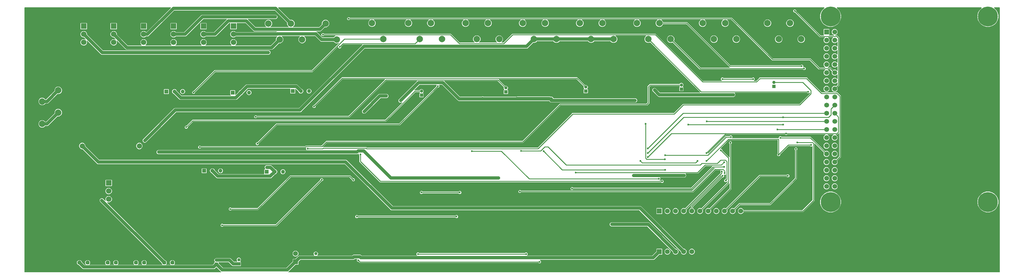
<source format=gbr>
G04 EAGLE Gerber RS-274X export*
G75*
%MOMM*%
%FSLAX34Y34*%
%LPD*%
%INBottom Copper*%
%IPPOS*%
%AMOC8*
5,1,8,0,0,1.08239X$1,22.5*%
G01*
%ADD10C,6.200000*%
%ADD11C,1.500000*%
%ADD12R,1.500000X1.500000*%
%ADD13R,1.200000X1.200000*%
%ADD14C,1.200000*%
%ADD15C,2.000000*%
%ADD16R,1.700000X1.700000*%
%ADD17C,1.700000*%
%ADD18R,0.812800X0.812800*%
%ADD19R,1.000000X1.000000*%
%ADD20C,1.000000*%
%ADD21C,1.650000*%
%ADD22C,0.600000*%
%ADD23C,1.000000*%
%ADD24C,0.254000*%

G36*
X623706Y11443D02*
X623706Y11443D01*
X623792Y11445D01*
X623846Y11463D01*
X623902Y11471D01*
X623981Y11506D01*
X624062Y11532D01*
X624110Y11564D01*
X624162Y11587D01*
X624227Y11642D01*
X624299Y11690D01*
X624335Y11734D01*
X624379Y11770D01*
X624426Y11842D01*
X624482Y11908D01*
X624505Y11960D01*
X624536Y12007D01*
X624562Y12089D01*
X624597Y12168D01*
X624605Y12224D01*
X624622Y12278D01*
X624624Y12364D01*
X624636Y12449D01*
X624628Y12505D01*
X624629Y12562D01*
X624608Y12645D01*
X624595Y12731D01*
X624572Y12782D01*
X624557Y12837D01*
X624514Y12911D01*
X624478Y12990D01*
X624441Y13033D01*
X624412Y13082D01*
X624350Y13141D01*
X624294Y13206D01*
X624252Y13232D01*
X624205Y13276D01*
X624076Y13342D01*
X624009Y13384D01*
X623684Y13519D01*
X621706Y15497D01*
X610318Y26885D01*
X610271Y26920D01*
X610231Y26962D01*
X610158Y27005D01*
X610091Y27056D01*
X610036Y27076D01*
X609986Y27106D01*
X609904Y27127D01*
X609825Y27157D01*
X609767Y27162D01*
X609710Y27176D01*
X609626Y27173D01*
X609542Y27180D01*
X609484Y27169D01*
X609426Y27167D01*
X609346Y27141D01*
X609263Y27125D01*
X609211Y27098D01*
X609155Y27080D01*
X609099Y27040D01*
X609011Y26994D01*
X608938Y26925D01*
X608882Y26885D01*
X604914Y22917D01*
X602516Y21923D01*
X195044Y21923D01*
X192646Y22917D01*
X181377Y34185D01*
X181307Y34238D01*
X181243Y34298D01*
X181194Y34323D01*
X181150Y34356D01*
X181068Y34388D01*
X180990Y34427D01*
X180943Y34435D01*
X180884Y34458D01*
X180737Y34470D01*
X180659Y34483D01*
X179297Y34483D01*
X178107Y35673D01*
X176643Y37137D01*
X175453Y38327D01*
X175453Y45493D01*
X176643Y46683D01*
X178107Y48147D01*
X179297Y49337D01*
X186463Y49337D01*
X187653Y48147D01*
X189117Y46683D01*
X190307Y45493D01*
X190307Y44131D01*
X190319Y44044D01*
X190322Y43957D01*
X190339Y43904D01*
X190347Y43849D01*
X190383Y43769D01*
X190410Y43686D01*
X190438Y43647D01*
X190463Y43590D01*
X190559Y43477D01*
X190605Y43413D01*
X198747Y35270D01*
X198817Y35218D01*
X198881Y35158D01*
X198930Y35132D01*
X198974Y35099D01*
X199056Y35068D01*
X199134Y35028D01*
X199182Y35020D01*
X199240Y34998D01*
X199388Y34986D01*
X199465Y34973D01*
X201756Y34973D01*
X201785Y34977D01*
X201815Y34974D01*
X201926Y34997D01*
X202038Y35013D01*
X202065Y35025D01*
X202093Y35030D01*
X202194Y35082D01*
X202297Y35129D01*
X202320Y35148D01*
X202346Y35161D01*
X202428Y35239D01*
X202514Y35312D01*
X202530Y35337D01*
X202552Y35357D01*
X202609Y35455D01*
X202672Y35549D01*
X202681Y35577D01*
X202696Y35602D01*
X202723Y35712D01*
X202758Y35820D01*
X202758Y35850D01*
X202766Y35878D01*
X202762Y35991D01*
X202765Y36104D01*
X202758Y36133D01*
X202757Y36162D01*
X202722Y36270D01*
X202693Y36379D01*
X202678Y36405D01*
X202669Y36433D01*
X202624Y36496D01*
X202548Y36624D01*
X202502Y36667D01*
X202474Y36706D01*
X202043Y37137D01*
X200853Y38327D01*
X200853Y45493D01*
X202043Y46683D01*
X203507Y48147D01*
X204697Y49337D01*
X211863Y49337D01*
X215707Y45493D01*
X215707Y38327D01*
X214086Y36706D01*
X214068Y36682D01*
X214046Y36663D01*
X213983Y36569D01*
X213915Y36479D01*
X213904Y36451D01*
X213888Y36427D01*
X213854Y36319D01*
X213814Y36213D01*
X213811Y36184D01*
X213802Y36156D01*
X213799Y36042D01*
X213790Y35930D01*
X213796Y35901D01*
X213795Y35872D01*
X213824Y35762D01*
X213846Y35651D01*
X213859Y35625D01*
X213867Y35597D01*
X213925Y35499D01*
X213977Y35399D01*
X213997Y35377D01*
X214012Y35352D01*
X214095Y35275D01*
X214173Y35193D01*
X214198Y35178D01*
X214219Y35158D01*
X214320Y35106D01*
X214418Y35049D01*
X214446Y35042D01*
X214473Y35028D01*
X214550Y35015D01*
X214694Y34979D01*
X214756Y34981D01*
X214804Y34973D01*
X264410Y34973D01*
X264439Y34977D01*
X264468Y34974D01*
X264579Y34997D01*
X264691Y35013D01*
X264718Y35025D01*
X264747Y35030D01*
X264847Y35082D01*
X264950Y35129D01*
X264973Y35148D01*
X264999Y35161D01*
X265081Y35239D01*
X265167Y35312D01*
X265184Y35337D01*
X265205Y35357D01*
X265262Y35455D01*
X265325Y35549D01*
X265334Y35577D01*
X265349Y35602D01*
X265377Y35712D01*
X265411Y35820D01*
X265412Y35850D01*
X265419Y35878D01*
X265415Y35991D01*
X265418Y36104D01*
X265411Y36133D01*
X265410Y36162D01*
X265375Y36270D01*
X265346Y36379D01*
X265331Y36405D01*
X265322Y36433D01*
X265277Y36496D01*
X265201Y36624D01*
X265155Y36667D01*
X265127Y36706D01*
X264697Y37137D01*
X264696Y37137D01*
X263506Y38327D01*
X263506Y45493D01*
X264696Y46683D01*
X264697Y46683D01*
X266160Y48147D01*
X267350Y49337D01*
X274516Y49337D01*
X275153Y48700D01*
X275706Y48147D01*
X277170Y46683D01*
X278360Y45493D01*
X278360Y38327D01*
X277170Y37137D01*
X276739Y36706D01*
X276721Y36682D01*
X276699Y36663D01*
X276636Y36569D01*
X276568Y36479D01*
X276558Y36451D01*
X276541Y36427D01*
X276507Y36319D01*
X276467Y36213D01*
X276464Y36184D01*
X276456Y36156D01*
X276453Y36042D01*
X276443Y35930D01*
X276449Y35901D01*
X276448Y35872D01*
X276477Y35762D01*
X276499Y35651D01*
X276513Y35625D01*
X276520Y35597D01*
X276578Y35499D01*
X276630Y35399D01*
X276650Y35377D01*
X276665Y35352D01*
X276748Y35275D01*
X276826Y35193D01*
X276851Y35178D01*
X276873Y35158D01*
X276973Y35106D01*
X277071Y35049D01*
X277100Y35042D01*
X277126Y35028D01*
X277203Y35015D01*
X277347Y34979D01*
X277409Y34981D01*
X277457Y34973D01*
X289810Y34973D01*
X289839Y34977D01*
X289868Y34974D01*
X289979Y34997D01*
X290091Y35013D01*
X290118Y35025D01*
X290147Y35030D01*
X290247Y35082D01*
X290350Y35129D01*
X290373Y35148D01*
X290399Y35161D01*
X290481Y35239D01*
X290567Y35312D01*
X290584Y35337D01*
X290605Y35357D01*
X290662Y35455D01*
X290725Y35549D01*
X290734Y35577D01*
X290749Y35602D01*
X290777Y35712D01*
X290811Y35820D01*
X290812Y35850D01*
X290819Y35878D01*
X290815Y35991D01*
X290818Y36104D01*
X290811Y36133D01*
X290810Y36162D01*
X290775Y36270D01*
X290746Y36379D01*
X290731Y36405D01*
X290722Y36433D01*
X290677Y36496D01*
X290601Y36624D01*
X290555Y36667D01*
X290527Y36706D01*
X290097Y37137D01*
X290096Y37137D01*
X288906Y38327D01*
X288906Y45493D01*
X290096Y46683D01*
X290097Y46683D01*
X291560Y48147D01*
X292750Y49337D01*
X299916Y49337D01*
X301106Y48147D01*
X302570Y46683D01*
X303760Y45493D01*
X303760Y38327D01*
X302570Y37137D01*
X302139Y36706D01*
X302121Y36682D01*
X302099Y36663D01*
X302036Y36569D01*
X301968Y36479D01*
X301958Y36451D01*
X301941Y36427D01*
X301907Y36319D01*
X301867Y36213D01*
X301864Y36184D01*
X301856Y36156D01*
X301853Y36042D01*
X301843Y35930D01*
X301849Y35901D01*
X301848Y35872D01*
X301877Y35762D01*
X301899Y35651D01*
X301913Y35625D01*
X301920Y35597D01*
X301978Y35499D01*
X302030Y35399D01*
X302050Y35377D01*
X302065Y35352D01*
X302148Y35275D01*
X302226Y35193D01*
X302251Y35178D01*
X302273Y35158D01*
X302373Y35106D01*
X302471Y35049D01*
X302500Y35042D01*
X302526Y35028D01*
X302603Y35015D01*
X302747Y34979D01*
X302809Y34981D01*
X302857Y34973D01*
X352463Y34973D01*
X352492Y34977D01*
X352522Y34974D01*
X352633Y34997D01*
X352745Y35013D01*
X352771Y35025D01*
X352800Y35030D01*
X352901Y35082D01*
X353004Y35129D01*
X353027Y35148D01*
X353053Y35161D01*
X353135Y35239D01*
X353221Y35312D01*
X353237Y35337D01*
X353259Y35357D01*
X353316Y35455D01*
X353379Y35549D01*
X353388Y35577D01*
X353402Y35602D01*
X353430Y35712D01*
X353465Y35820D01*
X353465Y35850D01*
X353473Y35878D01*
X353469Y35991D01*
X353472Y36104D01*
X353464Y36133D01*
X353463Y36162D01*
X353429Y36270D01*
X353400Y36379D01*
X353385Y36405D01*
X353376Y36433D01*
X353331Y36496D01*
X353255Y36624D01*
X353209Y36667D01*
X353181Y36706D01*
X352750Y37137D01*
X351560Y38327D01*
X351560Y45493D01*
X352750Y46683D01*
X354214Y48147D01*
X355404Y49337D01*
X362570Y49337D01*
X363760Y48147D01*
X365223Y46683D01*
X365224Y46683D01*
X366414Y45493D01*
X366414Y38327D01*
X365224Y37137D01*
X365223Y37137D01*
X364793Y36706D01*
X364775Y36682D01*
X364753Y36663D01*
X364690Y36569D01*
X364622Y36479D01*
X364611Y36451D01*
X364595Y36427D01*
X364561Y36319D01*
X364521Y36213D01*
X364518Y36184D01*
X364509Y36156D01*
X364506Y36042D01*
X364497Y35930D01*
X364503Y35901D01*
X364502Y35872D01*
X364531Y35762D01*
X364553Y35651D01*
X364566Y35625D01*
X364574Y35597D01*
X364632Y35499D01*
X364684Y35399D01*
X364704Y35377D01*
X364719Y35352D01*
X364802Y35275D01*
X364880Y35193D01*
X364905Y35178D01*
X364926Y35158D01*
X365027Y35106D01*
X365125Y35049D01*
X365153Y35042D01*
X365179Y35028D01*
X365257Y35015D01*
X365400Y34979D01*
X365463Y34981D01*
X365511Y34973D01*
X377863Y34973D01*
X377892Y34977D01*
X377922Y34974D01*
X378033Y34997D01*
X378145Y35013D01*
X378171Y35025D01*
X378200Y35030D01*
X378301Y35082D01*
X378404Y35129D01*
X378427Y35148D01*
X378453Y35161D01*
X378535Y35239D01*
X378621Y35312D01*
X378637Y35337D01*
X378659Y35357D01*
X378716Y35455D01*
X378779Y35549D01*
X378788Y35577D01*
X378802Y35602D01*
X378830Y35712D01*
X378865Y35820D01*
X378865Y35850D01*
X378873Y35878D01*
X378869Y35991D01*
X378872Y36104D01*
X378864Y36133D01*
X378863Y36162D01*
X378829Y36270D01*
X378800Y36379D01*
X378785Y36405D01*
X378776Y36433D01*
X378731Y36496D01*
X378655Y36624D01*
X378609Y36667D01*
X378581Y36706D01*
X378150Y37137D01*
X376960Y38327D01*
X376960Y45493D01*
X378150Y46683D01*
X379614Y48147D01*
X380804Y49337D01*
X387970Y49337D01*
X389160Y48147D01*
X390623Y46683D01*
X390624Y46683D01*
X391814Y45493D01*
X391814Y38327D01*
X390624Y37137D01*
X390623Y37137D01*
X390193Y36706D01*
X390175Y36682D01*
X390153Y36663D01*
X390090Y36569D01*
X390022Y36479D01*
X390011Y36451D01*
X389995Y36427D01*
X389961Y36319D01*
X389921Y36213D01*
X389918Y36184D01*
X389909Y36156D01*
X389906Y36042D01*
X389897Y35930D01*
X389903Y35901D01*
X389902Y35872D01*
X389931Y35762D01*
X389953Y35651D01*
X389966Y35625D01*
X389974Y35597D01*
X390032Y35499D01*
X390084Y35399D01*
X390104Y35377D01*
X390119Y35352D01*
X390202Y35275D01*
X390280Y35193D01*
X390305Y35178D01*
X390326Y35158D01*
X390427Y35106D01*
X390525Y35049D01*
X390553Y35042D01*
X390579Y35028D01*
X390657Y35015D01*
X390800Y34979D01*
X390863Y34981D01*
X390911Y34973D01*
X440516Y34973D01*
X440545Y34977D01*
X440575Y34974D01*
X440686Y34997D01*
X440798Y35013D01*
X440825Y35025D01*
X440853Y35030D01*
X440954Y35082D01*
X441057Y35129D01*
X441080Y35148D01*
X441106Y35161D01*
X441188Y35239D01*
X441274Y35312D01*
X441290Y35337D01*
X441312Y35357D01*
X441369Y35455D01*
X441432Y35549D01*
X441441Y35577D01*
X441456Y35602D01*
X441483Y35712D01*
X441518Y35820D01*
X441518Y35850D01*
X441526Y35878D01*
X441522Y35991D01*
X441525Y36104D01*
X441518Y36133D01*
X441517Y36162D01*
X441482Y36270D01*
X441453Y36379D01*
X441438Y36405D01*
X441429Y36433D01*
X441384Y36496D01*
X441308Y36624D01*
X441262Y36667D01*
X441234Y36706D01*
X440803Y37137D01*
X439613Y38327D01*
X439613Y39689D01*
X439601Y39776D01*
X439598Y39863D01*
X439581Y39916D01*
X439573Y39971D01*
X439537Y40051D01*
X439510Y40134D01*
X439482Y40173D01*
X439457Y40230D01*
X439361Y40343D01*
X439315Y40407D01*
X246859Y232864D01*
X245865Y235262D01*
X245865Y237858D01*
X246859Y240256D01*
X248694Y242091D01*
X251092Y243085D01*
X253688Y243085D01*
X256086Y242091D01*
X262839Y235339D01*
X262907Y235287D01*
X262970Y235228D01*
X263021Y235202D01*
X263066Y235168D01*
X263146Y235137D01*
X263223Y235098D01*
X263278Y235087D01*
X263332Y235067D01*
X263417Y235059D01*
X263501Y235043D01*
X263558Y235048D01*
X263615Y235043D01*
X263699Y235060D01*
X263785Y235067D01*
X263838Y235088D01*
X263894Y235099D01*
X263970Y235138D01*
X264050Y235169D01*
X264095Y235204D01*
X264146Y235230D01*
X264208Y235289D01*
X264277Y235341D01*
X264311Y235386D01*
X264352Y235426D01*
X264396Y235500D01*
X264447Y235569D01*
X264467Y235622D01*
X264496Y235671D01*
X264517Y235754D01*
X264547Y235835D01*
X264552Y235891D01*
X264566Y235946D01*
X264563Y236032D01*
X264570Y236118D01*
X264559Y236166D01*
X264557Y236231D01*
X264512Y236368D01*
X264495Y236445D01*
X263836Y238036D01*
X263836Y242024D01*
X265362Y245709D01*
X268182Y248529D01*
X271866Y250055D01*
X275854Y250055D01*
X279539Y248529D01*
X282359Y245709D01*
X283885Y242024D01*
X283885Y238036D01*
X282359Y234351D01*
X279539Y231531D01*
X275854Y230005D01*
X271866Y230005D01*
X270275Y230664D01*
X270261Y230668D01*
X270258Y230669D01*
X270252Y230670D01*
X270192Y230686D01*
X270112Y230716D01*
X270055Y230721D01*
X270000Y230735D01*
X269914Y230733D01*
X269829Y230740D01*
X269773Y230729D01*
X269716Y230727D01*
X269634Y230701D01*
X269550Y230684D01*
X269499Y230658D01*
X269445Y230640D01*
X269374Y230593D01*
X269298Y230553D01*
X269256Y230514D01*
X269209Y230482D01*
X269154Y230416D01*
X269091Y230357D01*
X269063Y230308D01*
X269026Y230265D01*
X268991Y230186D01*
X268948Y230112D01*
X268934Y230057D01*
X268911Y230005D01*
X268899Y229920D01*
X268878Y229836D01*
X268879Y229780D01*
X268872Y229723D01*
X268884Y229638D01*
X268887Y229552D01*
X268904Y229498D01*
X268912Y229442D01*
X268948Y229364D01*
X268974Y229282D01*
X269003Y229242D01*
X269029Y229183D01*
X269089Y229113D01*
X269112Y229074D01*
X269143Y229044D01*
X269169Y229008D01*
X448543Y49635D01*
X448613Y49582D01*
X448677Y49522D01*
X448726Y49497D01*
X448770Y49464D01*
X448852Y49432D01*
X448930Y49393D01*
X448977Y49385D01*
X449036Y49362D01*
X449183Y49350D01*
X449261Y49337D01*
X450623Y49337D01*
X454467Y45493D01*
X454467Y38327D01*
X452846Y36706D01*
X452828Y36682D01*
X452806Y36663D01*
X452743Y36569D01*
X452675Y36479D01*
X452664Y36451D01*
X452648Y36427D01*
X452614Y36319D01*
X452574Y36213D01*
X452571Y36184D01*
X452562Y36156D01*
X452559Y36042D01*
X452550Y35930D01*
X452556Y35901D01*
X452555Y35872D01*
X452584Y35762D01*
X452606Y35651D01*
X452619Y35625D01*
X452627Y35597D01*
X452685Y35499D01*
X452737Y35399D01*
X452757Y35377D01*
X452772Y35352D01*
X452855Y35275D01*
X452933Y35193D01*
X452958Y35178D01*
X452979Y35158D01*
X453080Y35106D01*
X453178Y35049D01*
X453206Y35042D01*
X453233Y35028D01*
X453310Y35015D01*
X453454Y34979D01*
X453516Y34981D01*
X453564Y34973D01*
X465916Y34973D01*
X465945Y34977D01*
X465975Y34974D01*
X466086Y34997D01*
X466198Y35013D01*
X466225Y35025D01*
X466253Y35030D01*
X466354Y35082D01*
X466457Y35129D01*
X466480Y35148D01*
X466506Y35161D01*
X466588Y35239D01*
X466674Y35312D01*
X466691Y35337D01*
X466712Y35357D01*
X466769Y35455D01*
X466832Y35549D01*
X466841Y35577D01*
X466856Y35602D01*
X466883Y35712D01*
X466918Y35820D01*
X466918Y35849D01*
X466926Y35878D01*
X466922Y35991D01*
X466925Y36104D01*
X466918Y36133D01*
X466917Y36162D01*
X466882Y36270D01*
X466853Y36379D01*
X466838Y36405D01*
X466829Y36433D01*
X466783Y36497D01*
X466708Y36624D01*
X466662Y36667D01*
X466634Y36706D01*
X466203Y37137D01*
X465013Y38327D01*
X465013Y45493D01*
X468857Y49337D01*
X476023Y49337D01*
X477213Y48147D01*
X478677Y46683D01*
X479867Y45493D01*
X479867Y38327D01*
X478246Y36706D01*
X478228Y36682D01*
X478206Y36663D01*
X478143Y36569D01*
X478075Y36479D01*
X478064Y36451D01*
X478048Y36427D01*
X478014Y36319D01*
X477974Y36213D01*
X477971Y36184D01*
X477962Y36156D01*
X477959Y36042D01*
X477950Y35930D01*
X477956Y35901D01*
X477955Y35872D01*
X477984Y35762D01*
X478006Y35651D01*
X478019Y35625D01*
X478027Y35597D01*
X478085Y35499D01*
X478137Y35399D01*
X478157Y35377D01*
X478172Y35352D01*
X478255Y35275D01*
X478333Y35193D01*
X478358Y35178D01*
X478379Y35158D01*
X478480Y35106D01*
X478578Y35049D01*
X478606Y35042D01*
X478633Y35028D01*
X478710Y35015D01*
X478854Y34979D01*
X478916Y34981D01*
X478964Y34973D01*
X598095Y34973D01*
X598181Y34985D01*
X598269Y34988D01*
X598322Y35005D01*
X598376Y35013D01*
X598456Y35048D01*
X598539Y35075D01*
X598579Y35103D01*
X598636Y35129D01*
X598749Y35225D01*
X598813Y35270D01*
X602778Y39235D01*
X602830Y39305D01*
X602890Y39369D01*
X602916Y39418D01*
X602949Y39462D01*
X602980Y39544D01*
X603020Y39622D01*
X603028Y39670D01*
X603050Y39728D01*
X603062Y39876D01*
X603075Y39953D01*
X603075Y42462D01*
X603968Y43355D01*
X604097Y43355D01*
X604126Y43359D01*
X604155Y43356D01*
X604266Y43379D01*
X604378Y43395D01*
X604405Y43407D01*
X604434Y43412D01*
X604535Y43465D01*
X604638Y43511D01*
X604660Y43530D01*
X604686Y43543D01*
X604768Y43621D01*
X604855Y43694D01*
X604871Y43719D01*
X604892Y43739D01*
X604950Y43837D01*
X605012Y43931D01*
X605021Y43959D01*
X605036Y43984D01*
X605064Y44094D01*
X605098Y44202D01*
X605099Y44232D01*
X605106Y44260D01*
X605103Y44373D01*
X605105Y44486D01*
X605098Y44515D01*
X605097Y44544D01*
X605062Y44652D01*
X605034Y44761D01*
X605019Y44787D01*
X605010Y44815D01*
X604964Y44878D01*
X604888Y45006D01*
X604843Y45049D01*
X604815Y45088D01*
X604069Y45834D01*
X603075Y48232D01*
X603075Y50828D01*
X604069Y53226D01*
X605904Y55061D01*
X608302Y56055D01*
X651538Y56055D01*
X653936Y55061D01*
X664075Y44922D01*
X664145Y44870D01*
X664209Y44810D01*
X664258Y44784D01*
X664302Y44751D01*
X664384Y44720D01*
X664462Y44680D01*
X664510Y44672D01*
X664568Y44650D01*
X664716Y44638D01*
X664793Y44625D01*
X673947Y44625D01*
X673976Y44629D01*
X674005Y44626D01*
X674116Y44649D01*
X674228Y44665D01*
X674255Y44677D01*
X674284Y44682D01*
X674385Y44735D01*
X674488Y44781D01*
X674510Y44800D01*
X674536Y44813D01*
X674618Y44891D01*
X674705Y44964D01*
X674721Y44989D01*
X674742Y45009D01*
X674800Y45107D01*
X674862Y45201D01*
X674871Y45229D01*
X674886Y45254D01*
X674914Y45364D01*
X674948Y45472D01*
X674949Y45502D01*
X674956Y45530D01*
X674953Y45643D01*
X674955Y45756D01*
X674948Y45785D01*
X674947Y45814D01*
X674912Y45922D01*
X674884Y46031D01*
X674869Y46057D01*
X674860Y46085D01*
X674814Y46149D01*
X674738Y46276D01*
X674693Y46319D01*
X674665Y46358D01*
X673919Y47104D01*
X672925Y49502D01*
X672925Y52098D01*
X673919Y54496D01*
X675754Y56331D01*
X678152Y57325D01*
X680748Y57325D01*
X683146Y56331D01*
X684981Y54496D01*
X685975Y52098D01*
X685975Y49502D01*
X684981Y47104D01*
X684235Y46358D01*
X684218Y46334D01*
X684195Y46315D01*
X684132Y46221D01*
X684064Y46131D01*
X684054Y46103D01*
X684038Y46079D01*
X684003Y45971D01*
X683963Y45865D01*
X683961Y45836D01*
X683952Y45808D01*
X683949Y45694D01*
X683940Y45582D01*
X683945Y45553D01*
X683945Y45524D01*
X683973Y45414D01*
X683995Y45303D01*
X684009Y45277D01*
X684016Y45249D01*
X684074Y45151D01*
X684126Y45051D01*
X684147Y45029D01*
X684162Y45004D01*
X684244Y44927D01*
X684322Y44845D01*
X684347Y44830D01*
X684369Y44810D01*
X684470Y44758D01*
X684567Y44701D01*
X684596Y44694D01*
X684622Y44680D01*
X684699Y44667D01*
X684843Y44631D01*
X684905Y44633D01*
X684953Y44625D01*
X685082Y44625D01*
X685975Y43732D01*
X685975Y32468D01*
X685082Y31575D01*
X660372Y31575D01*
X657974Y32569D01*
X647835Y42708D01*
X647765Y42760D01*
X647701Y42820D01*
X647652Y42846D01*
X647608Y42879D01*
X647526Y42910D01*
X647448Y42950D01*
X647400Y42958D01*
X647342Y42980D01*
X647194Y42992D01*
X647117Y43005D01*
X617140Y43005D01*
X617082Y42997D01*
X617024Y42999D01*
X616942Y42977D01*
X616858Y42965D01*
X616805Y42942D01*
X616749Y42927D01*
X616676Y42884D01*
X616599Y42849D01*
X616554Y42811D01*
X616504Y42782D01*
X616446Y42720D01*
X616382Y42666D01*
X616350Y42617D01*
X616310Y42574D01*
X616271Y42499D01*
X616224Y42429D01*
X616207Y42373D01*
X616180Y42321D01*
X616169Y42253D01*
X616139Y42158D01*
X616136Y42058D01*
X616125Y41990D01*
X616125Y39953D01*
X616137Y39867D01*
X616140Y39779D01*
X616157Y39726D01*
X616165Y39672D01*
X616200Y39592D01*
X616227Y39509D01*
X616255Y39469D01*
X616281Y39412D01*
X616377Y39299D01*
X616422Y39235D01*
X629785Y25872D01*
X629855Y25820D01*
X629919Y25760D01*
X629968Y25734D01*
X630012Y25701D01*
X630094Y25670D01*
X630172Y25630D01*
X630220Y25622D01*
X630278Y25600D01*
X630426Y25588D01*
X630503Y25575D01*
X827457Y25575D01*
X827543Y25587D01*
X827631Y25590D01*
X827683Y25607D01*
X827738Y25615D01*
X827818Y25650D01*
X827901Y25677D01*
X827941Y25705D01*
X827998Y25731D01*
X828111Y25827D01*
X828175Y25872D01*
X846658Y44355D01*
X846710Y44425D01*
X846770Y44489D01*
X846796Y44538D01*
X846829Y44582D01*
X846860Y44664D01*
X846900Y44742D01*
X846908Y44790D01*
X846930Y44848D01*
X846942Y44996D01*
X846955Y45073D01*
X846955Y52582D01*
X847848Y53475D01*
X855357Y53475D01*
X855444Y53487D01*
X855531Y53490D01*
X855584Y53507D01*
X855638Y53515D01*
X855718Y53550D01*
X855801Y53577D01*
X855841Y53605D01*
X855898Y53631D01*
X856011Y53727D01*
X856075Y53772D01*
X864822Y62520D01*
X864984Y62681D01*
X866290Y63222D01*
X867382Y63675D01*
X913637Y63675D01*
X913666Y63679D01*
X913695Y63676D01*
X913806Y63699D01*
X913919Y63715D01*
X913945Y63727D01*
X913974Y63732D01*
X914075Y63785D01*
X914178Y63831D01*
X914200Y63850D01*
X914226Y63863D01*
X914309Y63941D01*
X914395Y64014D01*
X914411Y64039D01*
X914433Y64059D01*
X914490Y64157D01*
X914553Y64251D01*
X914561Y64279D01*
X914576Y64304D01*
X914604Y64414D01*
X914638Y64522D01*
X914639Y64552D01*
X914646Y64580D01*
X914643Y64693D01*
X914646Y64806D01*
X914638Y64835D01*
X914637Y64864D01*
X914602Y64972D01*
X914574Y65081D01*
X914559Y65107D01*
X914550Y65135D01*
X914504Y65199D01*
X914429Y65326D01*
X914383Y65369D01*
X914355Y65408D01*
X913609Y66154D01*
X912615Y68552D01*
X912615Y71148D01*
X913609Y73546D01*
X915444Y75381D01*
X917842Y76375D01*
X920438Y76375D01*
X922836Y75381D01*
X924672Y73546D01*
X925665Y71148D01*
X925665Y68552D01*
X924672Y66154D01*
X923925Y65408D01*
X923908Y65384D01*
X923885Y65365D01*
X923823Y65271D01*
X923755Y65181D01*
X923744Y65153D01*
X923728Y65129D01*
X923694Y65021D01*
X923653Y64915D01*
X923651Y64886D01*
X923642Y64858D01*
X923639Y64744D01*
X923630Y64632D01*
X923635Y64603D01*
X923635Y64574D01*
X923663Y64464D01*
X923686Y64353D01*
X923699Y64327D01*
X923707Y64299D01*
X923764Y64201D01*
X923817Y64101D01*
X923837Y64079D01*
X923852Y64054D01*
X923934Y63977D01*
X924012Y63895D01*
X924038Y63880D01*
X924059Y63860D01*
X924160Y63808D01*
X924258Y63751D01*
X924286Y63744D01*
X924312Y63730D01*
X924390Y63717D01*
X924533Y63681D01*
X924596Y63683D01*
X924643Y63675D01*
X1031955Y63675D01*
X1032042Y63687D01*
X1032129Y63690D01*
X1032182Y63707D01*
X1032237Y63715D01*
X1032317Y63750D01*
X1032400Y63777D01*
X1032439Y63805D01*
X1032496Y63831D01*
X1032609Y63927D01*
X1032673Y63972D01*
X1034150Y65449D01*
X1036548Y66442D01*
X1057456Y66442D01*
X1059854Y65449D01*
X1061331Y63972D01*
X1061401Y63920D01*
X1061465Y63860D01*
X1061514Y63834D01*
X1061558Y63801D01*
X1061640Y63770D01*
X1061718Y63730D01*
X1061766Y63722D01*
X1061824Y63700D01*
X1061972Y63688D01*
X1062049Y63675D01*
X1233629Y63675D01*
X1233658Y63679D01*
X1233688Y63676D01*
X1233799Y63699D01*
X1233911Y63715D01*
X1233937Y63727D01*
X1233966Y63732D01*
X1234067Y63785D01*
X1234170Y63831D01*
X1234193Y63850D01*
X1234219Y63863D01*
X1234301Y63941D01*
X1234387Y64014D01*
X1234403Y64039D01*
X1234425Y64059D01*
X1234482Y64157D01*
X1234545Y64251D01*
X1234554Y64279D01*
X1234568Y64304D01*
X1234596Y64414D01*
X1234631Y64522D01*
X1234631Y64552D01*
X1234638Y64580D01*
X1234635Y64693D01*
X1234638Y64806D01*
X1234630Y64835D01*
X1234629Y64864D01*
X1234595Y64972D01*
X1234566Y65081D01*
X1234551Y65107D01*
X1234542Y65135D01*
X1234496Y65198D01*
X1234421Y65326D01*
X1234375Y65369D01*
X1234347Y65408D01*
X1232795Y66960D01*
X1232795Y70708D01*
X1235446Y73359D01*
X1239194Y73359D01*
X1240627Y71926D01*
X1240697Y71874D01*
X1240760Y71814D01*
X1240810Y71788D01*
X1240854Y71755D01*
X1240936Y71724D01*
X1241014Y71684D01*
X1241061Y71676D01*
X1241120Y71654D01*
X1241267Y71642D01*
X1241345Y71629D01*
X1570267Y71629D01*
X1570354Y71641D01*
X1570441Y71644D01*
X1570494Y71661D01*
X1570549Y71669D01*
X1570628Y71704D01*
X1570712Y71731D01*
X1570751Y71759D01*
X1570808Y71785D01*
X1570921Y71881D01*
X1570985Y71926D01*
X1572418Y73359D01*
X1576166Y73359D01*
X1578817Y70708D01*
X1578817Y66960D01*
X1577265Y65408D01*
X1577247Y65384D01*
X1577225Y65365D01*
X1577162Y65271D01*
X1577094Y65181D01*
X1577083Y65153D01*
X1577067Y65129D01*
X1577033Y65021D01*
X1576993Y64915D01*
X1576990Y64886D01*
X1576981Y64858D01*
X1576978Y64744D01*
X1576969Y64632D01*
X1576975Y64603D01*
X1576974Y64574D01*
X1577003Y64464D01*
X1577025Y64353D01*
X1577038Y64327D01*
X1577046Y64299D01*
X1577104Y64201D01*
X1577156Y64101D01*
X1577176Y64079D01*
X1577191Y64054D01*
X1577274Y63977D01*
X1577352Y63895D01*
X1577377Y63880D01*
X1577398Y63860D01*
X1577499Y63808D01*
X1577597Y63751D01*
X1577625Y63744D01*
X1577652Y63730D01*
X1577729Y63717D01*
X1577872Y63681D01*
X1577935Y63683D01*
X1577983Y63675D01*
X1966647Y63675D01*
X1966733Y63687D01*
X1966821Y63690D01*
X1966874Y63707D01*
X1966928Y63715D01*
X1967008Y63750D01*
X1967091Y63777D01*
X1967131Y63805D01*
X1967188Y63831D01*
X1967301Y63927D01*
X1967365Y63972D01*
X1979498Y76105D01*
X1979550Y76175D01*
X1979610Y76239D01*
X1979636Y76288D01*
X1979669Y76332D01*
X1979700Y76414D01*
X1979740Y76492D01*
X1979748Y76540D01*
X1979770Y76598D01*
X1979782Y76746D01*
X1979795Y76823D01*
X1979795Y84332D01*
X1980688Y85225D01*
X1996952Y85225D01*
X1997845Y84332D01*
X1997845Y68068D01*
X1996952Y67175D01*
X1989443Y67175D01*
X1989357Y67163D01*
X1989269Y67160D01*
X1989216Y67143D01*
X1989162Y67135D01*
X1989082Y67100D01*
X1988999Y67073D01*
X1988959Y67045D01*
X1988902Y67019D01*
X1988789Y66923D01*
X1988725Y66878D01*
X1973466Y51619D01*
X1971068Y50625D01*
X1618369Y50625D01*
X1618340Y50621D01*
X1618310Y50624D01*
X1618199Y50601D01*
X1618087Y50585D01*
X1618060Y50573D01*
X1618032Y50568D01*
X1617931Y50515D01*
X1617828Y50469D01*
X1617805Y50450D01*
X1617779Y50437D01*
X1617697Y50359D01*
X1617611Y50286D01*
X1617595Y50261D01*
X1617573Y50241D01*
X1617516Y50143D01*
X1617453Y50049D01*
X1617444Y50021D01*
X1617430Y49996D01*
X1617402Y49886D01*
X1617367Y49778D01*
X1617367Y49748D01*
X1617359Y49720D01*
X1617363Y49607D01*
X1617360Y49494D01*
X1617368Y49465D01*
X1617368Y49436D01*
X1617403Y49328D01*
X1617432Y49219D01*
X1617447Y49193D01*
X1617456Y49165D01*
X1617501Y49102D01*
X1617577Y48974D01*
X1617623Y48931D01*
X1617651Y48892D01*
X1620473Y46070D01*
X1620473Y42322D01*
X1617822Y39671D01*
X1614074Y39671D01*
X1612641Y41104D01*
X1612571Y41156D01*
X1612507Y41216D01*
X1612458Y41242D01*
X1612414Y41275D01*
X1612332Y41306D01*
X1612254Y41346D01*
X1612207Y41354D01*
X1612148Y41376D01*
X1612001Y41388D01*
X1611923Y41401D01*
X1058218Y41401D01*
X1056656Y41401D01*
X1055482Y41401D01*
X1053548Y43335D01*
X1053548Y43336D01*
X1052430Y44454D01*
X1052360Y44506D01*
X1052296Y44566D01*
X1052247Y44592D01*
X1052203Y44625D01*
X1052121Y44656D01*
X1052043Y44696D01*
X1051995Y44704D01*
X1051937Y44726D01*
X1051789Y44738D01*
X1051712Y44751D01*
X1049686Y44751D01*
X1047035Y47402D01*
X1047035Y51150D01*
X1047545Y51660D01*
X1047562Y51683D01*
X1047585Y51702D01*
X1047648Y51796D01*
X1047716Y51887D01*
X1047726Y51914D01*
X1047742Y51939D01*
X1047777Y52047D01*
X1047817Y52153D01*
X1047819Y52182D01*
X1047828Y52210D01*
X1047831Y52323D01*
X1047840Y52436D01*
X1047835Y52465D01*
X1047835Y52494D01*
X1047807Y52604D01*
X1047785Y52715D01*
X1047771Y52741D01*
X1047764Y52769D01*
X1047706Y52866D01*
X1047654Y52967D01*
X1047633Y52988D01*
X1047618Y53013D01*
X1047536Y53091D01*
X1047458Y53173D01*
X1047433Y53188D01*
X1047411Y53208D01*
X1047310Y53260D01*
X1047213Y53317D01*
X1047184Y53324D01*
X1047158Y53337D01*
X1047081Y53350D01*
X1046937Y53387D01*
X1046875Y53385D01*
X1046827Y53393D01*
X1040969Y53393D01*
X1040883Y53381D01*
X1040795Y53378D01*
X1040742Y53361D01*
X1040688Y53353D01*
X1040608Y53317D01*
X1040525Y53290D01*
X1040485Y53262D01*
X1040428Y53237D01*
X1040315Y53141D01*
X1040251Y53095D01*
X1038774Y51619D01*
X1036376Y50625D01*
X871803Y50625D01*
X871717Y50613D01*
X871629Y50610D01*
X871577Y50593D01*
X871522Y50585D01*
X871442Y50550D01*
X871359Y50523D01*
X871319Y50495D01*
X871262Y50469D01*
X871149Y50373D01*
X871085Y50328D01*
X865302Y44545D01*
X865250Y44475D01*
X865190Y44411D01*
X865164Y44362D01*
X865131Y44318D01*
X865100Y44236D01*
X865060Y44158D01*
X865052Y44110D01*
X865030Y44052D01*
X865018Y43904D01*
X865005Y43827D01*
X865005Y36318D01*
X864112Y35425D01*
X856603Y35425D01*
X856517Y35413D01*
X856429Y35410D01*
X856376Y35393D01*
X856322Y35385D01*
X856242Y35350D01*
X856159Y35323D01*
X856119Y35295D01*
X856062Y35269D01*
X855949Y35173D01*
X855885Y35128D01*
X834276Y13519D01*
X833951Y13384D01*
X833877Y13340D01*
X833798Y13305D01*
X833755Y13268D01*
X833706Y13240D01*
X833647Y13177D01*
X833581Y13121D01*
X833550Y13074D01*
X833511Y13033D01*
X833471Y12956D01*
X833424Y12885D01*
X833407Y12831D01*
X833381Y12780D01*
X833364Y12696D01*
X833338Y12614D01*
X833337Y12557D01*
X833326Y12501D01*
X833333Y12416D01*
X833331Y12330D01*
X833345Y12275D01*
X833350Y12218D01*
X833381Y12138D01*
X833403Y12055D01*
X833432Y12006D01*
X833452Y11953D01*
X833504Y11884D01*
X833548Y11810D01*
X833589Y11771D01*
X833624Y11726D01*
X833692Y11674D01*
X833755Y11616D01*
X833806Y11590D01*
X833851Y11556D01*
X833932Y11525D01*
X834008Y11486D01*
X834057Y11478D01*
X834117Y11455D01*
X834262Y11444D01*
X834339Y11431D01*
X3048254Y11431D01*
X3048312Y11439D01*
X3048370Y11437D01*
X3048452Y11459D01*
X3048536Y11471D01*
X3048589Y11494D01*
X3048645Y11509D01*
X3048718Y11552D01*
X3048795Y11587D01*
X3048840Y11625D01*
X3048890Y11654D01*
X3048948Y11716D01*
X3049012Y11770D01*
X3049044Y11819D01*
X3049084Y11862D01*
X3049123Y11937D01*
X3049170Y12007D01*
X3049187Y12063D01*
X3049214Y12115D01*
X3049225Y12183D01*
X3049255Y12278D01*
X3049258Y12378D01*
X3049269Y12446D01*
X3049269Y838454D01*
X3049261Y838512D01*
X3049263Y838570D01*
X3049241Y838652D01*
X3049229Y838736D01*
X3049206Y838789D01*
X3049191Y838845D01*
X3049148Y838918D01*
X3049113Y838995D01*
X3049075Y839040D01*
X3049046Y839090D01*
X3048984Y839148D01*
X3048930Y839212D01*
X3048881Y839244D01*
X3048838Y839284D01*
X3048763Y839323D01*
X3048693Y839370D01*
X3048637Y839387D01*
X3048585Y839414D01*
X3048517Y839425D01*
X3048422Y839455D01*
X3048322Y839458D01*
X3048254Y839469D01*
X3032802Y839469D01*
X3032783Y839467D01*
X3032763Y839469D01*
X3032642Y839447D01*
X3032521Y839429D01*
X3032503Y839421D01*
X3032483Y839418D01*
X3032373Y839363D01*
X3032261Y839313D01*
X3032246Y839301D01*
X3032229Y839292D01*
X3032138Y839209D01*
X3032044Y839130D01*
X3032033Y839113D01*
X3032019Y839100D01*
X3031955Y838995D01*
X3031887Y838893D01*
X3031881Y838874D01*
X3031870Y838857D01*
X3031838Y838739D01*
X3031801Y838622D01*
X3031800Y838602D01*
X3031795Y838583D01*
X3031797Y838461D01*
X3031794Y838338D01*
X3031799Y838319D01*
X3031799Y838299D01*
X3031834Y838181D01*
X3031865Y838063D01*
X3031875Y838046D01*
X3031881Y838027D01*
X3031948Y837924D01*
X3032011Y837818D01*
X3032025Y837805D01*
X3032036Y837788D01*
X3032092Y837742D01*
X3032218Y837624D01*
X3032263Y837600D01*
X3032295Y837575D01*
X3032445Y837488D01*
X3038500Y831433D01*
X3042782Y824016D01*
X3044999Y815744D01*
X3044999Y807180D01*
X3042782Y798908D01*
X3038500Y791491D01*
X3032445Y785436D01*
X3025028Y781154D01*
X3016756Y778937D01*
X3008192Y778937D01*
X2999920Y781154D01*
X2992503Y785436D01*
X2986448Y791491D01*
X2982166Y798908D01*
X2979949Y807180D01*
X2979949Y815744D01*
X2982166Y824016D01*
X2986448Y831433D01*
X2992503Y837488D01*
X2992653Y837575D01*
X2992669Y837587D01*
X2992687Y837595D01*
X2992780Y837674D01*
X2992877Y837750D01*
X2992889Y837766D01*
X2992904Y837779D01*
X2992972Y837881D01*
X2993044Y837980D01*
X2993050Y837999D01*
X2993061Y838015D01*
X2993098Y838133D01*
X2993140Y838248D01*
X2993141Y838267D01*
X2993147Y838286D01*
X2993150Y838409D01*
X2993158Y838532D01*
X2993154Y838551D01*
X2993154Y838570D01*
X2993123Y838689D01*
X2993097Y838809D01*
X2993087Y838827D01*
X2993082Y838845D01*
X2993020Y838951D01*
X2992961Y839059D01*
X2992947Y839073D01*
X2992937Y839090D01*
X2992848Y839174D01*
X2992761Y839261D01*
X2992744Y839271D01*
X2992730Y839284D01*
X2992621Y839340D01*
X2992513Y839400D01*
X2992494Y839405D01*
X2992477Y839414D01*
X2992404Y839426D01*
X2992237Y839465D01*
X2992185Y839463D01*
X2992146Y839469D01*
X2542802Y839469D01*
X2542783Y839467D01*
X2542763Y839469D01*
X2542642Y839447D01*
X2542521Y839429D01*
X2542503Y839421D01*
X2542483Y839418D01*
X2542373Y839363D01*
X2542261Y839313D01*
X2542246Y839300D01*
X2542229Y839292D01*
X2542138Y839209D01*
X2542044Y839130D01*
X2542033Y839113D01*
X2542019Y839100D01*
X2541955Y838995D01*
X2541887Y838893D01*
X2541881Y838874D01*
X2541870Y838857D01*
X2541838Y838739D01*
X2541801Y838622D01*
X2541800Y838602D01*
X2541795Y838583D01*
X2541797Y838460D01*
X2541794Y838338D01*
X2541799Y838319D01*
X2541799Y838299D01*
X2541834Y838181D01*
X2541865Y838063D01*
X2541875Y838046D01*
X2541881Y838027D01*
X2541948Y837924D01*
X2542011Y837818D01*
X2542025Y837805D01*
X2542036Y837788D01*
X2542092Y837742D01*
X2542218Y837624D01*
X2542263Y837600D01*
X2542295Y837575D01*
X2542445Y837488D01*
X2548500Y831433D01*
X2552782Y824016D01*
X2554999Y815744D01*
X2554999Y807180D01*
X2552782Y798908D01*
X2548500Y791491D01*
X2542445Y785436D01*
X2535028Y781154D01*
X2526756Y778937D01*
X2518192Y778937D01*
X2509920Y781154D01*
X2502503Y785436D01*
X2496448Y791491D01*
X2492166Y798908D01*
X2489949Y807180D01*
X2489949Y815744D01*
X2492166Y824016D01*
X2496448Y831433D01*
X2502503Y837488D01*
X2502653Y837575D01*
X2502669Y837587D01*
X2502687Y837595D01*
X2502780Y837674D01*
X2502877Y837750D01*
X2502889Y837766D01*
X2502904Y837779D01*
X2502972Y837881D01*
X2503044Y837980D01*
X2503050Y837999D01*
X2503061Y838015D01*
X2503098Y838132D01*
X2503140Y838248D01*
X2503141Y838267D01*
X2503147Y838286D01*
X2503150Y838409D01*
X2503158Y838532D01*
X2503154Y838551D01*
X2503154Y838570D01*
X2503123Y838689D01*
X2503097Y838809D01*
X2503087Y838826D01*
X2503082Y838845D01*
X2503020Y838951D01*
X2502961Y839059D01*
X2502947Y839073D01*
X2502937Y839090D01*
X2502848Y839174D01*
X2502761Y839261D01*
X2502744Y839271D01*
X2502730Y839284D01*
X2502620Y839340D01*
X2502513Y839400D01*
X2502494Y839405D01*
X2502477Y839414D01*
X2502404Y839426D01*
X2502237Y839465D01*
X2502185Y839463D01*
X2502146Y839469D01*
X802799Y839469D01*
X802770Y839465D01*
X802741Y839468D01*
X802630Y839445D01*
X802518Y839429D01*
X802491Y839417D01*
X802462Y839412D01*
X802362Y839360D01*
X802258Y839313D01*
X802236Y839294D01*
X802210Y839281D01*
X802128Y839203D01*
X802041Y839130D01*
X802025Y839105D01*
X802004Y839085D01*
X801947Y838987D01*
X801884Y838893D01*
X801875Y838865D01*
X801860Y838840D01*
X801832Y838730D01*
X801798Y838622D01*
X801797Y838592D01*
X801790Y838564D01*
X801794Y838451D01*
X801791Y838338D01*
X801798Y838309D01*
X801799Y838280D01*
X801834Y838172D01*
X801862Y838063D01*
X801877Y838037D01*
X801886Y838009D01*
X801932Y837946D01*
X802008Y837818D01*
X802053Y837775D01*
X802081Y837736D01*
X838855Y800962D01*
X838925Y800910D01*
X838989Y800850D01*
X839039Y800824D01*
X839083Y800791D01*
X839164Y800760D01*
X839242Y800720D01*
X839290Y800712D01*
X839348Y800690D01*
X839496Y800678D01*
X839573Y800665D01*
X843743Y800665D01*
X847978Y798910D01*
X851220Y795668D01*
X852975Y791432D01*
X852975Y786848D01*
X851220Y782612D01*
X848265Y779656D01*
X848254Y779642D01*
X848246Y779635D01*
X848241Y779628D01*
X848225Y779613D01*
X848162Y779519D01*
X848094Y779429D01*
X848083Y779401D01*
X848067Y779377D01*
X848033Y779269D01*
X847992Y779163D01*
X847990Y779134D01*
X847981Y779106D01*
X847978Y778992D01*
X847969Y778880D01*
X847975Y778851D01*
X847974Y778822D01*
X848003Y778712D01*
X848025Y778601D01*
X848038Y778575D01*
X848046Y778547D01*
X848104Y778449D01*
X848156Y778349D01*
X848176Y778327D01*
X848191Y778302D01*
X848274Y778225D01*
X848352Y778143D01*
X848377Y778128D01*
X848398Y778108D01*
X848499Y778056D01*
X848597Y777999D01*
X848625Y777992D01*
X848651Y777978D01*
X848729Y777965D01*
X848872Y777929D01*
X848935Y777931D01*
X848982Y777923D01*
X928545Y777923D01*
X928631Y777935D01*
X928719Y777938D01*
X928771Y777955D01*
X928826Y777963D01*
X928906Y777998D01*
X928989Y778025D01*
X929029Y778053D01*
X929086Y778079D01*
X929199Y778175D01*
X929263Y778220D01*
X937588Y786545D01*
X937640Y786615D01*
X937700Y786679D01*
X937725Y786728D01*
X937759Y786773D01*
X937790Y786854D01*
X937830Y786932D01*
X937838Y786980D01*
X937860Y787038D01*
X937872Y787186D01*
X937885Y787263D01*
X937885Y791432D01*
X939640Y795668D01*
X942882Y798910D01*
X947118Y800665D01*
X951702Y800665D01*
X955938Y798910D01*
X959180Y795668D01*
X960935Y791432D01*
X960935Y786848D01*
X959180Y782612D01*
X955938Y779370D01*
X951702Y777615D01*
X947533Y777615D01*
X947446Y777603D01*
X947359Y777600D01*
X947306Y777583D01*
X947251Y777575D01*
X947172Y777540D01*
X947088Y777513D01*
X947049Y777485D01*
X946992Y777459D01*
X946879Y777363D01*
X946815Y777318D01*
X937342Y767845D01*
X935364Y765867D01*
X932966Y764873D01*
X921840Y764873D01*
X921755Y764861D01*
X921669Y764859D01*
X921615Y764841D01*
X921558Y764833D01*
X921480Y764798D01*
X921398Y764772D01*
X921351Y764740D01*
X921299Y764717D01*
X921233Y764662D01*
X921162Y764614D01*
X921125Y764570D01*
X921082Y764534D01*
X921034Y764462D01*
X920979Y764396D01*
X920956Y764344D01*
X920924Y764297D01*
X920898Y764215D01*
X920863Y764136D01*
X920856Y764080D01*
X920838Y764026D01*
X920836Y763940D01*
X920825Y763855D01*
X920833Y763799D01*
X920831Y763742D01*
X920853Y763659D01*
X920865Y763573D01*
X920889Y763522D01*
X920903Y763467D01*
X920947Y763393D01*
X920982Y763314D01*
X921019Y763271D01*
X921048Y763222D01*
X921111Y763163D01*
X921167Y763098D01*
X921209Y763072D01*
X921256Y763028D01*
X921385Y762962D01*
X921451Y762920D01*
X923162Y762212D01*
X939411Y745962D01*
X939481Y745910D01*
X939545Y745850D01*
X939594Y745824D01*
X939638Y745791D01*
X939720Y745760D01*
X939798Y745720D01*
X939846Y745712D01*
X939904Y745690D01*
X940052Y745678D01*
X940129Y745665D01*
X974216Y745665D01*
X974302Y745677D01*
X974390Y745680D01*
X974443Y745697D01*
X974497Y745705D01*
X974577Y745740D01*
X974660Y745767D01*
X974700Y745795D01*
X974757Y745821D01*
X974870Y745917D01*
X974934Y745962D01*
X977882Y748910D01*
X979625Y749632D01*
X979699Y749676D01*
X979777Y749711D01*
X979820Y749748D01*
X979869Y749777D01*
X979929Y749839D01*
X979994Y749895D01*
X980026Y749942D01*
X980065Y749983D01*
X980104Y750060D01*
X980152Y750131D01*
X980169Y750185D01*
X980195Y750236D01*
X980211Y750320D01*
X980237Y750402D01*
X980239Y750459D01*
X980250Y750515D01*
X980242Y750600D01*
X980245Y750686D01*
X980230Y750741D01*
X980225Y750798D01*
X980195Y750879D01*
X980173Y750961D01*
X980144Y751010D01*
X980123Y751063D01*
X980071Y751132D01*
X980028Y751206D01*
X979986Y751245D01*
X979952Y751290D01*
X979883Y751342D01*
X979820Y751400D01*
X979770Y751426D01*
X979724Y751460D01*
X979644Y751491D01*
X979567Y751530D01*
X979518Y751538D01*
X979458Y751561D01*
X979313Y751572D01*
X979236Y751585D01*
X945095Y751585D01*
X945008Y751573D01*
X944921Y751570D01*
X944868Y751553D01*
X944813Y751545D01*
X944734Y751510D01*
X944650Y751483D01*
X944611Y751455D01*
X944554Y751429D01*
X944441Y751333D01*
X944377Y751288D01*
X942944Y749855D01*
X939196Y749855D01*
X936545Y752506D01*
X936545Y756254D01*
X939196Y758905D01*
X942944Y758905D01*
X944377Y757472D01*
X944447Y757420D01*
X944511Y757360D01*
X944560Y757334D01*
X944604Y757301D01*
X944686Y757270D01*
X944764Y757230D01*
X944811Y757222D01*
X944870Y757200D01*
X945017Y757188D01*
X945095Y757175D01*
X1339484Y757175D01*
X1341418Y755240D01*
X1366967Y729692D01*
X1367037Y729639D01*
X1367100Y729579D01*
X1367150Y729554D01*
X1367194Y729521D01*
X1367276Y729490D01*
X1367354Y729450D01*
X1367401Y729442D01*
X1367460Y729419D01*
X1367607Y729407D01*
X1367685Y729394D01*
X1412766Y729394D01*
X1412796Y729398D01*
X1412825Y729396D01*
X1412936Y729418D01*
X1413048Y729434D01*
X1413075Y729446D01*
X1413103Y729452D01*
X1413204Y729504D01*
X1413307Y729550D01*
X1413330Y729569D01*
X1413356Y729583D01*
X1413438Y729661D01*
X1413524Y729734D01*
X1413541Y729758D01*
X1413562Y729779D01*
X1413619Y729876D01*
X1413682Y729971D01*
X1413691Y729999D01*
X1413706Y730024D01*
X1413733Y730133D01*
X1413768Y730242D01*
X1413768Y730271D01*
X1413776Y730299D01*
X1413772Y730412D01*
X1413775Y730526D01*
X1413768Y730554D01*
X1413767Y730584D01*
X1413732Y730691D01*
X1413703Y730801D01*
X1413688Y730826D01*
X1413679Y730854D01*
X1413634Y730918D01*
X1413558Y731045D01*
X1413512Y731088D01*
X1413484Y731127D01*
X1410730Y733882D01*
X1408975Y738118D01*
X1408975Y742702D01*
X1410730Y746938D01*
X1413972Y750180D01*
X1418208Y751935D01*
X1422792Y751935D01*
X1427028Y750180D01*
X1430270Y746938D01*
X1432025Y742702D01*
X1432025Y738118D01*
X1430270Y733882D01*
X1427516Y731127D01*
X1427498Y731104D01*
X1427476Y731085D01*
X1427413Y730991D01*
X1427345Y730900D01*
X1427335Y730873D01*
X1427318Y730848D01*
X1427284Y730740D01*
X1427244Y730635D01*
X1427241Y730605D01*
X1427232Y730577D01*
X1427230Y730464D01*
X1427220Y730351D01*
X1427226Y730323D01*
X1427225Y730293D01*
X1427254Y730184D01*
X1427276Y730072D01*
X1427290Y730046D01*
X1427297Y730018D01*
X1427355Y729921D01*
X1427407Y729820D01*
X1427427Y729799D01*
X1427442Y729774D01*
X1427525Y729696D01*
X1427603Y729614D01*
X1427628Y729599D01*
X1427650Y729579D01*
X1427750Y729528D01*
X1427848Y729470D01*
X1427877Y729463D01*
X1427903Y729450D01*
X1427980Y729437D01*
X1428124Y729400D01*
X1428186Y729402D01*
X1428234Y729394D01*
X1482766Y729394D01*
X1482795Y729398D01*
X1482825Y729396D01*
X1482936Y729418D01*
X1483048Y729434D01*
X1483075Y729446D01*
X1483103Y729452D01*
X1483204Y729504D01*
X1483307Y729550D01*
X1483330Y729569D01*
X1483356Y729583D01*
X1483438Y729661D01*
X1483524Y729734D01*
X1483540Y729758D01*
X1483562Y729779D01*
X1483619Y729876D01*
X1483682Y729971D01*
X1483691Y729999D01*
X1483705Y730024D01*
X1483733Y730133D01*
X1483768Y730242D01*
X1483768Y730271D01*
X1483776Y730299D01*
X1483772Y730412D01*
X1483775Y730526D01*
X1483767Y730554D01*
X1483767Y730584D01*
X1483732Y730691D01*
X1483703Y730801D01*
X1483688Y730826D01*
X1483679Y730854D01*
X1483634Y730918D01*
X1483558Y731045D01*
X1483512Y731088D01*
X1483484Y731127D01*
X1480730Y733882D01*
X1478975Y738118D01*
X1478975Y742702D01*
X1480730Y746938D01*
X1483972Y750180D01*
X1488208Y751935D01*
X1492792Y751935D01*
X1497028Y750180D01*
X1500270Y746938D01*
X1502025Y742702D01*
X1502025Y738118D01*
X1500270Y733882D01*
X1497516Y731127D01*
X1497498Y731104D01*
X1497476Y731085D01*
X1497413Y730991D01*
X1497345Y730900D01*
X1497334Y730873D01*
X1497318Y730848D01*
X1497284Y730740D01*
X1497244Y730635D01*
X1497241Y730605D01*
X1497232Y730577D01*
X1497229Y730464D01*
X1497220Y730351D01*
X1497226Y730323D01*
X1497225Y730293D01*
X1497254Y730184D01*
X1497276Y730072D01*
X1497290Y730046D01*
X1497297Y730018D01*
X1497355Y729921D01*
X1497407Y729820D01*
X1497427Y729799D01*
X1497442Y729774D01*
X1497525Y729696D01*
X1497603Y729614D01*
X1497628Y729599D01*
X1497649Y729579D01*
X1497750Y729528D01*
X1497848Y729470D01*
X1497876Y729463D01*
X1497903Y729450D01*
X1497980Y729437D01*
X1498124Y729400D01*
X1498186Y729402D01*
X1498234Y729394D01*
X1502610Y729394D01*
X1502696Y729406D01*
X1502784Y729409D01*
X1502837Y729426D01*
X1502891Y729434D01*
X1502971Y729470D01*
X1503054Y729497D01*
X1503094Y729525D01*
X1503151Y729550D01*
X1503264Y729646D01*
X1503328Y729692D01*
X1530811Y757175D01*
X1977532Y757175D01*
X2124808Y609898D01*
X2124878Y609846D01*
X2124942Y609786D01*
X2124991Y609760D01*
X2125035Y609727D01*
X2125117Y609696D01*
X2125195Y609656D01*
X2125243Y609648D01*
X2125301Y609626D01*
X2125449Y609614D01*
X2125526Y609601D01*
X2182915Y609601D01*
X2182944Y609605D01*
X2182974Y609602D01*
X2183085Y609625D01*
X2183197Y609641D01*
X2183224Y609653D01*
X2183252Y609658D01*
X2183353Y609711D01*
X2183456Y609757D01*
X2183479Y609776D01*
X2183505Y609789D01*
X2183587Y609867D01*
X2183673Y609940D01*
X2183689Y609965D01*
X2183711Y609985D01*
X2183768Y610083D01*
X2183831Y610177D01*
X2183840Y610205D01*
X2183854Y610230D01*
X2183882Y610340D01*
X2183917Y610448D01*
X2183917Y610478D01*
X2183925Y610506D01*
X2183921Y610619D01*
X2183924Y610732D01*
X2183916Y610761D01*
X2183916Y610790D01*
X2183881Y610898D01*
X2183852Y611007D01*
X2183837Y611033D01*
X2183828Y611061D01*
X2183783Y611124D01*
X2183707Y611252D01*
X2183661Y611295D01*
X2183633Y611334D01*
X2181145Y613822D01*
X2181145Y617570D01*
X2183796Y620221D01*
X2187544Y620221D01*
X2188977Y618788D01*
X2189047Y618736D01*
X2189111Y618676D01*
X2189160Y618650D01*
X2189204Y618617D01*
X2189286Y618586D01*
X2189364Y618546D01*
X2189411Y618538D01*
X2189470Y618516D01*
X2189617Y618504D01*
X2189695Y618491D01*
X2277657Y618491D01*
X2277744Y618503D01*
X2277831Y618506D01*
X2277884Y618523D01*
X2277939Y618531D01*
X2278018Y618566D01*
X2278102Y618593D01*
X2278141Y618621D01*
X2278198Y618647D01*
X2278311Y618743D01*
X2278375Y618788D01*
X2279808Y620221D01*
X2283556Y620221D01*
X2286207Y617570D01*
X2286207Y613822D01*
X2283719Y611334D01*
X2283701Y611310D01*
X2283679Y611291D01*
X2283616Y611197D01*
X2283548Y611107D01*
X2283537Y611079D01*
X2283521Y611055D01*
X2283487Y610947D01*
X2283447Y610841D01*
X2283444Y610812D01*
X2283435Y610784D01*
X2283432Y610670D01*
X2283423Y610558D01*
X2283429Y610529D01*
X2283428Y610500D01*
X2283457Y610390D01*
X2283479Y610279D01*
X2283492Y610253D01*
X2283500Y610225D01*
X2283558Y610127D01*
X2283610Y610027D01*
X2283630Y610005D01*
X2283645Y609980D01*
X2283728Y609903D01*
X2283806Y609821D01*
X2283831Y609806D01*
X2283852Y609786D01*
X2283953Y609734D01*
X2284051Y609677D01*
X2284079Y609670D01*
X2284106Y609656D01*
X2284183Y609643D01*
X2284326Y609607D01*
X2284389Y609609D01*
X2284437Y609601D01*
X2290264Y609601D01*
X2290351Y609613D01*
X2290438Y609616D01*
X2290491Y609633D01*
X2290546Y609641D01*
X2290625Y609676D01*
X2290709Y609703D01*
X2290748Y609731D01*
X2290805Y609757D01*
X2290918Y609853D01*
X2290982Y609898D01*
X2299418Y618334D01*
X2299418Y618335D01*
X2301352Y620269D01*
X2302494Y620269D01*
X2304088Y620269D01*
X2448956Y620269D01*
X2450890Y618334D01*
X2495140Y574084D01*
X2495210Y574032D01*
X2495274Y573972D01*
X2495323Y573946D01*
X2495367Y573913D01*
X2495449Y573882D01*
X2495527Y573842D01*
X2495575Y573834D01*
X2495633Y573812D01*
X2495781Y573800D01*
X2495858Y573787D01*
X2543698Y573787D01*
X2554479Y563006D01*
X2554479Y371714D01*
X2552544Y369780D01*
X2543719Y360954D01*
X2543718Y360953D01*
X2543716Y360952D01*
X2543631Y360838D01*
X2543548Y360727D01*
X2543547Y360725D01*
X2543546Y360724D01*
X2543496Y360592D01*
X2543446Y360461D01*
X2543446Y360460D01*
X2543446Y360458D01*
X2543435Y360319D01*
X2543423Y360178D01*
X2543423Y360176D01*
X2543423Y360175D01*
X2543426Y360160D01*
X2543479Y359899D01*
X2543493Y359872D01*
X2543498Y359848D01*
X2544199Y358157D01*
X2544199Y354567D01*
X2542825Y351250D01*
X2540286Y348711D01*
X2536969Y347337D01*
X2533379Y347337D01*
X2530062Y348711D01*
X2527523Y351250D01*
X2526149Y354567D01*
X2526149Y358157D01*
X2527523Y361474D01*
X2530062Y364013D01*
X2533379Y365387D01*
X2536969Y365387D01*
X2538660Y364686D01*
X2538661Y364686D01*
X2538663Y364685D01*
X2538797Y364651D01*
X2538935Y364615D01*
X2538937Y364616D01*
X2538938Y364615D01*
X2539079Y364620D01*
X2539219Y364624D01*
X2539221Y364624D01*
X2539222Y364624D01*
X2539355Y364667D01*
X2539490Y364710D01*
X2539491Y364711D01*
X2539493Y364712D01*
X2539505Y364720D01*
X2539726Y364869D01*
X2539746Y364892D01*
X2539766Y364907D01*
X2548592Y373732D01*
X2548644Y373802D01*
X2548704Y373866D01*
X2548730Y373915D01*
X2548763Y373959D01*
X2548794Y374041D01*
X2548834Y374119D01*
X2548842Y374167D01*
X2548864Y374225D01*
X2548876Y374373D01*
X2548889Y374450D01*
X2548889Y445462D01*
X2548885Y445491D01*
X2548888Y445520D01*
X2548865Y445631D01*
X2548850Y445743D01*
X2548838Y445770D01*
X2548832Y445799D01*
X2548780Y445899D01*
X2548733Y446003D01*
X2548714Y446025D01*
X2548701Y446051D01*
X2548623Y446133D01*
X2548550Y446220D01*
X2548525Y446236D01*
X2548505Y446257D01*
X2548407Y446315D01*
X2548313Y446377D01*
X2548285Y446386D01*
X2548260Y446401D01*
X2548150Y446429D01*
X2548042Y446463D01*
X2548013Y446464D01*
X2547984Y446471D01*
X2547871Y446468D01*
X2547758Y446470D01*
X2547729Y446463D01*
X2547700Y446462D01*
X2547592Y446427D01*
X2547483Y446399D01*
X2547458Y446384D01*
X2547430Y446375D01*
X2547366Y446329D01*
X2547238Y446253D01*
X2547195Y446208D01*
X2547156Y446180D01*
X2543698Y442721D01*
X2539334Y442721D01*
X2539249Y442709D01*
X2539163Y442707D01*
X2539109Y442689D01*
X2539053Y442681D01*
X2538974Y442646D01*
X2538892Y442620D01*
X2538845Y442588D01*
X2538793Y442565D01*
X2538728Y442510D01*
X2538656Y442462D01*
X2538620Y442418D01*
X2538576Y442382D01*
X2538529Y442310D01*
X2538473Y442244D01*
X2538450Y442192D01*
X2538419Y442145D01*
X2538393Y442063D01*
X2538358Y441984D01*
X2538350Y441928D01*
X2538333Y441874D01*
X2538331Y441788D01*
X2538319Y441703D01*
X2538327Y441647D01*
X2538326Y441590D01*
X2538347Y441507D01*
X2538360Y441422D01*
X2538383Y441370D01*
X2538397Y441315D01*
X2538441Y441241D01*
X2538477Y441162D01*
X2538514Y441119D01*
X2538543Y441070D01*
X2538605Y441011D01*
X2538661Y440946D01*
X2538703Y440920D01*
X2538750Y440876D01*
X2538879Y440810D01*
X2538946Y440768D01*
X2540286Y440213D01*
X2542825Y437674D01*
X2544199Y434357D01*
X2544199Y430767D01*
X2542825Y427450D01*
X2540286Y424911D01*
X2536969Y423537D01*
X2533379Y423537D01*
X2530062Y424911D01*
X2527523Y427450D01*
X2526149Y430767D01*
X2526149Y434357D01*
X2527523Y437674D01*
X2530062Y440213D01*
X2531402Y440768D01*
X2531476Y440812D01*
X2531555Y440847D01*
X2531598Y440884D01*
X2531647Y440913D01*
X2531706Y440975D01*
X2531772Y441031D01*
X2531803Y441078D01*
X2531842Y441119D01*
X2531882Y441196D01*
X2531929Y441267D01*
X2531947Y441321D01*
X2531973Y441372D01*
X2531989Y441456D01*
X2532015Y441538D01*
X2532017Y441595D01*
X2532028Y441651D01*
X2532020Y441736D01*
X2532022Y441822D01*
X2532008Y441877D01*
X2532003Y441934D01*
X2531972Y442014D01*
X2531951Y442097D01*
X2531922Y442146D01*
X2531901Y442199D01*
X2531849Y442268D01*
X2531805Y442342D01*
X2531764Y442381D01*
X2531730Y442426D01*
X2531661Y442478D01*
X2531598Y442536D01*
X2531547Y442562D01*
X2531502Y442596D01*
X2531421Y442627D01*
X2531345Y442666D01*
X2531296Y442674D01*
X2531236Y442697D01*
X2531091Y442708D01*
X2531014Y442721D01*
X2513934Y442721D01*
X2513849Y442709D01*
X2513763Y442707D01*
X2513709Y442689D01*
X2513653Y442681D01*
X2513574Y442646D01*
X2513492Y442620D01*
X2513445Y442588D01*
X2513393Y442565D01*
X2513328Y442510D01*
X2513256Y442462D01*
X2513220Y442418D01*
X2513176Y442382D01*
X2513129Y442310D01*
X2513073Y442244D01*
X2513050Y442192D01*
X2513019Y442145D01*
X2512993Y442063D01*
X2512958Y441984D01*
X2512950Y441928D01*
X2512933Y441874D01*
X2512931Y441788D01*
X2512919Y441703D01*
X2512927Y441647D01*
X2512926Y441590D01*
X2512947Y441507D01*
X2512960Y441422D01*
X2512983Y441370D01*
X2512997Y441315D01*
X2513041Y441241D01*
X2513077Y441162D01*
X2513114Y441119D01*
X2513143Y441070D01*
X2513205Y441011D01*
X2513261Y440946D01*
X2513303Y440920D01*
X2513350Y440876D01*
X2513479Y440810D01*
X2513546Y440768D01*
X2514886Y440213D01*
X2517425Y437674D01*
X2518799Y434357D01*
X2518799Y430767D01*
X2517425Y427450D01*
X2514886Y424911D01*
X2511569Y423537D01*
X2507979Y423537D01*
X2504662Y424911D01*
X2502123Y427450D01*
X2500749Y430767D01*
X2500749Y434357D01*
X2502123Y437674D01*
X2504662Y440213D01*
X2506002Y440768D01*
X2506076Y440812D01*
X2506155Y440847D01*
X2506198Y440884D01*
X2506247Y440913D01*
X2506306Y440975D01*
X2506372Y441031D01*
X2506403Y441078D01*
X2506442Y441119D01*
X2506482Y441196D01*
X2506529Y441267D01*
X2506547Y441321D01*
X2506573Y441372D01*
X2506589Y441456D01*
X2506615Y441538D01*
X2506617Y441595D01*
X2506628Y441651D01*
X2506620Y441736D01*
X2506622Y441822D01*
X2506608Y441877D01*
X2506603Y441934D01*
X2506572Y442014D01*
X2506551Y442097D01*
X2506522Y442146D01*
X2506501Y442199D01*
X2506449Y442268D01*
X2506405Y442342D01*
X2506364Y442381D01*
X2506330Y442426D01*
X2506261Y442478D01*
X2506198Y442536D01*
X2506147Y442562D01*
X2506102Y442596D01*
X2506021Y442627D01*
X2505945Y442666D01*
X2505896Y442674D01*
X2505836Y442697D01*
X2505691Y442708D01*
X2505614Y442721D01*
X2387815Y442721D01*
X2387728Y442709D01*
X2387641Y442706D01*
X2387588Y442689D01*
X2387533Y442681D01*
X2387454Y442646D01*
X2387370Y442619D01*
X2387331Y442591D01*
X2387274Y442565D01*
X2387161Y442469D01*
X2387097Y442424D01*
X2385664Y440991D01*
X2381916Y440991D01*
X2380483Y442424D01*
X2380413Y442476D01*
X2380350Y442536D01*
X2380300Y442562D01*
X2380256Y442595D01*
X2380174Y442626D01*
X2380096Y442666D01*
X2380049Y442674D01*
X2379990Y442696D01*
X2379843Y442708D01*
X2379765Y442721D01*
X2198424Y442721D01*
X2198338Y442709D01*
X2198250Y442706D01*
X2198198Y442689D01*
X2198143Y442681D01*
X2198063Y442646D01*
X2197980Y442619D01*
X2197940Y442591D01*
X2197883Y442565D01*
X2197770Y442469D01*
X2197706Y442424D01*
X2140708Y385426D01*
X2140656Y385356D01*
X2140596Y385292D01*
X2140570Y385243D01*
X2140537Y385199D01*
X2140506Y385117D01*
X2140466Y385039D01*
X2140458Y384991D01*
X2140436Y384933D01*
X2140424Y384785D01*
X2140411Y384708D01*
X2140411Y384308D01*
X2140415Y384279D01*
X2140412Y384250D01*
X2140435Y384139D01*
X2140451Y384026D01*
X2140463Y384000D01*
X2140468Y383971D01*
X2140520Y383870D01*
X2140567Y383767D01*
X2140586Y383745D01*
X2140599Y383719D01*
X2140677Y383637D01*
X2140750Y383550D01*
X2140775Y383534D01*
X2140795Y383513D01*
X2140893Y383455D01*
X2140987Y383392D01*
X2141015Y383384D01*
X2141040Y383369D01*
X2141150Y383341D01*
X2141258Y383307D01*
X2141288Y383306D01*
X2141316Y383299D01*
X2141429Y383302D01*
X2141542Y383299D01*
X2141571Y383307D01*
X2141600Y383308D01*
X2141708Y383343D01*
X2141817Y383371D01*
X2141843Y383386D01*
X2141871Y383395D01*
X2141934Y383441D01*
X2142062Y383516D01*
X2142105Y383562D01*
X2142144Y383590D01*
X2194008Y435454D01*
X2195942Y437389D01*
X2207807Y437389D01*
X2207894Y437401D01*
X2207981Y437404D01*
X2208034Y437421D01*
X2208089Y437429D01*
X2208169Y437464D01*
X2208252Y437491D01*
X2208291Y437519D01*
X2208348Y437545D01*
X2208462Y437641D01*
X2208525Y437686D01*
X2209958Y439119D01*
X2213706Y439119D01*
X2216357Y436468D01*
X2216357Y432720D01*
X2215901Y432264D01*
X2215883Y432240D01*
X2215861Y432221D01*
X2215798Y432127D01*
X2215730Y432037D01*
X2215720Y432009D01*
X2215703Y431985D01*
X2215669Y431877D01*
X2215629Y431771D01*
X2215626Y431742D01*
X2215617Y431714D01*
X2215615Y431600D01*
X2215605Y431488D01*
X2215611Y431459D01*
X2215610Y431430D01*
X2215639Y431320D01*
X2215661Y431209D01*
X2215675Y431183D01*
X2215682Y431155D01*
X2215740Y431057D01*
X2215792Y430957D01*
X2215812Y430935D01*
X2215827Y430910D01*
X2215910Y430833D01*
X2215988Y430751D01*
X2216013Y430736D01*
X2216035Y430716D01*
X2216136Y430664D01*
X2216233Y430607D01*
X2216262Y430600D01*
X2216288Y430586D01*
X2216365Y430573D01*
X2216509Y430537D01*
X2216571Y430539D01*
X2216619Y430531D01*
X2360470Y430531D01*
X2360528Y430539D01*
X2360586Y430537D01*
X2360668Y430559D01*
X2360751Y430571D01*
X2360805Y430594D01*
X2360861Y430609D01*
X2360934Y430652D01*
X2361011Y430687D01*
X2361055Y430725D01*
X2361106Y430754D01*
X2361163Y430816D01*
X2361228Y430870D01*
X2361260Y430919D01*
X2361300Y430962D01*
X2361339Y431037D01*
X2361385Y431107D01*
X2361403Y431163D01*
X2361430Y431215D01*
X2361441Y431283D01*
X2361471Y431378D01*
X2361474Y431478D01*
X2361485Y431546D01*
X2361485Y433928D01*
X2364136Y436579D01*
X2367884Y436579D01*
X2369317Y435146D01*
X2369387Y435094D01*
X2369450Y435034D01*
X2369500Y435008D01*
X2369544Y434975D01*
X2369626Y434944D01*
X2369704Y434904D01*
X2369751Y434896D01*
X2369810Y434874D01*
X2369957Y434862D01*
X2370035Y434849D01*
X2460640Y434849D01*
X2462574Y432914D01*
X2505182Y390306D01*
X2505183Y390306D01*
X2505184Y390304D01*
X2505299Y390218D01*
X2505409Y390136D01*
X2505410Y390135D01*
X2505412Y390134D01*
X2505545Y390084D01*
X2505675Y390034D01*
X2505676Y390034D01*
X2505678Y390034D01*
X2505822Y390022D01*
X2505958Y390011D01*
X2505959Y390011D01*
X2505961Y390011D01*
X2505977Y390015D01*
X2506237Y390067D01*
X2506264Y390081D01*
X2506288Y390086D01*
X2507979Y390787D01*
X2511569Y390787D01*
X2514886Y389413D01*
X2517425Y386874D01*
X2518799Y383557D01*
X2518799Y379967D01*
X2517425Y376650D01*
X2514886Y374111D01*
X2511569Y372737D01*
X2507979Y372737D01*
X2504662Y374111D01*
X2502123Y376650D01*
X2500749Y379967D01*
X2500749Y383557D01*
X2501450Y385248D01*
X2501450Y385249D01*
X2501451Y385251D01*
X2501484Y385382D01*
X2501521Y385523D01*
X2501520Y385525D01*
X2501521Y385526D01*
X2501516Y385667D01*
X2501512Y385807D01*
X2501512Y385809D01*
X2501512Y385810D01*
X2501469Y385942D01*
X2501426Y386078D01*
X2501425Y386079D01*
X2501424Y386081D01*
X2501415Y386093D01*
X2501267Y386314D01*
X2501244Y386334D01*
X2501229Y386354D01*
X2473662Y413922D01*
X2473638Y413939D01*
X2473619Y413962D01*
X2473525Y414025D01*
X2473435Y414093D01*
X2473407Y414103D01*
X2473383Y414119D01*
X2473275Y414154D01*
X2473169Y414194D01*
X2473140Y414196D01*
X2473112Y414205D01*
X2472998Y414208D01*
X2472886Y414217D01*
X2472857Y414212D01*
X2472828Y414212D01*
X2472718Y414184D01*
X2472607Y414162D01*
X2472581Y414148D01*
X2472553Y414141D01*
X2472455Y414083D01*
X2472355Y414031D01*
X2472333Y414010D01*
X2472308Y413995D01*
X2472231Y413913D01*
X2472149Y413835D01*
X2472134Y413809D01*
X2472114Y413788D01*
X2472062Y413687D01*
X2472005Y413589D01*
X2471998Y413561D01*
X2471984Y413535D01*
X2471971Y413458D01*
X2471935Y413314D01*
X2471937Y413251D01*
X2471929Y413204D01*
X2471929Y235062D01*
X2437272Y200405D01*
X2252109Y200405D01*
X2252107Y200405D01*
X2252106Y200405D01*
X2251966Y200385D01*
X2251828Y200365D01*
X2251826Y200365D01*
X2251825Y200365D01*
X2251697Y200307D01*
X2251568Y200249D01*
X2251567Y200248D01*
X2251565Y200247D01*
X2251458Y200156D01*
X2251351Y200066D01*
X2251350Y200064D01*
X2251349Y200063D01*
X2251341Y200050D01*
X2251194Y199829D01*
X2251184Y199800D01*
X2251171Y199779D01*
X2250471Y198088D01*
X2247932Y195549D01*
X2244615Y194175D01*
X2241025Y194175D01*
X2237708Y195549D01*
X2235169Y198088D01*
X2233795Y201405D01*
X2233795Y204995D01*
X2235169Y208312D01*
X2237708Y210851D01*
X2241025Y212225D01*
X2244615Y212225D01*
X2247932Y210851D01*
X2250471Y208312D01*
X2251171Y206621D01*
X2251172Y206620D01*
X2251172Y206619D01*
X2251242Y206500D01*
X2251316Y206377D01*
X2251317Y206376D01*
X2251318Y206374D01*
X2251422Y206277D01*
X2251522Y206181D01*
X2251524Y206181D01*
X2251525Y206180D01*
X2251651Y206115D01*
X2251775Y206051D01*
X2251777Y206051D01*
X2251778Y206050D01*
X2251793Y206048D01*
X2252054Y205996D01*
X2252084Y205999D01*
X2252109Y205995D01*
X2434536Y205995D01*
X2434622Y206007D01*
X2434710Y206010D01*
X2434763Y206027D01*
X2434817Y206035D01*
X2434897Y206070D01*
X2434980Y206097D01*
X2435020Y206125D01*
X2435077Y206151D01*
X2435190Y206247D01*
X2435254Y206292D01*
X2466042Y237080D01*
X2466094Y237150D01*
X2466154Y237214D01*
X2466180Y237263D01*
X2466213Y237307D01*
X2466244Y237389D01*
X2466284Y237467D01*
X2466292Y237515D01*
X2466314Y237573D01*
X2466320Y237648D01*
X2466325Y237664D01*
X2466327Y237724D01*
X2466339Y237798D01*
X2466339Y404661D01*
X2466335Y404690D01*
X2466338Y404720D01*
X2466315Y404831D01*
X2466299Y404943D01*
X2466287Y404969D01*
X2466282Y404998D01*
X2466229Y405099D01*
X2466183Y405202D01*
X2466164Y405225D01*
X2466151Y405251D01*
X2466073Y405333D01*
X2466000Y405419D01*
X2465975Y405435D01*
X2465955Y405457D01*
X2465857Y405514D01*
X2465763Y405577D01*
X2465735Y405586D01*
X2465710Y405600D01*
X2465600Y405628D01*
X2465492Y405663D01*
X2465462Y405663D01*
X2465434Y405670D01*
X2465321Y405667D01*
X2465208Y405670D01*
X2465179Y405662D01*
X2465150Y405661D01*
X2465042Y405627D01*
X2464933Y405598D01*
X2464907Y405583D01*
X2464879Y405574D01*
X2464815Y405528D01*
X2464688Y405453D01*
X2464645Y405407D01*
X2464606Y405379D01*
X2464150Y404923D01*
X2460402Y404923D01*
X2458969Y406356D01*
X2458899Y406408D01*
X2458836Y406468D01*
X2458786Y406494D01*
X2458742Y406527D01*
X2458660Y406558D01*
X2458582Y406598D01*
X2458535Y406606D01*
X2458476Y406628D01*
X2458329Y406640D01*
X2458251Y406653D01*
X2392480Y406653D01*
X2392393Y406641D01*
X2392306Y406638D01*
X2392253Y406621D01*
X2392199Y406613D01*
X2392119Y406578D01*
X2392036Y406551D01*
X2391996Y406523D01*
X2391939Y406497D01*
X2391826Y406401D01*
X2391762Y406356D01*
X2365498Y380092D01*
X2365446Y380022D01*
X2365386Y379958D01*
X2365361Y379909D01*
X2365327Y379865D01*
X2365296Y379783D01*
X2365256Y379705D01*
X2365248Y379657D01*
X2365226Y379599D01*
X2365214Y379451D01*
X2365201Y379374D01*
X2365201Y377348D01*
X2362550Y374697D01*
X2358802Y374697D01*
X2356151Y377348D01*
X2356151Y381096D01*
X2357584Y382529D01*
X2357636Y382599D01*
X2357696Y382663D01*
X2357722Y382712D01*
X2357755Y382756D01*
X2357786Y382838D01*
X2357826Y382916D01*
X2357834Y382963D01*
X2357856Y383022D01*
X2357868Y383169D01*
X2357881Y383247D01*
X2357881Y423926D01*
X2357873Y423984D01*
X2357875Y424042D01*
X2357853Y424124D01*
X2357842Y424208D01*
X2357818Y424261D01*
X2357803Y424317D01*
X2357760Y424390D01*
X2357725Y424467D01*
X2357687Y424512D01*
X2357658Y424562D01*
X2357596Y424620D01*
X2357542Y424684D01*
X2357493Y424716D01*
X2357450Y424756D01*
X2357375Y424795D01*
X2357305Y424842D01*
X2357249Y424859D01*
X2357197Y424886D01*
X2357129Y424897D01*
X2357034Y424927D01*
X2356934Y424930D01*
X2356866Y424941D01*
X2205790Y424941D01*
X2205704Y424929D01*
X2205616Y424926D01*
X2205564Y424909D01*
X2205509Y424901D01*
X2205429Y424866D01*
X2205346Y424839D01*
X2205306Y424811D01*
X2205249Y424785D01*
X2205136Y424689D01*
X2205072Y424644D01*
X2179878Y399450D01*
X2179861Y399426D01*
X2179838Y399407D01*
X2179775Y399313D01*
X2179707Y399223D01*
X2179697Y399195D01*
X2179681Y399171D01*
X2179646Y399063D01*
X2179606Y398957D01*
X2179604Y398928D01*
X2179595Y398900D01*
X2179592Y398786D01*
X2179583Y398674D01*
X2179588Y398645D01*
X2179588Y398616D01*
X2179616Y398506D01*
X2179638Y398395D01*
X2179652Y398369D01*
X2179659Y398341D01*
X2179717Y398243D01*
X2179769Y398143D01*
X2179790Y398121D01*
X2179805Y398096D01*
X2179887Y398019D01*
X2179965Y397937D01*
X2179991Y397922D01*
X2180012Y397902D01*
X2180113Y397850D01*
X2180211Y397793D01*
X2180239Y397786D01*
X2180265Y397772D01*
X2180342Y397759D01*
X2180486Y397723D01*
X2180549Y397725D01*
X2180596Y397717D01*
X2182464Y397717D01*
X2185115Y395066D01*
X2185115Y393040D01*
X2185127Y392954D01*
X2185130Y392866D01*
X2185147Y392813D01*
X2185155Y392759D01*
X2185190Y392679D01*
X2185217Y392596D01*
X2185245Y392556D01*
X2185271Y392499D01*
X2185367Y392386D01*
X2185412Y392322D01*
X2205278Y372456D01*
X2206034Y371700D01*
X2206057Y371683D01*
X2206076Y371660D01*
X2206171Y371597D01*
X2206261Y371529D01*
X2206289Y371519D01*
X2206313Y371503D01*
X2206421Y371468D01*
X2206527Y371428D01*
X2206556Y371426D01*
X2206584Y371417D01*
X2206697Y371414D01*
X2206810Y371405D01*
X2206839Y371410D01*
X2206868Y371410D01*
X2206978Y371438D01*
X2207089Y371460D01*
X2207115Y371474D01*
X2207143Y371481D01*
X2207240Y371539D01*
X2207341Y371591D01*
X2207363Y371612D01*
X2207388Y371627D01*
X2207465Y371709D01*
X2207547Y371787D01*
X2207562Y371812D01*
X2207582Y371834D01*
X2207634Y371935D01*
X2207691Y372032D01*
X2207698Y372061D01*
X2207712Y372087D01*
X2207725Y372164D01*
X2207761Y372308D01*
X2207759Y372370D01*
X2207767Y372418D01*
X2207767Y413043D01*
X2207755Y413130D01*
X2207752Y413217D01*
X2207735Y413270D01*
X2207727Y413325D01*
X2207692Y413405D01*
X2207665Y413488D01*
X2207637Y413527D01*
X2207611Y413584D01*
X2207515Y413697D01*
X2207470Y413761D01*
X2206037Y415194D01*
X2206037Y418942D01*
X2208688Y421593D01*
X2212436Y421593D01*
X2215087Y418942D01*
X2215087Y415194D01*
X2213654Y413761D01*
X2213602Y413691D01*
X2213542Y413627D01*
X2213516Y413578D01*
X2213483Y413534D01*
X2213452Y413452D01*
X2213412Y413374D01*
X2213404Y413327D01*
X2213382Y413268D01*
X2213370Y413121D01*
X2213357Y413043D01*
X2213357Y271384D01*
X2149765Y207792D01*
X2149764Y207791D01*
X2149762Y207790D01*
X2149676Y207675D01*
X2149594Y207565D01*
X2149593Y207564D01*
X2149592Y207562D01*
X2149542Y207429D01*
X2149492Y207299D01*
X2149492Y207298D01*
X2149492Y207296D01*
X2149480Y207152D01*
X2149469Y207016D01*
X2149469Y207015D01*
X2149469Y207013D01*
X2149473Y206997D01*
X2149525Y206737D01*
X2149539Y206710D01*
X2149544Y206686D01*
X2150245Y204995D01*
X2150245Y201405D01*
X2148871Y198088D01*
X2146332Y195549D01*
X2143015Y194175D01*
X2139425Y194175D01*
X2136108Y195549D01*
X2133569Y198088D01*
X2132195Y201405D01*
X2132195Y204995D01*
X2133569Y208312D01*
X2136108Y210851D01*
X2139425Y212225D01*
X2143015Y212225D01*
X2144706Y211524D01*
X2144707Y211524D01*
X2144709Y211523D01*
X2144842Y211489D01*
X2144981Y211454D01*
X2144983Y211454D01*
X2144984Y211453D01*
X2145125Y211458D01*
X2145265Y211462D01*
X2145267Y211462D01*
X2145268Y211462D01*
X2145403Y211506D01*
X2145536Y211548D01*
X2145537Y211549D01*
X2145539Y211550D01*
X2145551Y211559D01*
X2145772Y211707D01*
X2145792Y211730D01*
X2145812Y211745D01*
X2207470Y273402D01*
X2207522Y273472D01*
X2207582Y273536D01*
X2207608Y273585D01*
X2207641Y273629D01*
X2207672Y273711D01*
X2207712Y273789D01*
X2207720Y273837D01*
X2207742Y273895D01*
X2207754Y274043D01*
X2207767Y274120D01*
X2207767Y288744D01*
X2207763Y288773D01*
X2207765Y288802D01*
X2207743Y288913D01*
X2207727Y289025D01*
X2207715Y289052D01*
X2207710Y289081D01*
X2207657Y289182D01*
X2207611Y289285D01*
X2207592Y289307D01*
X2207579Y289333D01*
X2207501Y289415D01*
X2207427Y289502D01*
X2207403Y289518D01*
X2207383Y289539D01*
X2207285Y289597D01*
X2207191Y289659D01*
X2207163Y289668D01*
X2207138Y289683D01*
X2207028Y289711D01*
X2206920Y289745D01*
X2206890Y289746D01*
X2206862Y289753D01*
X2206749Y289750D01*
X2206636Y289752D01*
X2206607Y289745D01*
X2206578Y289744D01*
X2206470Y289709D01*
X2206361Y289681D01*
X2206335Y289666D01*
X2206307Y289657D01*
X2206243Y289611D01*
X2206116Y289535D01*
X2206073Y289490D01*
X2206034Y289462D01*
X2205278Y288706D01*
X2124365Y207792D01*
X2124364Y207791D01*
X2124362Y207790D01*
X2124276Y207675D01*
X2124194Y207565D01*
X2124193Y207563D01*
X2124192Y207562D01*
X2124142Y207429D01*
X2124092Y207299D01*
X2124092Y207298D01*
X2124092Y207296D01*
X2124080Y207152D01*
X2124069Y207016D01*
X2124069Y207015D01*
X2124069Y207013D01*
X2124073Y206997D01*
X2124125Y206737D01*
X2124139Y206710D01*
X2124144Y206686D01*
X2124845Y204995D01*
X2124845Y201405D01*
X2123471Y198088D01*
X2120932Y195549D01*
X2117615Y194175D01*
X2114025Y194175D01*
X2110708Y195549D01*
X2108169Y198088D01*
X2106795Y201405D01*
X2106795Y204995D01*
X2108169Y208312D01*
X2110708Y210851D01*
X2114025Y212225D01*
X2117615Y212225D01*
X2119306Y211524D01*
X2119307Y211524D01*
X2119309Y211523D01*
X2119443Y211489D01*
X2119581Y211453D01*
X2119583Y211454D01*
X2119584Y211453D01*
X2119725Y211458D01*
X2119865Y211462D01*
X2119867Y211462D01*
X2119868Y211462D01*
X2120001Y211505D01*
X2120136Y211548D01*
X2120137Y211549D01*
X2120139Y211550D01*
X2120151Y211558D01*
X2120372Y211707D01*
X2120392Y211730D01*
X2120412Y211745D01*
X2201326Y292658D01*
X2201379Y292728D01*
X2201438Y292792D01*
X2201464Y292841D01*
X2201497Y292886D01*
X2201528Y292967D01*
X2201568Y293045D01*
X2201576Y293093D01*
X2201598Y293151D01*
X2201610Y293299D01*
X2201623Y293376D01*
X2201623Y295394D01*
X2201619Y295423D01*
X2201622Y295452D01*
X2201599Y295563D01*
X2201584Y295675D01*
X2201572Y295702D01*
X2201566Y295731D01*
X2201514Y295831D01*
X2201467Y295934D01*
X2201448Y295957D01*
X2201435Y295983D01*
X2201357Y296065D01*
X2201284Y296151D01*
X2201259Y296168D01*
X2201239Y296189D01*
X2201141Y296246D01*
X2201047Y296309D01*
X2201019Y296318D01*
X2200994Y296333D01*
X2200884Y296361D01*
X2200776Y296395D01*
X2200747Y296396D01*
X2200718Y296403D01*
X2200605Y296399D01*
X2200492Y296402D01*
X2200463Y296395D01*
X2200434Y296394D01*
X2200326Y296359D01*
X2200217Y296330D01*
X2200192Y296315D01*
X2200164Y296306D01*
X2200100Y296261D01*
X2199972Y296185D01*
X2199929Y296139D01*
X2199890Y296111D01*
X2197704Y293925D01*
X2193956Y293925D01*
X2191305Y296576D01*
X2191305Y300324D01*
X2193956Y302975D01*
X2195528Y302975D01*
X2195586Y302983D01*
X2195645Y302981D01*
X2195726Y303003D01*
X2195810Y303015D01*
X2195863Y303038D01*
X2195920Y303053D01*
X2195992Y303096D01*
X2196069Y303131D01*
X2196114Y303169D01*
X2196164Y303198D01*
X2196222Y303260D01*
X2196286Y303314D01*
X2196319Y303363D01*
X2196359Y303406D01*
X2196397Y303481D01*
X2196444Y303551D01*
X2196461Y303607D01*
X2196488Y303659D01*
X2196499Y303727D01*
X2196529Y303822D01*
X2196532Y303922D01*
X2196543Y303990D01*
X2196543Y316476D01*
X2196539Y316505D01*
X2196542Y316534D01*
X2196520Y316645D01*
X2196504Y316757D01*
X2196492Y316784D01*
X2196486Y316813D01*
X2196434Y316913D01*
X2196387Y317017D01*
X2196368Y317039D01*
X2196355Y317065D01*
X2196277Y317147D01*
X2196204Y317234D01*
X2196179Y317250D01*
X2196159Y317271D01*
X2196061Y317328D01*
X2195967Y317391D01*
X2195939Y317400D01*
X2195914Y317415D01*
X2195804Y317443D01*
X2195696Y317477D01*
X2195667Y317478D01*
X2195638Y317485D01*
X2195525Y317481D01*
X2195412Y317484D01*
X2195383Y317477D01*
X2195354Y317476D01*
X2195246Y317441D01*
X2195137Y317412D01*
X2195112Y317397D01*
X2195084Y317388D01*
X2195020Y317343D01*
X2194892Y317267D01*
X2194850Y317221D01*
X2194810Y317193D01*
X2194402Y316785D01*
X2191472Y316785D01*
X2191443Y316781D01*
X2191414Y316784D01*
X2191303Y316761D01*
X2191191Y316745D01*
X2191164Y316733D01*
X2191135Y316728D01*
X2191035Y316675D01*
X2190931Y316629D01*
X2190909Y316610D01*
X2190883Y316597D01*
X2190801Y316519D01*
X2190714Y316446D01*
X2190698Y316421D01*
X2190677Y316401D01*
X2190620Y316303D01*
X2190557Y316209D01*
X2190548Y316181D01*
X2190533Y316156D01*
X2190505Y316046D01*
X2190471Y315938D01*
X2190470Y315909D01*
X2190463Y315880D01*
X2190467Y315767D01*
X2190464Y315654D01*
X2190471Y315625D01*
X2190472Y315596D01*
X2190507Y315488D01*
X2190536Y315379D01*
X2190551Y315353D01*
X2190560Y315325D01*
X2190605Y315261D01*
X2190681Y315134D01*
X2190727Y315091D01*
X2190755Y315052D01*
X2190854Y314953D01*
X2190854Y311205D01*
X2188203Y308554D01*
X2186177Y308554D01*
X2186090Y308542D01*
X2186003Y308539D01*
X2185950Y308522D01*
X2185895Y308514D01*
X2185816Y308479D01*
X2185732Y308452D01*
X2185693Y308424D01*
X2185636Y308398D01*
X2185523Y308302D01*
X2185459Y308257D01*
X2093512Y216310D01*
X2093460Y216240D01*
X2093400Y216176D01*
X2093374Y216127D01*
X2093341Y216083D01*
X2093310Y216001D01*
X2093270Y215923D01*
X2093262Y215875D01*
X2093240Y215817D01*
X2093228Y215669D01*
X2093215Y215592D01*
X2093215Y212489D01*
X2093215Y212487D01*
X2093215Y212486D01*
X2093235Y212342D01*
X2093255Y212208D01*
X2093255Y212206D01*
X2093255Y212205D01*
X2093312Y212079D01*
X2093371Y211948D01*
X2093372Y211947D01*
X2093373Y211945D01*
X2093464Y211838D01*
X2093554Y211731D01*
X2093556Y211730D01*
X2093557Y211729D01*
X2093570Y211721D01*
X2093791Y211574D01*
X2093820Y211564D01*
X2093841Y211551D01*
X2095532Y210851D01*
X2098071Y208312D01*
X2099445Y204995D01*
X2099445Y201405D01*
X2098071Y198088D01*
X2095532Y195549D01*
X2092215Y194175D01*
X2088625Y194175D01*
X2085308Y195549D01*
X2082769Y198088D01*
X2081395Y201405D01*
X2081395Y204995D01*
X2082769Y208312D01*
X2085308Y210851D01*
X2086999Y211551D01*
X2087000Y211552D01*
X2087001Y211552D01*
X2087120Y211622D01*
X2087243Y211696D01*
X2087244Y211697D01*
X2087246Y211698D01*
X2087343Y211802D01*
X2087439Y211902D01*
X2087439Y211904D01*
X2087440Y211905D01*
X2087505Y212031D01*
X2087569Y212155D01*
X2087569Y212157D01*
X2087570Y212158D01*
X2087572Y212173D01*
X2087624Y212434D01*
X2087621Y212464D01*
X2087625Y212489D01*
X2087625Y218328D01*
X2089560Y220262D01*
X2181507Y312209D01*
X2181559Y312279D01*
X2181619Y312343D01*
X2181644Y312392D01*
X2181678Y312436D01*
X2181709Y312518D01*
X2181749Y312596D01*
X2181757Y312644D01*
X2181779Y312702D01*
X2181785Y312776D01*
X2181790Y312792D01*
X2181792Y312853D01*
X2181804Y312927D01*
X2181804Y313581D01*
X2181800Y313610D01*
X2181802Y313639D01*
X2181780Y313750D01*
X2181764Y313862D01*
X2181752Y313889D01*
X2181747Y313918D01*
X2181694Y314018D01*
X2181648Y314122D01*
X2181629Y314144D01*
X2181616Y314170D01*
X2181537Y314252D01*
X2181464Y314339D01*
X2181440Y314355D01*
X2181420Y314376D01*
X2181322Y314433D01*
X2181228Y314496D01*
X2181200Y314505D01*
X2181174Y314520D01*
X2181065Y314548D01*
X2180957Y314582D01*
X2180927Y314583D01*
X2180899Y314590D01*
X2180786Y314586D01*
X2180672Y314589D01*
X2180644Y314582D01*
X2180615Y314581D01*
X2180507Y314546D01*
X2180397Y314517D01*
X2180372Y314502D01*
X2180344Y314493D01*
X2180280Y314448D01*
X2180153Y314372D01*
X2180110Y314327D01*
X2180071Y314299D01*
X2073565Y207792D01*
X2073564Y207791D01*
X2073562Y207790D01*
X2073480Y207680D01*
X2073394Y207565D01*
X2073393Y207564D01*
X2073392Y207562D01*
X2073342Y207429D01*
X2073292Y207299D01*
X2073292Y207298D01*
X2073292Y207296D01*
X2073280Y207152D01*
X2073269Y207016D01*
X2073269Y207015D01*
X2073269Y207013D01*
X2073273Y206997D01*
X2073325Y206737D01*
X2073339Y206710D01*
X2073344Y206686D01*
X2074045Y204995D01*
X2074045Y201405D01*
X2072671Y198088D01*
X2070132Y195549D01*
X2066815Y194175D01*
X2063225Y194175D01*
X2059908Y195549D01*
X2057369Y198088D01*
X2055995Y201405D01*
X2055995Y204995D01*
X2057369Y208312D01*
X2059908Y210851D01*
X2063225Y212225D01*
X2066815Y212225D01*
X2068506Y211524D01*
X2068507Y211524D01*
X2068509Y211523D01*
X2068642Y211489D01*
X2068781Y211454D01*
X2068783Y211454D01*
X2068784Y211453D01*
X2068925Y211458D01*
X2069065Y211462D01*
X2069067Y211462D01*
X2069068Y211462D01*
X2069201Y211505D01*
X2069336Y211548D01*
X2069337Y211549D01*
X2069339Y211550D01*
X2069351Y211558D01*
X2069572Y211707D01*
X2069592Y211730D01*
X2069612Y211745D01*
X2180285Y322417D01*
X2180295Y322431D01*
X2180302Y322437D01*
X2180321Y322464D01*
X2180362Y322504D01*
X2180405Y322577D01*
X2180455Y322644D01*
X2180476Y322699D01*
X2180506Y322749D01*
X2180527Y322831D01*
X2180557Y322910D01*
X2180562Y322968D01*
X2180576Y323025D01*
X2180573Y323109D01*
X2180580Y323193D01*
X2180569Y323250D01*
X2180567Y323309D01*
X2180541Y323389D01*
X2180524Y323472D01*
X2180497Y323524D01*
X2180479Y323579D01*
X2180439Y323636D01*
X2180393Y323724D01*
X2180325Y323796D01*
X2180285Y323853D01*
X2179113Y325024D01*
X2179113Y328772D01*
X2179569Y329228D01*
X2179587Y329252D01*
X2179609Y329271D01*
X2179672Y329365D01*
X2179740Y329455D01*
X2179751Y329483D01*
X2179767Y329507D01*
X2179801Y329615D01*
X2179841Y329721D01*
X2179844Y329750D01*
X2179853Y329778D01*
X2179856Y329892D01*
X2179865Y330004D01*
X2179859Y330033D01*
X2179860Y330062D01*
X2179831Y330172D01*
X2179809Y330283D01*
X2179796Y330309D01*
X2179788Y330337D01*
X2179730Y330435D01*
X2179678Y330535D01*
X2179658Y330557D01*
X2179643Y330582D01*
X2179560Y330659D01*
X2179482Y330741D01*
X2179457Y330756D01*
X2179436Y330776D01*
X2179335Y330828D01*
X2179237Y330885D01*
X2179209Y330892D01*
X2179182Y330906D01*
X2179105Y330919D01*
X2178962Y330955D01*
X2178899Y330953D01*
X2178851Y330961D01*
X2164388Y330961D01*
X2164301Y330949D01*
X2164214Y330946D01*
X2164161Y330929D01*
X2164107Y330921D01*
X2164027Y330886D01*
X2163944Y330859D01*
X2163904Y330831D01*
X2163847Y330805D01*
X2163734Y330709D01*
X2163670Y330664D01*
X2094372Y261365D01*
X1558251Y261365D01*
X1558164Y261353D01*
X1558077Y261350D01*
X1558024Y261333D01*
X1557969Y261325D01*
X1557889Y261290D01*
X1557806Y261263D01*
X1557767Y261235D01*
X1557710Y261209D01*
X1557597Y261113D01*
X1557533Y261068D01*
X1556100Y259635D01*
X1552352Y259635D01*
X1549701Y262286D01*
X1549701Y266034D01*
X1552352Y268685D01*
X1556100Y268685D01*
X1557533Y267252D01*
X1557603Y267200D01*
X1557667Y267140D01*
X1557716Y267114D01*
X1557760Y267081D01*
X1557842Y267050D01*
X1557920Y267010D01*
X1557967Y267002D01*
X1558026Y266980D01*
X1558173Y266968D01*
X1558251Y266955D01*
X2091636Y266955D01*
X2091722Y266967D01*
X2091810Y266970D01*
X2091862Y266987D01*
X2091917Y266995D01*
X2091997Y267030D01*
X2092080Y267057D01*
X2092120Y267085D01*
X2092177Y267111D01*
X2092290Y267207D01*
X2092354Y267252D01*
X2161442Y336340D01*
X2161459Y336364D01*
X2161482Y336383D01*
X2161545Y336477D01*
X2161613Y336567D01*
X2161623Y336595D01*
X2161639Y336619D01*
X2161674Y336727D01*
X2161714Y336833D01*
X2161716Y336862D01*
X2161725Y336890D01*
X2161728Y337004D01*
X2161737Y337116D01*
X2161732Y337145D01*
X2161732Y337174D01*
X2161704Y337284D01*
X2161681Y337395D01*
X2161668Y337421D01*
X2161661Y337449D01*
X2161603Y337547D01*
X2161550Y337647D01*
X2161530Y337669D01*
X2161515Y337694D01*
X2161433Y337771D01*
X2161355Y337853D01*
X2161329Y337868D01*
X2161308Y337888D01*
X2161207Y337940D01*
X2161109Y337997D01*
X2161081Y338004D01*
X2161055Y338018D01*
X2160977Y338031D01*
X2160834Y338067D01*
X2160771Y338065D01*
X2160724Y338073D01*
X2158546Y338073D01*
X2158459Y338061D01*
X2158372Y338058D01*
X2158319Y338041D01*
X2158265Y338033D01*
X2158185Y337998D01*
X2158102Y337971D01*
X2158062Y337943D01*
X2158005Y337917D01*
X2157892Y337821D01*
X2157828Y337776D01*
X2092750Y272698D01*
X2092750Y272697D01*
X2090816Y270763D01*
X1720811Y270763D01*
X1720724Y270751D01*
X1720637Y270748D01*
X1720584Y270731D01*
X1720529Y270723D01*
X1720449Y270688D01*
X1720366Y270661D01*
X1720327Y270633D01*
X1720270Y270607D01*
X1720157Y270511D01*
X1720093Y270466D01*
X1718660Y269033D01*
X1714912Y269033D01*
X1712261Y271684D01*
X1712261Y275432D01*
X1714912Y278083D01*
X1718660Y278083D01*
X1720093Y276650D01*
X1720163Y276598D01*
X1720227Y276538D01*
X1720276Y276512D01*
X1720320Y276479D01*
X1720402Y276448D01*
X1720480Y276408D01*
X1720527Y276400D01*
X1720586Y276378D01*
X1720733Y276366D01*
X1720811Y276353D01*
X2088080Y276353D01*
X2088166Y276365D01*
X2088254Y276368D01*
X2088307Y276385D01*
X2088361Y276393D01*
X2088441Y276428D01*
X2088524Y276455D01*
X2088564Y276483D01*
X2088621Y276509D01*
X2088734Y276605D01*
X2088798Y276650D01*
X2153876Y341728D01*
X2154330Y342182D01*
X2154347Y342206D01*
X2154370Y342225D01*
X2154432Y342319D01*
X2154501Y342409D01*
X2154511Y342437D01*
X2154527Y342461D01*
X2154561Y342569D01*
X2154602Y342675D01*
X2154604Y342704D01*
X2154613Y342732D01*
X2154616Y342845D01*
X2154625Y342958D01*
X2154620Y342987D01*
X2154620Y343016D01*
X2154592Y343126D01*
X2154569Y343237D01*
X2154556Y343263D01*
X2154549Y343291D01*
X2154491Y343389D01*
X2154439Y343489D01*
X2154418Y343511D01*
X2154403Y343536D01*
X2154321Y343613D01*
X2154243Y343695D01*
X2154217Y343710D01*
X2154196Y343730D01*
X2154095Y343782D01*
X2153997Y343839D01*
X2153969Y343846D01*
X2153943Y343860D01*
X2153866Y343873D01*
X2153722Y343909D01*
X2153659Y343907D01*
X2153612Y343915D01*
X2133146Y343915D01*
X2133060Y343903D01*
X2132972Y343900D01*
X2132920Y343883D01*
X2132865Y343875D01*
X2132785Y343840D01*
X2132702Y343813D01*
X2132662Y343785D01*
X2132605Y343759D01*
X2132492Y343663D01*
X2132428Y343618D01*
X2111292Y322482D01*
X2109358Y320547D01*
X2071873Y320547D01*
X2071844Y320543D01*
X2071815Y320546D01*
X2071704Y320523D01*
X2071592Y320507D01*
X2071565Y320495D01*
X2071536Y320490D01*
X2071435Y320437D01*
X2071332Y320391D01*
X2071310Y320372D01*
X2071284Y320359D01*
X2071202Y320281D01*
X2071115Y320208D01*
X2071099Y320183D01*
X2071078Y320163D01*
X2071021Y320065D01*
X2070958Y319971D01*
X2070949Y319943D01*
X2070934Y319918D01*
X2070906Y319808D01*
X2070872Y319700D01*
X2070871Y319670D01*
X2070864Y319642D01*
X2070868Y319529D01*
X2070865Y319416D01*
X2070872Y319387D01*
X2070873Y319358D01*
X2070908Y319250D01*
X2070936Y319141D01*
X2070951Y319115D01*
X2070960Y319087D01*
X2071006Y319023D01*
X2071082Y318896D01*
X2071127Y318853D01*
X2071155Y318814D01*
X2071821Y318148D01*
X2072815Y315750D01*
X2072815Y313154D01*
X2071821Y310756D01*
X2069986Y308921D01*
X2067588Y307927D01*
X1992257Y307927D01*
X1992227Y307923D01*
X1992198Y307926D01*
X1992087Y307903D01*
X1991975Y307887D01*
X1991948Y307875D01*
X1991920Y307870D01*
X1991819Y307817D01*
X1991716Y307771D01*
X1991693Y307752D01*
X1991667Y307739D01*
X1991585Y307661D01*
X1991499Y307588D01*
X1991482Y307563D01*
X1991461Y307543D01*
X1991404Y307445D01*
X1991341Y307351D01*
X1991332Y307323D01*
X1991317Y307298D01*
X1991289Y307188D01*
X1991255Y307080D01*
X1991255Y307050D01*
X1991247Y307022D01*
X1991251Y306909D01*
X1991248Y306796D01*
X1991255Y306767D01*
X1991256Y306738D01*
X1991291Y306630D01*
X1991320Y306521D01*
X1991335Y306495D01*
X1991344Y306467D01*
X1991389Y306403D01*
X1991465Y306276D01*
X1991505Y306239D01*
X1991509Y306233D01*
X1991516Y306225D01*
X1991539Y306194D01*
X1992075Y305658D01*
X1992075Y301910D01*
X1990603Y300438D01*
X1990585Y300414D01*
X1990563Y300395D01*
X1990500Y300301D01*
X1990432Y300211D01*
X1990421Y300183D01*
X1990405Y300159D01*
X1990371Y300051D01*
X1990331Y299945D01*
X1990328Y299916D01*
X1990319Y299888D01*
X1990316Y299774D01*
X1990307Y299662D01*
X1990313Y299633D01*
X1990312Y299604D01*
X1990341Y299494D01*
X1990363Y299383D01*
X1990376Y299357D01*
X1990384Y299329D01*
X1990442Y299231D01*
X1990494Y299131D01*
X1990514Y299109D01*
X1990529Y299084D01*
X1990612Y299007D01*
X1990690Y298925D01*
X1990715Y298910D01*
X1990736Y298890D01*
X1990837Y298838D01*
X1990935Y298781D01*
X1990963Y298774D01*
X1990990Y298760D01*
X1991067Y298747D01*
X1991210Y298711D01*
X1991273Y298713D01*
X1991321Y298705D01*
X1993939Y298705D01*
X1994026Y298717D01*
X1994113Y298720D01*
X1994166Y298737D01*
X1994221Y298745D01*
X1994301Y298780D01*
X1994384Y298807D01*
X1994423Y298835D01*
X1994480Y298861D01*
X1994593Y298957D01*
X1994657Y299002D01*
X1996090Y300435D01*
X1999838Y300435D01*
X2002489Y297784D01*
X2002489Y294036D01*
X1999838Y291385D01*
X1996090Y291385D01*
X1994657Y292818D01*
X1994587Y292870D01*
X1994523Y292930D01*
X1994474Y292956D01*
X1994430Y292989D01*
X1994348Y293020D01*
X1994270Y293060D01*
X1994223Y293068D01*
X1994164Y293090D01*
X1994017Y293102D01*
X1993939Y293115D01*
X1118982Y293115D01*
X1055115Y356982D01*
X1055115Y376467D01*
X1055103Y376554D01*
X1055100Y376641D01*
X1055083Y376694D01*
X1055075Y376749D01*
X1055040Y376829D01*
X1055013Y376912D01*
X1054985Y376951D01*
X1054959Y377008D01*
X1054863Y377121D01*
X1054818Y377185D01*
X1053385Y378618D01*
X1053385Y381735D01*
X1053381Y381764D01*
X1053384Y381793D01*
X1053361Y381905D01*
X1053345Y382017D01*
X1053333Y382043D01*
X1053328Y382072D01*
X1053275Y382173D01*
X1053229Y382276D01*
X1053210Y382298D01*
X1053197Y382325D01*
X1053119Y382407D01*
X1053046Y382493D01*
X1053021Y382509D01*
X1053001Y382531D01*
X1052903Y382588D01*
X1052809Y382651D01*
X1052781Y382660D01*
X1052756Y382674D01*
X1052646Y382702D01*
X1052538Y382736D01*
X1052508Y382737D01*
X1052480Y382744D01*
X1052367Y382741D01*
X1052254Y382744D01*
X1052225Y382736D01*
X1052196Y382735D01*
X1052088Y382701D01*
X1051979Y382672D01*
X1051953Y382657D01*
X1051925Y382648D01*
X1051861Y382602D01*
X1051734Y382527D01*
X1051691Y382481D01*
X1051652Y382453D01*
X1051066Y381867D01*
X1048668Y380874D01*
X428518Y380874D01*
X426120Y381867D01*
X424285Y383702D01*
X423292Y386100D01*
X423292Y388696D01*
X424285Y391094D01*
X426120Y392930D01*
X428518Y393923D01*
X888777Y393923D01*
X888806Y393927D01*
X888835Y393925D01*
X888946Y393947D01*
X889058Y393963D01*
X889085Y393975D01*
X889114Y393981D01*
X889215Y394033D01*
X889318Y394079D01*
X889340Y394098D01*
X889366Y394112D01*
X889448Y394190D01*
X889535Y394263D01*
X889551Y394287D01*
X889572Y394307D01*
X889630Y394405D01*
X889692Y394499D01*
X889701Y394527D01*
X889716Y394553D01*
X889744Y394662D01*
X889778Y394770D01*
X889779Y394800D01*
X889786Y394828D01*
X889783Y394941D01*
X889785Y395055D01*
X889778Y395083D01*
X889777Y395112D01*
X889742Y395220D01*
X889714Y395330D01*
X889699Y395355D01*
X889690Y395383D01*
X889644Y395447D01*
X889568Y395574D01*
X889523Y395617D01*
X889495Y395656D01*
X889047Y396104D01*
X889047Y399365D01*
X889043Y399394D01*
X889046Y399424D01*
X889023Y399534D01*
X889007Y399647D01*
X888995Y399674D01*
X888990Y399702D01*
X888938Y399803D01*
X888891Y399906D01*
X888872Y399929D01*
X888859Y399955D01*
X888781Y400037D01*
X888708Y400123D01*
X888683Y400139D01*
X888663Y400161D01*
X888565Y400218D01*
X888471Y400281D01*
X888443Y400290D01*
X888418Y400304D01*
X888308Y400332D01*
X888200Y400366D01*
X888171Y400367D01*
X888142Y400374D01*
X888029Y400371D01*
X887916Y400374D01*
X887887Y400366D01*
X887858Y400365D01*
X887750Y400331D01*
X887641Y400302D01*
X887615Y400287D01*
X887587Y400278D01*
X887524Y400232D01*
X887396Y400157D01*
X887353Y400111D01*
X887314Y400083D01*
X887280Y400049D01*
X886115Y400049D01*
X561555Y400049D01*
X561468Y400037D01*
X561381Y400034D01*
X561328Y400017D01*
X561273Y400009D01*
X561193Y399974D01*
X561110Y399947D01*
X561071Y399919D01*
X561014Y399893D01*
X560901Y399797D01*
X560837Y399752D01*
X559404Y398319D01*
X555656Y398319D01*
X553005Y400970D01*
X553005Y404718D01*
X555656Y407369D01*
X559404Y407369D01*
X560837Y405936D01*
X560907Y405884D01*
X560971Y405824D01*
X561020Y405798D01*
X561064Y405765D01*
X561146Y405734D01*
X561224Y405694D01*
X561271Y405686D01*
X561330Y405664D01*
X561477Y405652D01*
X561555Y405639D01*
X884545Y405639D01*
X884631Y405651D01*
X884719Y405654D01*
X884771Y405671D01*
X884826Y405679D01*
X884906Y405714D01*
X884989Y405741D01*
X885028Y405769D01*
X885086Y405795D01*
X885199Y405891D01*
X885262Y405936D01*
X886033Y406707D01*
X886949Y407623D01*
X888099Y407623D01*
X936142Y407623D01*
X936229Y407635D01*
X936316Y407638D01*
X936369Y407655D01*
X936423Y407663D01*
X936503Y407699D01*
X936586Y407725D01*
X936626Y407753D01*
X936683Y407779D01*
X936796Y407875D01*
X936860Y407920D01*
X949154Y420214D01*
X951088Y422149D01*
X1562046Y422149D01*
X1562133Y422161D01*
X1562220Y422164D01*
X1562273Y422181D01*
X1562327Y422189D01*
X1562407Y422224D01*
X1562490Y422251D01*
X1562530Y422279D01*
X1562587Y422305D01*
X1562700Y422401D01*
X1562764Y422446D01*
X1679052Y538735D01*
X1948380Y538735D01*
X1948466Y538747D01*
X1948554Y538750D01*
X1948607Y538767D01*
X1948661Y538775D01*
X1948741Y538810D01*
X1948824Y538837D01*
X1948864Y538865D01*
X1948921Y538891D01*
X1949034Y538987D01*
X1949098Y539032D01*
X1951946Y541880D01*
X1951998Y541950D01*
X1952058Y542014D01*
X1952084Y542063D01*
X1952117Y542107D01*
X1952148Y542189D01*
X1952188Y542267D01*
X1952196Y542315D01*
X1952218Y542373D01*
X1952230Y542521D01*
X1952243Y542598D01*
X1952243Y592978D01*
X1959209Y599944D01*
X2051227Y599944D01*
X2051228Y599944D01*
X2051230Y599944D01*
X2051371Y599964D01*
X2051508Y599983D01*
X2051510Y599984D01*
X2051511Y599984D01*
X2051639Y600042D01*
X2051768Y600100D01*
X2051769Y600101D01*
X2051770Y600101D01*
X2051877Y600193D01*
X2051985Y600283D01*
X2051986Y600285D01*
X2051987Y600286D01*
X2051995Y600299D01*
X2052142Y600520D01*
X2052152Y600549D01*
X2052165Y600570D01*
X2052278Y600845D01*
X2054114Y602680D01*
X2056512Y603674D01*
X2059108Y603674D01*
X2061506Y602680D01*
X2063341Y600845D01*
X2064335Y598447D01*
X2064335Y595851D01*
X2063341Y593453D01*
X2062595Y592707D01*
X2062577Y592683D01*
X2062555Y592664D01*
X2062492Y592570D01*
X2062424Y592480D01*
X2062414Y592452D01*
X2062397Y592428D01*
X2062363Y592320D01*
X2062323Y592214D01*
X2062320Y592185D01*
X2062312Y592157D01*
X2062309Y592043D01*
X2062299Y591931D01*
X2062305Y591902D01*
X2062304Y591873D01*
X2062333Y591763D01*
X2062355Y591652D01*
X2062369Y591626D01*
X2062376Y591597D01*
X2062434Y591500D01*
X2062486Y591400D01*
X2062506Y591378D01*
X2062521Y591353D01*
X2062604Y591276D01*
X2062682Y591193D01*
X2062707Y591179D01*
X2062729Y591159D01*
X2062830Y591107D01*
X2062927Y591050D01*
X2062956Y591042D01*
X2062982Y591029D01*
X2063059Y591016D01*
X2063203Y590980D01*
X2063265Y590982D01*
X2063313Y590974D01*
X2063441Y590974D01*
X2064335Y590080D01*
X2064335Y578817D01*
X2063441Y577924D01*
X2052178Y577924D01*
X2051285Y578817D01*
X2051285Y590080D01*
X2052178Y590974D01*
X2052307Y590974D01*
X2052336Y590978D01*
X2052365Y590975D01*
X2052476Y590998D01*
X2052588Y591013D01*
X2052615Y591025D01*
X2052644Y591031D01*
X2052744Y591083D01*
X2052848Y591130D01*
X2052870Y591149D01*
X2052896Y591162D01*
X2052978Y591240D01*
X2053065Y591313D01*
X2053081Y591338D01*
X2053102Y591358D01*
X2053159Y591456D01*
X2053222Y591550D01*
X2053231Y591578D01*
X2053246Y591603D01*
X2053274Y591713D01*
X2053308Y591821D01*
X2053309Y591850D01*
X2053316Y591879D01*
X2053312Y591992D01*
X2053315Y592105D01*
X2053308Y592134D01*
X2053307Y592163D01*
X2053272Y592271D01*
X2053243Y592380D01*
X2053229Y592405D01*
X2053219Y592433D01*
X2053174Y592497D01*
X2053098Y592625D01*
X2053053Y592667D01*
X2053025Y592707D01*
X2052278Y593453D01*
X2052165Y593727D01*
X2052164Y593729D01*
X2052163Y593730D01*
X2052092Y593851D01*
X2052020Y593972D01*
X2052019Y593973D01*
X2052018Y593975D01*
X2051916Y594071D01*
X2051814Y594167D01*
X2051812Y594168D01*
X2051811Y594169D01*
X2051685Y594233D01*
X2051561Y594298D01*
X2051559Y594298D01*
X2051558Y594299D01*
X2051543Y594301D01*
X2051282Y594353D01*
X2051251Y594350D01*
X2051227Y594354D01*
X1961945Y594354D01*
X1961858Y594342D01*
X1961771Y594339D01*
X1961718Y594322D01*
X1961664Y594314D01*
X1961584Y594279D01*
X1961501Y594252D01*
X1961461Y594224D01*
X1961404Y594198D01*
X1961291Y594102D01*
X1961227Y594057D01*
X1958130Y590960D01*
X1958078Y590890D01*
X1958018Y590826D01*
X1957992Y590777D01*
X1957959Y590733D01*
X1957928Y590651D01*
X1957888Y590573D01*
X1957880Y590525D01*
X1957858Y590467D01*
X1957846Y590319D01*
X1957833Y590242D01*
X1957833Y539862D01*
X1951116Y533145D01*
X1681788Y533145D01*
X1681702Y533133D01*
X1681614Y533130D01*
X1681562Y533113D01*
X1681507Y533105D01*
X1681427Y533070D01*
X1681344Y533043D01*
X1681304Y533015D01*
X1681247Y532989D01*
X1681134Y532893D01*
X1681070Y532848D01*
X1564782Y416559D01*
X953824Y416559D01*
X953738Y416547D01*
X953650Y416544D01*
X953598Y416527D01*
X953543Y416519D01*
X953463Y416484D01*
X953380Y416457D01*
X953340Y416429D01*
X953283Y416403D01*
X953170Y416307D01*
X953106Y416262D01*
X941214Y404370D01*
X941197Y404347D01*
X941174Y404328D01*
X941112Y404233D01*
X941043Y404143D01*
X941033Y404115D01*
X941017Y404091D01*
X940983Y403983D01*
X940942Y403877D01*
X940940Y403848D01*
X940931Y403820D01*
X940928Y403707D01*
X940919Y403594D01*
X940924Y403565D01*
X940924Y403536D01*
X940952Y403426D01*
X940975Y403315D01*
X940988Y403289D01*
X940995Y403261D01*
X941053Y403163D01*
X941106Y403063D01*
X941126Y403042D01*
X941141Y403016D01*
X941223Y402939D01*
X941301Y402857D01*
X941327Y402842D01*
X941348Y402822D01*
X941449Y402770D01*
X941547Y402713D01*
X941575Y402706D01*
X941601Y402692D01*
X941678Y402679D01*
X941822Y402643D01*
X941885Y402645D01*
X941932Y402637D01*
X1076843Y402637D01*
X1078115Y401364D01*
X1078185Y401312D01*
X1078249Y401252D01*
X1078298Y401226D01*
X1078343Y401193D01*
X1078424Y401162D01*
X1078502Y401122D01*
X1078550Y401114D01*
X1078608Y401092D01*
X1078756Y401080D01*
X1078833Y401067D01*
X1609290Y401067D01*
X1609376Y401079D01*
X1609464Y401082D01*
X1609517Y401099D01*
X1609571Y401107D01*
X1609651Y401142D01*
X1609734Y401169D01*
X1609774Y401197D01*
X1609831Y401223D01*
X1609944Y401319D01*
X1610008Y401364D01*
X1715980Y507336D01*
X1717914Y509271D01*
X2033724Y509271D01*
X2033810Y509283D01*
X2033898Y509286D01*
X2033950Y509303D01*
X2034005Y509311D01*
X2034085Y509346D01*
X2034168Y509373D01*
X2034208Y509401D01*
X2034265Y509427D01*
X2034378Y509523D01*
X2034442Y509568D01*
X2060658Y535784D01*
X2062592Y537719D01*
X2424884Y537719D01*
X2424970Y537731D01*
X2425058Y537734D01*
X2425110Y537751D01*
X2425165Y537759D01*
X2425245Y537794D01*
X2425328Y537821D01*
X2425368Y537849D01*
X2425425Y537875D01*
X2425538Y537971D01*
X2425602Y538016D01*
X2458168Y570582D01*
X2458220Y570652D01*
X2458280Y570716D01*
X2458306Y570765D01*
X2458339Y570809D01*
X2458370Y570891D01*
X2458410Y570969D01*
X2458418Y571017D01*
X2458440Y571075D01*
X2458452Y571223D01*
X2458465Y571300D01*
X2458465Y572301D01*
X2458461Y572330D01*
X2458463Y572360D01*
X2458441Y572471D01*
X2458425Y572583D01*
X2458413Y572610D01*
X2458408Y572638D01*
X2458355Y572739D01*
X2458309Y572842D01*
X2458290Y572865D01*
X2458277Y572891D01*
X2458199Y572973D01*
X2458125Y573059D01*
X2458101Y573075D01*
X2458081Y573097D01*
X2457983Y573154D01*
X2457889Y573217D01*
X2457861Y573226D01*
X2457836Y573240D01*
X2457726Y573268D01*
X2457618Y573303D01*
X2457588Y573303D01*
X2457560Y573311D01*
X2457447Y573307D01*
X2457334Y573310D01*
X2457305Y573302D01*
X2457276Y573302D01*
X2457168Y573267D01*
X2457059Y573238D01*
X2457033Y573223D01*
X2457005Y573214D01*
X2456942Y573169D01*
X2456814Y573093D01*
X2456771Y573047D01*
X2456732Y573019D01*
X2454752Y571039D01*
X2451004Y571039D01*
X2449571Y572472D01*
X2449501Y572524D01*
X2449437Y572584D01*
X2449388Y572610D01*
X2449344Y572643D01*
X2449262Y572674D01*
X2449184Y572714D01*
X2449137Y572722D01*
X2449078Y572744D01*
X2448931Y572756D01*
X2448853Y572769D01*
X2224929Y572769D01*
X2224900Y572765D01*
X2224871Y572768D01*
X2224760Y572745D01*
X2224648Y572729D01*
X2224621Y572717D01*
X2224592Y572712D01*
X2224492Y572659D01*
X2224389Y572613D01*
X2224366Y572594D01*
X2224340Y572581D01*
X2224258Y572503D01*
X2224172Y572430D01*
X2224155Y572405D01*
X2224134Y572385D01*
X2224077Y572287D01*
X2224014Y572193D01*
X2224005Y572165D01*
X2223990Y572140D01*
X2223962Y572030D01*
X2223928Y571922D01*
X2223927Y571892D01*
X2223920Y571864D01*
X2223924Y571751D01*
X2223921Y571638D01*
X2223928Y571609D01*
X2223929Y571580D01*
X2223964Y571472D01*
X2223993Y571363D01*
X2224008Y571337D01*
X2224017Y571309D01*
X2224062Y571245D01*
X2224138Y571118D01*
X2224184Y571075D01*
X2224212Y571036D01*
X2225132Y570116D01*
X2226125Y567718D01*
X2226125Y565122D01*
X2225132Y562724D01*
X2223296Y560889D01*
X2220898Y559895D01*
X1987690Y559895D01*
X1985292Y560889D01*
X1968557Y577624D01*
X1967563Y580022D01*
X1967563Y582618D01*
X1968556Y585016D01*
X1970392Y586851D01*
X1972790Y587845D01*
X1975386Y587845D01*
X1977784Y586852D01*
X1991393Y573242D01*
X1991463Y573190D01*
X1991527Y573130D01*
X1991576Y573104D01*
X1991621Y573071D01*
X1991702Y573040D01*
X1991780Y573000D01*
X1991828Y572992D01*
X1991886Y572970D01*
X1992034Y572958D01*
X1992111Y572945D01*
X2115442Y572945D01*
X2115471Y572949D01*
X2115501Y572946D01*
X2115612Y572969D01*
X2115724Y572985D01*
X2115751Y572997D01*
X2115780Y573003D01*
X2115880Y573055D01*
X2115983Y573101D01*
X2116006Y573120D01*
X2116032Y573134D01*
X2116114Y573211D01*
X2116200Y573284D01*
X2116216Y573309D01*
X2116238Y573330D01*
X2116295Y573427D01*
X2116358Y573521D01*
X2116366Y573549D01*
X2116381Y573575D01*
X2116409Y573685D01*
X2116443Y573792D01*
X2116444Y573822D01*
X2116451Y573850D01*
X2116448Y573964D01*
X2116451Y574076D01*
X2116443Y574105D01*
X2116442Y574135D01*
X2116407Y574242D01*
X2116379Y574351D01*
X2116364Y574377D01*
X2116355Y574405D01*
X2116309Y574469D01*
X2116278Y574521D01*
X2116275Y574527D01*
X2116273Y574530D01*
X2116234Y574596D01*
X2116188Y574639D01*
X2116160Y574678D01*
X2116134Y574704D01*
X1960886Y729952D01*
X1960884Y729953D01*
X1960883Y729954D01*
X1960808Y730011D01*
X1960774Y730043D01*
X1960746Y730057D01*
X1960658Y730123D01*
X1960657Y730123D01*
X1960656Y730124D01*
X1960522Y730175D01*
X1960393Y730224D01*
X1960391Y730224D01*
X1960390Y730225D01*
X1960245Y730236D01*
X1960109Y730248D01*
X1960108Y730247D01*
X1960106Y730248D01*
X1960091Y730244D01*
X1959831Y730192D01*
X1959804Y730178D01*
X1959779Y730172D01*
X1956673Y728885D01*
X1952088Y728885D01*
X1947852Y730640D01*
X1944610Y733882D01*
X1942855Y738118D01*
X1942855Y742702D01*
X1944610Y746938D01*
X1947524Y749852D01*
X1947542Y749876D01*
X1947564Y749895D01*
X1947627Y749989D01*
X1947695Y750079D01*
X1947705Y750107D01*
X1947722Y750131D01*
X1947756Y750239D01*
X1947796Y750345D01*
X1947798Y750374D01*
X1947807Y750402D01*
X1947810Y750516D01*
X1947820Y750628D01*
X1947814Y750657D01*
X1947815Y750686D01*
X1947786Y750796D01*
X1947764Y750907D01*
X1947750Y750933D01*
X1947743Y750961D01*
X1947685Y751059D01*
X1947633Y751159D01*
X1947613Y751181D01*
X1947598Y751206D01*
X1947515Y751283D01*
X1947437Y751365D01*
X1947412Y751380D01*
X1947390Y751400D01*
X1947289Y751452D01*
X1947192Y751509D01*
X1947163Y751516D01*
X1947137Y751530D01*
X1947060Y751543D01*
X1946916Y751579D01*
X1946854Y751577D01*
X1946806Y751585D01*
X1853994Y751585D01*
X1853965Y751581D01*
X1853936Y751584D01*
X1853825Y751561D01*
X1853713Y751545D01*
X1853686Y751533D01*
X1853657Y751528D01*
X1853556Y751475D01*
X1853453Y751429D01*
X1853431Y751410D01*
X1853405Y751397D01*
X1853323Y751319D01*
X1853236Y751246D01*
X1853220Y751221D01*
X1853199Y751201D01*
X1853141Y751103D01*
X1853079Y751009D01*
X1853070Y750981D01*
X1853055Y750956D01*
X1853027Y750846D01*
X1852993Y750738D01*
X1852992Y750708D01*
X1852985Y750680D01*
X1852988Y750567D01*
X1852986Y750454D01*
X1852993Y750425D01*
X1852994Y750396D01*
X1853029Y750288D01*
X1853057Y750179D01*
X1853072Y750153D01*
X1853081Y750125D01*
X1853127Y750062D01*
X1853203Y749934D01*
X1853237Y749902D01*
X1853240Y749897D01*
X1853253Y749885D01*
X1853276Y749852D01*
X1856190Y746938D01*
X1857945Y742702D01*
X1857945Y738118D01*
X1856190Y733882D01*
X1852948Y730640D01*
X1848712Y728885D01*
X1844128Y728885D01*
X1839892Y730640D01*
X1836944Y733588D01*
X1836874Y733640D01*
X1836810Y733700D01*
X1836761Y733726D01*
X1836716Y733759D01*
X1836635Y733790D01*
X1836557Y733830D01*
X1836509Y733838D01*
X1836451Y733860D01*
X1836303Y733872D01*
X1836226Y733885D01*
X1786614Y733885D01*
X1786528Y733873D01*
X1786440Y733870D01*
X1786388Y733853D01*
X1786333Y733845D01*
X1786253Y733810D01*
X1786170Y733783D01*
X1786130Y733755D01*
X1786073Y733729D01*
X1785960Y733633D01*
X1785896Y733588D01*
X1782948Y730640D01*
X1778712Y728885D01*
X1774128Y728885D01*
X1769892Y730640D01*
X1766944Y733588D01*
X1766874Y733640D01*
X1766810Y733700D01*
X1766761Y733726D01*
X1766717Y733759D01*
X1766635Y733790D01*
X1766557Y733830D01*
X1766509Y733838D01*
X1766451Y733860D01*
X1766303Y733872D01*
X1766226Y733885D01*
X1678654Y733885D01*
X1678568Y733873D01*
X1678480Y733870D01*
X1678428Y733853D01*
X1678373Y733845D01*
X1678293Y733810D01*
X1678210Y733783D01*
X1678170Y733755D01*
X1678113Y733729D01*
X1678000Y733633D01*
X1677936Y733588D01*
X1674988Y730640D01*
X1670752Y728885D01*
X1666168Y728885D01*
X1661932Y730640D01*
X1658984Y733588D01*
X1658914Y733640D01*
X1658850Y733700D01*
X1658801Y733726D01*
X1658757Y733759D01*
X1658675Y733790D01*
X1658597Y733830D01*
X1658549Y733838D01*
X1658491Y733860D01*
X1658343Y733872D01*
X1658266Y733885D01*
X1608654Y733885D01*
X1608568Y733873D01*
X1608480Y733870D01*
X1608428Y733853D01*
X1608373Y733845D01*
X1608293Y733810D01*
X1608210Y733783D01*
X1608170Y733755D01*
X1608113Y733729D01*
X1608000Y733633D01*
X1607936Y733588D01*
X1604988Y730640D01*
X1600752Y728885D01*
X1596583Y728885D01*
X1596497Y728873D01*
X1596409Y728870D01*
X1596356Y728853D01*
X1596302Y728845D01*
X1596222Y728810D01*
X1596139Y728783D01*
X1596099Y728755D01*
X1596042Y728729D01*
X1595929Y728633D01*
X1595865Y728588D01*
X1579535Y712258D01*
X1577137Y711265D01*
X1071936Y711265D01*
X1071850Y711252D01*
X1071762Y711250D01*
X1071710Y711233D01*
X1071655Y711225D01*
X1071575Y711189D01*
X1071492Y711162D01*
X1071452Y711134D01*
X1071395Y711108D01*
X1071282Y711013D01*
X1071218Y710967D01*
X875366Y515115D01*
X873388Y513137D01*
X870990Y512143D01*
X484961Y512143D01*
X484875Y512131D01*
X484787Y512128D01*
X484734Y512111D01*
X484680Y512103D01*
X484600Y512068D01*
X484517Y512041D01*
X484477Y512013D01*
X484420Y511987D01*
X484307Y511891D01*
X484243Y511846D01*
X390284Y417887D01*
X387886Y416893D01*
X385290Y416893D01*
X382892Y417887D01*
X381057Y419722D01*
X380063Y422120D01*
X380063Y424716D01*
X381057Y427114D01*
X478142Y524199D01*
X480540Y525193D01*
X866569Y525193D01*
X866655Y525205D01*
X866743Y525208D01*
X866795Y525225D01*
X866850Y525233D01*
X866930Y525268D01*
X867013Y525295D01*
X867053Y525323D01*
X867110Y525349D01*
X867223Y525445D01*
X867287Y525490D01*
X1063139Y721342D01*
X1063868Y722072D01*
X1063886Y722095D01*
X1063908Y722114D01*
X1063971Y722208D01*
X1064039Y722299D01*
X1064049Y722326D01*
X1064066Y722351D01*
X1064100Y722459D01*
X1064140Y722564D01*
X1064143Y722594D01*
X1064151Y722622D01*
X1064154Y722735D01*
X1064164Y722848D01*
X1064158Y722876D01*
X1064159Y722906D01*
X1064130Y723015D01*
X1064108Y723127D01*
X1064094Y723153D01*
X1064087Y723181D01*
X1064029Y723278D01*
X1063977Y723379D01*
X1063957Y723400D01*
X1063942Y723425D01*
X1063859Y723503D01*
X1063781Y723585D01*
X1063756Y723600D01*
X1063734Y723620D01*
X1063633Y723671D01*
X1063536Y723729D01*
X1063507Y723736D01*
X1063481Y723749D01*
X1063404Y723762D01*
X1063260Y723799D01*
X1063198Y723797D01*
X1063150Y723805D01*
X1005800Y723805D01*
X1005713Y723793D01*
X1005626Y723790D01*
X1005573Y723773D01*
X1005518Y723765D01*
X1005438Y723729D01*
X1005355Y723702D01*
X1005316Y723674D01*
X1005259Y723649D01*
X1005145Y723553D01*
X1005082Y723507D01*
X998470Y716896D01*
X998418Y716826D01*
X998358Y716762D01*
X998332Y716713D01*
X998299Y716669D01*
X998268Y716587D01*
X998228Y716509D01*
X998220Y716461D01*
X998198Y716403D01*
X998186Y716255D01*
X998173Y716178D01*
X998173Y714152D01*
X995522Y711501D01*
X991774Y711501D01*
X989123Y714152D01*
X989123Y715258D01*
X989119Y715287D01*
X989122Y715316D01*
X989099Y715427D01*
X989083Y715539D01*
X989071Y715566D01*
X989066Y715595D01*
X989014Y715695D01*
X988967Y715799D01*
X988948Y715821D01*
X988935Y715847D01*
X988857Y715929D01*
X988784Y716016D01*
X988759Y716032D01*
X988739Y716053D01*
X988641Y716111D01*
X988547Y716173D01*
X988519Y716182D01*
X988494Y716197D01*
X988384Y716225D01*
X988276Y716259D01*
X988246Y716260D01*
X988218Y716267D01*
X988105Y716264D01*
X987992Y716266D01*
X987963Y716259D01*
X987934Y716258D01*
X987826Y716223D01*
X987717Y716195D01*
X987691Y716180D01*
X987663Y716171D01*
X987600Y716125D01*
X987472Y716049D01*
X987429Y716004D01*
X987390Y715976D01*
X909208Y637793D01*
X606352Y637793D01*
X606266Y637781D01*
X606178Y637778D01*
X606125Y637761D01*
X606071Y637753D01*
X605991Y637718D01*
X605908Y637691D01*
X605868Y637663D01*
X605811Y637637D01*
X605698Y637541D01*
X605634Y637496D01*
X543048Y574910D01*
X542996Y574840D01*
X542936Y574776D01*
X542910Y574727D01*
X542877Y574683D01*
X542846Y574601D01*
X542806Y574523D01*
X542798Y574475D01*
X542776Y574417D01*
X542764Y574269D01*
X542751Y574192D01*
X542751Y572166D01*
X540100Y569515D01*
X536352Y569515D01*
X533701Y572166D01*
X533701Y575914D01*
X536352Y578565D01*
X538378Y578565D01*
X538464Y578577D01*
X538552Y578580D01*
X538605Y578597D01*
X538659Y578605D01*
X538739Y578640D01*
X538822Y578667D01*
X538862Y578695D01*
X538919Y578721D01*
X539032Y578817D01*
X539096Y578862D01*
X603616Y643383D01*
X906472Y643383D01*
X906558Y643395D01*
X906646Y643398D01*
X906699Y643415D01*
X906753Y643423D01*
X906833Y643458D01*
X906916Y643485D01*
X906956Y643513D01*
X907013Y643539D01*
X907126Y643635D01*
X907190Y643680D01*
X990643Y727133D01*
X990695Y727202D01*
X990754Y727264D01*
X990780Y727315D01*
X990814Y727361D01*
X990844Y727441D01*
X990884Y727517D01*
X990895Y727573D01*
X990915Y727626D01*
X990922Y727712D01*
X990939Y727796D01*
X990934Y727853D01*
X990939Y727909D01*
X990922Y727994D01*
X990914Y728079D01*
X990894Y728132D01*
X990883Y728188D01*
X990843Y728265D01*
X990812Y728345D01*
X990778Y728390D01*
X990752Y728441D01*
X990693Y728503D01*
X990641Y728571D01*
X990595Y728605D01*
X990556Y728647D01*
X990482Y728690D01*
X990413Y728742D01*
X990360Y728762D01*
X990311Y728790D01*
X990228Y728812D01*
X990147Y728842D01*
X990090Y728846D01*
X990035Y728860D01*
X989949Y728858D01*
X989864Y728865D01*
X989815Y728853D01*
X989751Y728851D01*
X989613Y728807D01*
X989537Y728789D01*
X986702Y727615D01*
X982118Y727615D01*
X977882Y729370D01*
X974934Y732318D01*
X974864Y732370D01*
X974800Y732430D01*
X974751Y732456D01*
X974707Y732489D01*
X974625Y732520D01*
X974547Y732560D01*
X974499Y732568D01*
X974441Y732590D01*
X974293Y732602D01*
X974216Y732615D01*
X935708Y732615D01*
X933310Y733609D01*
X917060Y749858D01*
X916991Y749911D01*
X916927Y749971D01*
X916877Y749996D01*
X916833Y750029D01*
X916752Y750060D01*
X916674Y750100D01*
X916626Y750108D01*
X916568Y750130D01*
X916420Y750142D01*
X916343Y750155D01*
X884184Y750155D01*
X884155Y750151D01*
X884126Y750154D01*
X884015Y750132D01*
X883902Y750116D01*
X883876Y750104D01*
X883847Y750098D01*
X883746Y750046D01*
X883643Y749999D01*
X883621Y749980D01*
X883595Y749967D01*
X883512Y749889D01*
X883426Y749816D01*
X883410Y749791D01*
X883388Y749771D01*
X883331Y749673D01*
X883268Y749579D01*
X883260Y749551D01*
X883245Y749526D01*
X883217Y749416D01*
X883183Y749308D01*
X883182Y749279D01*
X883175Y749250D01*
X883178Y749137D01*
X883175Y749024D01*
X883183Y748995D01*
X883184Y748966D01*
X883219Y748858D01*
X883247Y748749D01*
X883262Y748724D01*
X883271Y748696D01*
X883317Y748632D01*
X883392Y748504D01*
X883438Y748462D01*
X883466Y748422D01*
X886220Y745668D01*
X887975Y741432D01*
X887975Y736848D01*
X886220Y732612D01*
X882978Y729370D01*
X878742Y727615D01*
X874158Y727615D01*
X869922Y729370D01*
X866680Y732612D01*
X864925Y736848D01*
X864925Y741432D01*
X866680Y745668D01*
X869434Y748422D01*
X869451Y748446D01*
X869474Y748465D01*
X869537Y748559D01*
X869605Y748649D01*
X869615Y748677D01*
X869631Y748701D01*
X869666Y748809D01*
X869706Y748915D01*
X869708Y748944D01*
X869717Y748972D01*
X869720Y749086D01*
X869729Y749198D01*
X869724Y749227D01*
X869724Y749257D01*
X869696Y749366D01*
X869674Y749477D01*
X869660Y749503D01*
X869653Y749532D01*
X869595Y749629D01*
X869543Y749730D01*
X869522Y749751D01*
X869507Y749776D01*
X869425Y749853D01*
X869347Y749936D01*
X869321Y749950D01*
X869300Y749971D01*
X869199Y750022D01*
X869102Y750079D01*
X869073Y750087D01*
X869047Y750100D01*
X868970Y750113D01*
X868826Y750149D01*
X868764Y750147D01*
X868716Y750155D01*
X814184Y750155D01*
X814155Y750151D01*
X814126Y750154D01*
X814015Y750132D01*
X813902Y750116D01*
X813876Y750104D01*
X813847Y750098D01*
X813746Y750046D01*
X813643Y749999D01*
X813621Y749980D01*
X813595Y749967D01*
X813512Y749889D01*
X813426Y749816D01*
X813410Y749791D01*
X813389Y749771D01*
X813331Y749673D01*
X813268Y749579D01*
X813260Y749551D01*
X813245Y749526D01*
X813217Y749416D01*
X813183Y749308D01*
X813182Y749279D01*
X813175Y749250D01*
X813178Y749137D01*
X813175Y749024D01*
X813183Y748995D01*
X813184Y748966D01*
X813219Y748858D01*
X813247Y748749D01*
X813262Y748724D01*
X813271Y748696D01*
X813317Y748632D01*
X813392Y748504D01*
X813438Y748462D01*
X813466Y748422D01*
X816220Y745668D01*
X817975Y741432D01*
X817975Y736848D01*
X816220Y732612D01*
X812978Y729370D01*
X808742Y727615D01*
X804573Y727615D01*
X804487Y727603D01*
X804399Y727600D01*
X804346Y727583D01*
X804292Y727575D01*
X804212Y727540D01*
X804129Y727513D01*
X804089Y727485D01*
X804032Y727459D01*
X803919Y727363D01*
X803855Y727318D01*
X786978Y710441D01*
X785000Y708463D01*
X782602Y707469D01*
X329966Y707469D01*
X327568Y708463D01*
X300305Y735726D01*
X300236Y735778D01*
X300174Y735837D01*
X300123Y735863D01*
X300078Y735897D01*
X299997Y735928D01*
X299921Y735967D01*
X299865Y735978D01*
X299812Y735998D01*
X299726Y736005D01*
X299642Y736022D01*
X299585Y736017D01*
X299529Y736022D01*
X299444Y736005D01*
X299359Y735998D01*
X299306Y735977D01*
X299250Y735966D01*
X299174Y735926D01*
X299093Y735895D01*
X299048Y735861D01*
X298998Y735835D01*
X298935Y735776D01*
X298867Y735724D01*
X298833Y735678D01*
X298792Y735639D01*
X298748Y735565D01*
X298697Y735496D01*
X298677Y735443D01*
X298648Y735394D01*
X298627Y735311D01*
X298596Y735230D01*
X298592Y735173D01*
X298578Y735118D01*
X298580Y735032D01*
X298574Y734947D01*
X298585Y734899D01*
X298587Y734834D01*
X298631Y734696D01*
X298649Y734620D01*
X299633Y732244D01*
X299633Y728256D01*
X298107Y724571D01*
X295287Y721751D01*
X291602Y720225D01*
X287614Y720225D01*
X283930Y721751D01*
X281110Y724571D01*
X279584Y728256D01*
X279584Y732244D01*
X281110Y735929D01*
X283930Y738749D01*
X287614Y740275D01*
X291602Y740275D01*
X293978Y739291D01*
X294061Y739269D01*
X294142Y739239D01*
X294198Y739234D01*
X294253Y739220D01*
X294339Y739222D01*
X294425Y739215D01*
X294481Y739226D01*
X294537Y739228D01*
X294619Y739254D01*
X294704Y739271D01*
X294754Y739297D01*
X294808Y739315D01*
X294880Y739362D01*
X294956Y739402D01*
X294997Y739441D01*
X295044Y739473D01*
X295100Y739539D01*
X295162Y739598D01*
X295191Y739647D01*
X295227Y739690D01*
X295262Y739769D01*
X295306Y739843D01*
X295320Y739898D01*
X295343Y739950D01*
X295355Y740035D01*
X295376Y740119D01*
X295374Y740175D01*
X295382Y740232D01*
X295369Y740317D01*
X295367Y740403D01*
X295349Y740457D01*
X295341Y740513D01*
X295306Y740591D01*
X295279Y740673D01*
X295251Y740713D01*
X295224Y740772D01*
X295130Y740883D01*
X295084Y740947D01*
X290703Y745328D01*
X290633Y745380D01*
X290569Y745440D01*
X290520Y745466D01*
X290476Y745499D01*
X290394Y745530D01*
X290316Y745570D01*
X290269Y745578D01*
X290210Y745600D01*
X290062Y745612D01*
X289985Y745625D01*
X287614Y745625D01*
X283930Y747151D01*
X281110Y749971D01*
X279584Y753656D01*
X279584Y757644D01*
X281110Y761329D01*
X283930Y764149D01*
X287614Y765675D01*
X291602Y765675D01*
X295287Y764149D01*
X298107Y761329D01*
X299633Y757644D01*
X299633Y755273D01*
X299645Y755187D01*
X299648Y755099D01*
X299665Y755046D01*
X299673Y754992D01*
X299709Y754912D01*
X299736Y754829D01*
X299764Y754789D01*
X299789Y754732D01*
X299885Y754619D01*
X299930Y754555D01*
X333670Y720816D01*
X333739Y720764D01*
X333803Y720704D01*
X333853Y720678D01*
X333897Y720645D01*
X333978Y720614D01*
X334056Y720574D01*
X334104Y720566D01*
X334162Y720544D01*
X334310Y720532D01*
X334387Y720519D01*
X375929Y720519D01*
X375959Y720523D01*
X375988Y720520D01*
X376099Y720543D01*
X376211Y720559D01*
X376238Y720571D01*
X376266Y720576D01*
X376367Y720629D01*
X376470Y720675D01*
X376493Y720694D01*
X376519Y720707D01*
X376601Y720785D01*
X376687Y720858D01*
X376704Y720883D01*
X376725Y720903D01*
X376782Y721001D01*
X376845Y721095D01*
X376854Y721123D01*
X376869Y721148D01*
X376897Y721258D01*
X376931Y721366D01*
X376932Y721396D01*
X376939Y721424D01*
X376935Y721537D01*
X376938Y721650D01*
X376931Y721679D01*
X376930Y721708D01*
X376895Y721816D01*
X376866Y721925D01*
X376851Y721951D01*
X376842Y721979D01*
X376797Y722042D01*
X376721Y722170D01*
X376675Y722213D01*
X376647Y722252D01*
X374328Y724571D01*
X372802Y728256D01*
X372802Y732244D01*
X374328Y735929D01*
X377148Y738749D01*
X380832Y740275D01*
X384820Y740275D01*
X388505Y738749D01*
X391325Y735929D01*
X392851Y732244D01*
X392851Y728256D01*
X391325Y724571D01*
X389005Y722252D01*
X388988Y722228D01*
X388965Y722209D01*
X388902Y722115D01*
X388834Y722025D01*
X388824Y721997D01*
X388808Y721973D01*
X388773Y721865D01*
X388733Y721759D01*
X388731Y721730D01*
X388722Y721702D01*
X388719Y721588D01*
X388710Y721476D01*
X388715Y721447D01*
X388715Y721418D01*
X388743Y721308D01*
X388765Y721197D01*
X388779Y721171D01*
X388786Y721143D01*
X388844Y721045D01*
X388896Y720945D01*
X388917Y720923D01*
X388932Y720898D01*
X389014Y720821D01*
X389092Y720739D01*
X389118Y720724D01*
X389139Y720704D01*
X389240Y720652D01*
X389338Y720595D01*
X389366Y720588D01*
X389392Y720574D01*
X389469Y720561D01*
X389613Y720525D01*
X389676Y720527D01*
X389723Y720519D01*
X469147Y720519D01*
X469177Y720523D01*
X469206Y720520D01*
X469317Y720543D01*
X469429Y720559D01*
X469456Y720571D01*
X469484Y720576D01*
X469585Y720629D01*
X469688Y720675D01*
X469711Y720694D01*
X469737Y720707D01*
X469819Y720785D01*
X469905Y720858D01*
X469922Y720883D01*
X469943Y720903D01*
X470000Y721001D01*
X470063Y721095D01*
X470072Y721123D01*
X470087Y721148D01*
X470115Y721258D01*
X470149Y721366D01*
X470150Y721396D01*
X470157Y721424D01*
X470153Y721537D01*
X470156Y721650D01*
X470149Y721679D01*
X470148Y721708D01*
X470113Y721816D01*
X470084Y721925D01*
X470069Y721951D01*
X470060Y721979D01*
X470015Y722042D01*
X469939Y722170D01*
X469893Y722213D01*
X469865Y722252D01*
X467546Y724571D01*
X466020Y728256D01*
X466020Y732244D01*
X467546Y735929D01*
X470366Y738749D01*
X474050Y740275D01*
X478038Y740275D01*
X481723Y738749D01*
X484543Y735929D01*
X486069Y732244D01*
X486069Y728256D01*
X484543Y724571D01*
X482223Y722252D01*
X482206Y722228D01*
X482183Y722209D01*
X482120Y722115D01*
X482052Y722025D01*
X482042Y721997D01*
X482026Y721973D01*
X481991Y721865D01*
X481951Y721759D01*
X481949Y721730D01*
X481940Y721702D01*
X481937Y721588D01*
X481928Y721476D01*
X481933Y721447D01*
X481933Y721418D01*
X481961Y721308D01*
X481983Y721197D01*
X481997Y721171D01*
X482004Y721143D01*
X482062Y721045D01*
X482114Y720945D01*
X482135Y720923D01*
X482150Y720898D01*
X482232Y720821D01*
X482310Y720739D01*
X482336Y720724D01*
X482357Y720704D01*
X482458Y720652D01*
X482556Y720595D01*
X482584Y720588D01*
X482610Y720574D01*
X482687Y720561D01*
X482831Y720525D01*
X482894Y720527D01*
X482941Y720519D01*
X562365Y720519D01*
X562395Y720523D01*
X562424Y720520D01*
X562535Y720543D01*
X562647Y720559D01*
X562674Y720571D01*
X562702Y720576D01*
X562803Y720629D01*
X562906Y720675D01*
X562929Y720694D01*
X562955Y720707D01*
X563037Y720785D01*
X563123Y720858D01*
X563140Y720883D01*
X563161Y720903D01*
X563218Y721001D01*
X563281Y721095D01*
X563290Y721123D01*
X563305Y721148D01*
X563333Y721258D01*
X563367Y721366D01*
X563368Y721396D01*
X563375Y721424D01*
X563371Y721537D01*
X563374Y721650D01*
X563367Y721679D01*
X563366Y721708D01*
X563331Y721816D01*
X563302Y721925D01*
X563287Y721951D01*
X563278Y721979D01*
X563233Y722042D01*
X563157Y722170D01*
X563111Y722213D01*
X563083Y722252D01*
X560764Y724571D01*
X559238Y728256D01*
X559238Y732244D01*
X560764Y735929D01*
X563584Y738749D01*
X567268Y740275D01*
X571256Y740275D01*
X574941Y738749D01*
X577761Y735929D01*
X579287Y732244D01*
X579287Y728256D01*
X577761Y724571D01*
X575441Y722252D01*
X575424Y722228D01*
X575401Y722209D01*
X575338Y722115D01*
X575270Y722025D01*
X575260Y721997D01*
X575244Y721973D01*
X575209Y721865D01*
X575169Y721759D01*
X575167Y721730D01*
X575158Y721702D01*
X575155Y721588D01*
X575146Y721476D01*
X575151Y721447D01*
X575151Y721418D01*
X575179Y721308D01*
X575201Y721197D01*
X575215Y721171D01*
X575222Y721143D01*
X575280Y721045D01*
X575332Y720945D01*
X575353Y720923D01*
X575368Y720898D01*
X575450Y720821D01*
X575528Y720739D01*
X575554Y720724D01*
X575575Y720704D01*
X575676Y720652D01*
X575774Y720595D01*
X575802Y720588D01*
X575828Y720574D01*
X575905Y720561D01*
X576049Y720525D01*
X576112Y720527D01*
X576159Y720519D01*
X655583Y720519D01*
X655612Y720523D01*
X655642Y720520D01*
X655753Y720543D01*
X655865Y720559D01*
X655892Y720571D01*
X655920Y720576D01*
X656021Y720629D01*
X656124Y720675D01*
X656147Y720694D01*
X656173Y720707D01*
X656255Y720785D01*
X656341Y720858D01*
X656358Y720883D01*
X656379Y720903D01*
X656436Y721001D01*
X656499Y721095D01*
X656508Y721123D01*
X656523Y721148D01*
X656550Y721258D01*
X656585Y721366D01*
X656585Y721396D01*
X656593Y721424D01*
X656589Y721537D01*
X656592Y721650D01*
X656585Y721679D01*
X656584Y721708D01*
X656549Y721816D01*
X656520Y721925D01*
X656505Y721951D01*
X656496Y721979D01*
X656451Y722042D01*
X656375Y722170D01*
X656329Y722213D01*
X656301Y722252D01*
X653982Y724571D01*
X652455Y728256D01*
X652455Y732244D01*
X653982Y735929D01*
X656802Y738749D01*
X660486Y740275D01*
X664474Y740275D01*
X668159Y738749D01*
X670979Y735929D01*
X672505Y732244D01*
X672505Y728256D01*
X670979Y724571D01*
X668659Y722252D01*
X668642Y722228D01*
X668619Y722209D01*
X668556Y722115D01*
X668488Y722025D01*
X668478Y721997D01*
X668462Y721973D01*
X668427Y721865D01*
X668387Y721759D01*
X668385Y721730D01*
X668376Y721702D01*
X668373Y721588D01*
X668363Y721476D01*
X668369Y721447D01*
X668368Y721418D01*
X668397Y721308D01*
X668419Y721197D01*
X668433Y721171D01*
X668440Y721143D01*
X668498Y721045D01*
X668550Y720945D01*
X668571Y720923D01*
X668586Y720898D01*
X668668Y720821D01*
X668746Y720739D01*
X668771Y720724D01*
X668793Y720704D01*
X668894Y720652D01*
X668991Y720595D01*
X669020Y720588D01*
X669046Y720574D01*
X669123Y720561D01*
X669267Y720525D01*
X669329Y720527D01*
X669377Y720519D01*
X778181Y720519D01*
X778267Y720531D01*
X778355Y720534D01*
X778408Y720551D01*
X778462Y720559D01*
X778542Y720594D01*
X778625Y720621D01*
X778665Y720649D01*
X778722Y720675D01*
X778835Y720771D01*
X778899Y720816D01*
X794628Y736545D01*
X794680Y736615D01*
X794740Y736679D01*
X794766Y736728D01*
X794799Y736772D01*
X794830Y736854D01*
X794870Y736932D01*
X794878Y736980D01*
X794900Y737038D01*
X794910Y737164D01*
X794911Y737167D01*
X794912Y737177D01*
X794912Y737186D01*
X794925Y737263D01*
X794925Y741432D01*
X796680Y745668D01*
X798404Y747392D01*
X798421Y747416D01*
X798444Y747435D01*
X798507Y747529D01*
X798575Y747619D01*
X798585Y747647D01*
X798601Y747671D01*
X798636Y747779D01*
X798676Y747885D01*
X798678Y747914D01*
X798687Y747942D01*
X798690Y748056D01*
X798699Y748168D01*
X798694Y748197D01*
X798694Y748226D01*
X798666Y748336D01*
X798644Y748447D01*
X798630Y748473D01*
X798623Y748501D01*
X798565Y748599D01*
X798513Y748699D01*
X798492Y748721D01*
X798477Y748746D01*
X798395Y748823D01*
X798317Y748905D01*
X798291Y748920D01*
X798270Y748940D01*
X798169Y748992D01*
X798071Y749049D01*
X798043Y749056D01*
X798017Y749070D01*
X797940Y749083D01*
X797796Y749119D01*
X797733Y749117D01*
X797686Y749125D01*
X670553Y749125D01*
X670466Y749113D01*
X670379Y749110D01*
X670326Y749093D01*
X670272Y749085D01*
X670192Y749050D01*
X670109Y749023D01*
X670069Y748995D01*
X670012Y748969D01*
X669899Y748873D01*
X669835Y748828D01*
X668159Y747151D01*
X664474Y745625D01*
X660486Y745625D01*
X656802Y747151D01*
X653982Y749971D01*
X652455Y753656D01*
X652455Y757644D01*
X653982Y761329D01*
X656802Y764149D01*
X660486Y765675D01*
X664474Y765675D01*
X668159Y764149D01*
X669835Y762472D01*
X669905Y762420D01*
X669969Y762360D01*
X670018Y762334D01*
X670062Y762301D01*
X670144Y762270D01*
X670222Y762230D01*
X670270Y762222D01*
X670328Y762200D01*
X670476Y762188D01*
X670553Y762175D01*
X795111Y762175D01*
X795142Y762179D01*
X795173Y762177D01*
X795249Y762194D01*
X795393Y762215D01*
X795452Y762241D01*
X795500Y762252D01*
X797113Y762920D01*
X797187Y762964D01*
X797265Y762999D01*
X797308Y763036D01*
X797357Y763065D01*
X797416Y763127D01*
X797482Y763183D01*
X797513Y763230D01*
X797553Y763271D01*
X797592Y763348D01*
X797640Y763419D01*
X797657Y763473D01*
X797683Y763524D01*
X797699Y763608D01*
X797725Y763690D01*
X797727Y763747D01*
X797738Y763803D01*
X797730Y763888D01*
X797733Y763974D01*
X797718Y764029D01*
X797713Y764086D01*
X797683Y764166D01*
X797661Y764249D01*
X797632Y764298D01*
X797611Y764351D01*
X797559Y764420D01*
X797516Y764494D01*
X797474Y764533D01*
X797440Y764578D01*
X797371Y764629D01*
X797308Y764688D01*
X797258Y764714D01*
X797212Y764748D01*
X797132Y764779D01*
X797055Y764818D01*
X797006Y764826D01*
X796946Y764849D01*
X796801Y764860D01*
X796724Y764873D01*
X727428Y764873D01*
X725030Y765867D01*
X700413Y790484D01*
X700343Y790536D01*
X700279Y790596D01*
X700230Y790622D01*
X700186Y790655D01*
X700104Y790686D01*
X700026Y790726D01*
X699978Y790734D01*
X699920Y790756D01*
X699772Y790768D01*
X699695Y790781D01*
X673520Y790781D01*
X673462Y790773D01*
X673404Y790775D01*
X673322Y790753D01*
X673239Y790741D01*
X673185Y790718D01*
X673129Y790703D01*
X673056Y790660D01*
X672979Y790625D01*
X672935Y790587D01*
X672884Y790558D01*
X672827Y790496D01*
X672762Y790442D01*
X672730Y790393D01*
X672690Y790350D01*
X672651Y790275D01*
X672605Y790205D01*
X672587Y790149D01*
X672560Y790097D01*
X672549Y790029D01*
X672519Y789934D01*
X672516Y789834D01*
X672505Y789766D01*
X672505Y771918D01*
X671612Y771025D01*
X653349Y771025D01*
X652455Y771918D01*
X652455Y789766D01*
X652447Y789824D01*
X652449Y789882D01*
X652427Y789964D01*
X652416Y790048D01*
X652392Y790101D01*
X652377Y790157D01*
X652334Y790230D01*
X652299Y790307D01*
X652262Y790352D01*
X652232Y790402D01*
X652170Y790460D01*
X652116Y790524D01*
X652067Y790556D01*
X652024Y790596D01*
X651949Y790635D01*
X651879Y790682D01*
X651823Y790699D01*
X651771Y790726D01*
X651703Y790737D01*
X651608Y790767D01*
X651508Y790770D01*
X651440Y790781D01*
X649553Y790781D01*
X649467Y790769D01*
X649379Y790766D01*
X649326Y790749D01*
X649272Y790741D01*
X649192Y790706D01*
X649109Y790679D01*
X649069Y790651D01*
X649012Y790625D01*
X648899Y790529D01*
X648835Y790484D01*
X608470Y750119D01*
X606072Y749125D01*
X577335Y749125D01*
X577249Y749113D01*
X577161Y749110D01*
X577109Y749093D01*
X577054Y749085D01*
X576974Y749050D01*
X576891Y749023D01*
X576851Y748995D01*
X576794Y748969D01*
X576681Y748873D01*
X576617Y748828D01*
X574941Y747151D01*
X571256Y745625D01*
X567268Y745625D01*
X563584Y747151D01*
X560764Y749971D01*
X559238Y753656D01*
X559238Y757644D01*
X560764Y761329D01*
X563584Y764149D01*
X567268Y765675D01*
X571256Y765675D01*
X574941Y764149D01*
X576617Y762472D01*
X576687Y762420D01*
X576751Y762360D01*
X576800Y762334D01*
X576845Y762301D01*
X576926Y762270D01*
X577004Y762230D01*
X577052Y762222D01*
X577110Y762200D01*
X577258Y762188D01*
X577335Y762175D01*
X601651Y762175D01*
X601737Y762187D01*
X601825Y762190D01*
X601878Y762207D01*
X601932Y762215D01*
X602012Y762250D01*
X602095Y762277D01*
X602135Y762305D01*
X602192Y762331D01*
X602305Y762427D01*
X602369Y762472D01*
X640756Y800859D01*
X641645Y801748D01*
X641662Y801772D01*
X641685Y801791D01*
X641748Y801885D01*
X641816Y801975D01*
X641826Y802003D01*
X641842Y802027D01*
X641877Y802135D01*
X641917Y802241D01*
X641919Y802270D01*
X641928Y802298D01*
X641931Y802412D01*
X641940Y802524D01*
X641935Y802553D01*
X641935Y802582D01*
X641907Y802692D01*
X641885Y802803D01*
X641871Y802829D01*
X641864Y802857D01*
X641806Y802955D01*
X641754Y803055D01*
X641733Y803077D01*
X641718Y803102D01*
X641636Y803179D01*
X641558Y803261D01*
X641533Y803276D01*
X641511Y803296D01*
X641410Y803348D01*
X641313Y803405D01*
X641284Y803412D01*
X641258Y803426D01*
X641181Y803439D01*
X641037Y803475D01*
X640975Y803473D01*
X640927Y803481D01*
X569289Y803481D01*
X569203Y803469D01*
X569115Y803466D01*
X569062Y803449D01*
X569008Y803441D01*
X568928Y803406D01*
X568845Y803379D01*
X568805Y803351D01*
X568748Y803325D01*
X568635Y803229D01*
X568571Y803184D01*
X515506Y750119D01*
X513108Y749125D01*
X484117Y749125D01*
X484031Y749113D01*
X483943Y749110D01*
X483891Y749093D01*
X483836Y749085D01*
X483756Y749050D01*
X483673Y749023D01*
X483633Y748995D01*
X483576Y748969D01*
X483463Y748873D01*
X483399Y748828D01*
X481723Y747151D01*
X478038Y745625D01*
X474050Y745625D01*
X470366Y747151D01*
X467546Y749971D01*
X466020Y753656D01*
X466020Y757644D01*
X467546Y761329D01*
X470366Y764149D01*
X474050Y765675D01*
X478038Y765675D01*
X481723Y764149D01*
X483399Y762472D01*
X483469Y762420D01*
X483533Y762360D01*
X483582Y762334D01*
X483627Y762301D01*
X483708Y762270D01*
X483786Y762230D01*
X483834Y762222D01*
X483892Y762200D01*
X484040Y762188D01*
X484117Y762175D01*
X508687Y762175D01*
X508773Y762187D01*
X508861Y762190D01*
X508914Y762207D01*
X508968Y762215D01*
X509048Y762250D01*
X509131Y762277D01*
X509171Y762305D01*
X509228Y762331D01*
X509341Y762427D01*
X509405Y762472D01*
X562470Y815537D01*
X564868Y816531D01*
X794286Y816531D01*
X796684Y815537D01*
X798519Y813702D01*
X799513Y811304D01*
X799513Y808708D01*
X798519Y806310D01*
X796684Y804475D01*
X794286Y803481D01*
X708321Y803481D01*
X708292Y803477D01*
X708263Y803480D01*
X708152Y803457D01*
X708040Y803441D01*
X708013Y803429D01*
X707984Y803424D01*
X707884Y803372D01*
X707780Y803325D01*
X707758Y803306D01*
X707732Y803293D01*
X707650Y803215D01*
X707563Y803142D01*
X707547Y803117D01*
X707526Y803097D01*
X707468Y802999D01*
X707406Y802905D01*
X707397Y802877D01*
X707382Y802852D01*
X707354Y802742D01*
X707320Y802634D01*
X707319Y802604D01*
X707312Y802576D01*
X707315Y802463D01*
X707313Y802350D01*
X707320Y802321D01*
X707321Y802292D01*
X707356Y802184D01*
X707384Y802075D01*
X707399Y802049D01*
X707408Y802021D01*
X707454Y801958D01*
X707530Y801830D01*
X707575Y801787D01*
X707603Y801748D01*
X731131Y778220D01*
X731201Y778168D01*
X731265Y778108D01*
X731314Y778082D01*
X731358Y778049D01*
X731440Y778018D01*
X731518Y777978D01*
X731566Y777970D01*
X731624Y777948D01*
X731772Y777936D01*
X731849Y777923D01*
X763918Y777923D01*
X763947Y777927D01*
X763976Y777924D01*
X764087Y777947D01*
X764199Y777963D01*
X764226Y777975D01*
X764255Y777980D01*
X764355Y778033D01*
X764458Y778079D01*
X764481Y778098D01*
X764507Y778111D01*
X764589Y778189D01*
X764675Y778262D01*
X764692Y778287D01*
X764713Y778307D01*
X764770Y778405D01*
X764833Y778499D01*
X764842Y778527D01*
X764857Y778552D01*
X764885Y778662D01*
X764919Y778770D01*
X764920Y778800D01*
X764927Y778828D01*
X764923Y778941D01*
X764926Y779054D01*
X764919Y779083D01*
X764918Y779112D01*
X764883Y779220D01*
X764854Y779329D01*
X764839Y779355D01*
X764830Y779383D01*
X764785Y779446D01*
X764709Y779574D01*
X764689Y779593D01*
X764687Y779596D01*
X764661Y779621D01*
X764635Y779656D01*
X761680Y782612D01*
X759925Y786848D01*
X759925Y791432D01*
X761680Y795668D01*
X764922Y798910D01*
X769157Y800665D01*
X773742Y800665D01*
X777978Y798910D01*
X781220Y795668D01*
X782975Y791432D01*
X782975Y786848D01*
X781220Y782612D01*
X778264Y779656D01*
X778253Y779642D01*
X778246Y779635D01*
X778241Y779628D01*
X778224Y779613D01*
X778161Y779519D01*
X778093Y779429D01*
X778083Y779401D01*
X778067Y779377D01*
X778032Y779269D01*
X777992Y779163D01*
X777990Y779134D01*
X777981Y779106D01*
X777978Y778992D01*
X777969Y778880D01*
X777974Y778851D01*
X777974Y778822D01*
X778002Y778712D01*
X778024Y778601D01*
X778038Y778575D01*
X778045Y778547D01*
X778103Y778449D01*
X778155Y778349D01*
X778176Y778327D01*
X778191Y778302D01*
X778273Y778225D01*
X778351Y778143D01*
X778377Y778128D01*
X778398Y778108D01*
X778499Y778056D01*
X778596Y777999D01*
X778625Y777992D01*
X778651Y777978D01*
X778728Y777965D01*
X778872Y777929D01*
X778934Y777931D01*
X778982Y777923D01*
X833918Y777923D01*
X833947Y777927D01*
X833976Y777924D01*
X834087Y777947D01*
X834199Y777963D01*
X834226Y777975D01*
X834255Y777980D01*
X834356Y778033D01*
X834459Y778079D01*
X834481Y778098D01*
X834507Y778111D01*
X834589Y778189D01*
X834676Y778262D01*
X834692Y778287D01*
X834713Y778307D01*
X834771Y778405D01*
X834833Y778499D01*
X834842Y778527D01*
X834857Y778552D01*
X834885Y778662D01*
X834919Y778770D01*
X834920Y778800D01*
X834927Y778828D01*
X834924Y778941D01*
X834926Y779054D01*
X834919Y779083D01*
X834918Y779112D01*
X834883Y779220D01*
X834855Y779329D01*
X834840Y779355D01*
X834831Y779383D01*
X834785Y779446D01*
X834709Y779574D01*
X834689Y779593D01*
X834688Y779596D01*
X834661Y779621D01*
X834636Y779656D01*
X831680Y782612D01*
X829925Y786848D01*
X829925Y791017D01*
X829913Y791103D01*
X829910Y791191D01*
X829893Y791243D01*
X829886Y791298D01*
X829850Y791378D01*
X829823Y791461D01*
X829795Y791501D01*
X829769Y791558D01*
X829673Y791671D01*
X829628Y791735D01*
X792017Y829346D01*
X791947Y829398D01*
X791883Y829458D01*
X791834Y829484D01*
X791790Y829517D01*
X791708Y829548D01*
X791630Y829588D01*
X791582Y829596D01*
X791524Y829618D01*
X791376Y829630D01*
X791299Y829643D01*
X478357Y829643D01*
X478271Y829631D01*
X478183Y829628D01*
X478130Y829611D01*
X478076Y829603D01*
X477996Y829568D01*
X477913Y829541D01*
X477873Y829513D01*
X477816Y829487D01*
X477703Y829391D01*
X477639Y829346D01*
X398412Y750119D01*
X396014Y749125D01*
X390899Y749125D01*
X390813Y749113D01*
X390725Y749110D01*
X390673Y749093D01*
X390618Y749085D01*
X390538Y749050D01*
X390455Y749023D01*
X390415Y748995D01*
X390358Y748969D01*
X390245Y748873D01*
X390181Y748828D01*
X388505Y747151D01*
X384820Y745625D01*
X380832Y745625D01*
X377148Y747151D01*
X374328Y749971D01*
X372802Y753656D01*
X372802Y757644D01*
X374328Y761329D01*
X377148Y764149D01*
X380832Y765675D01*
X384820Y765675D01*
X388505Y764149D01*
X390181Y762472D01*
X390251Y762420D01*
X390315Y762360D01*
X390364Y762334D01*
X390409Y762301D01*
X390490Y762270D01*
X390568Y762230D01*
X390616Y762222D01*
X390674Y762200D01*
X390822Y762188D01*
X390899Y762175D01*
X391593Y762175D01*
X391679Y762187D01*
X391767Y762190D01*
X391820Y762207D01*
X391874Y762215D01*
X391954Y762250D01*
X392037Y762277D01*
X392077Y762305D01*
X392134Y762331D01*
X392247Y762427D01*
X392311Y762472D01*
X467575Y837736D01*
X467592Y837760D01*
X467615Y837779D01*
X467678Y837873D01*
X467746Y837963D01*
X467756Y837991D01*
X467772Y838015D01*
X467807Y838123D01*
X467847Y838229D01*
X467849Y838258D01*
X467858Y838286D01*
X467861Y838400D01*
X467870Y838512D01*
X467865Y838541D01*
X467865Y838570D01*
X467837Y838680D01*
X467815Y838791D01*
X467801Y838817D01*
X467794Y838845D01*
X467736Y838943D01*
X467684Y839043D01*
X467663Y839065D01*
X467648Y839090D01*
X467566Y839167D01*
X467488Y839249D01*
X467462Y839264D01*
X467441Y839284D01*
X467340Y839336D01*
X467243Y839393D01*
X467214Y839400D01*
X467188Y839414D01*
X467111Y839427D01*
X466967Y839463D01*
X466905Y839461D01*
X466857Y839469D01*
X12446Y839469D01*
X12388Y839461D01*
X12330Y839463D01*
X12248Y839441D01*
X12164Y839429D01*
X12111Y839406D01*
X12055Y839391D01*
X11982Y839348D01*
X11905Y839313D01*
X11860Y839275D01*
X11810Y839246D01*
X11752Y839184D01*
X11688Y839130D01*
X11656Y839081D01*
X11616Y839038D01*
X11577Y838963D01*
X11530Y838893D01*
X11513Y838837D01*
X11486Y838785D01*
X11475Y838717D01*
X11445Y838622D01*
X11442Y838522D01*
X11431Y838454D01*
X11431Y12446D01*
X11439Y12388D01*
X11437Y12330D01*
X11459Y12248D01*
X11471Y12164D01*
X11494Y12111D01*
X11509Y12055D01*
X11552Y11982D01*
X11587Y11905D01*
X11625Y11860D01*
X11654Y11810D01*
X11716Y11752D01*
X11770Y11688D01*
X11819Y11656D01*
X11862Y11616D01*
X11937Y11577D01*
X12007Y11530D01*
X12063Y11513D01*
X12115Y11486D01*
X12183Y11475D01*
X12278Y11445D01*
X12378Y11442D01*
X12446Y11431D01*
X623621Y11431D01*
X623706Y11443D01*
G37*
%LPC*%
G36*
X734980Y409241D02*
X734980Y409241D01*
X732329Y411892D01*
X732329Y415640D01*
X734980Y418291D01*
X737006Y418291D01*
X737093Y418303D01*
X737180Y418306D01*
X737233Y418323D01*
X737287Y418331D01*
X737367Y418366D01*
X737450Y418393D01*
X737490Y418421D01*
X737547Y418447D01*
X737660Y418543D01*
X737724Y418588D01*
X793960Y474824D01*
X795894Y476759D01*
X1177998Y476759D01*
X1178085Y476771D01*
X1178172Y476774D01*
X1178225Y476791D01*
X1178279Y476799D01*
X1178359Y476834D01*
X1178442Y476861D01*
X1178482Y476889D01*
X1178539Y476915D01*
X1178652Y477011D01*
X1178716Y477056D01*
X1294642Y592982D01*
X1294694Y593052D01*
X1294754Y593116D01*
X1294780Y593165D01*
X1294813Y593209D01*
X1294844Y593291D01*
X1294884Y593369D01*
X1294892Y593417D01*
X1294914Y593475D01*
X1294926Y593623D01*
X1294939Y593700D01*
X1294939Y595726D01*
X1295347Y596134D01*
X1295365Y596158D01*
X1295387Y596177D01*
X1295450Y596271D01*
X1295518Y596361D01*
X1295529Y596389D01*
X1295545Y596413D01*
X1295579Y596521D01*
X1295619Y596627D01*
X1295622Y596656D01*
X1295631Y596684D01*
X1295634Y596798D01*
X1295643Y596910D01*
X1295637Y596939D01*
X1295638Y596968D01*
X1295609Y597078D01*
X1295587Y597189D01*
X1295574Y597215D01*
X1295566Y597243D01*
X1295508Y597341D01*
X1295456Y597441D01*
X1295436Y597463D01*
X1295421Y597488D01*
X1295338Y597565D01*
X1295260Y597647D01*
X1295235Y597662D01*
X1295214Y597682D01*
X1295113Y597734D01*
X1295015Y597791D01*
X1294987Y597798D01*
X1294960Y597812D01*
X1294883Y597825D01*
X1294740Y597861D01*
X1294677Y597859D01*
X1294629Y597867D01*
X1242261Y597867D01*
X1242175Y597855D01*
X1242087Y597852D01*
X1242034Y597835D01*
X1241980Y597827D01*
X1241900Y597792D01*
X1241817Y597765D01*
X1241777Y597737D01*
X1241720Y597711D01*
X1241607Y597615D01*
X1241543Y597570D01*
X1226351Y582378D01*
X1226334Y582354D01*
X1226311Y582335D01*
X1226248Y582241D01*
X1226180Y582151D01*
X1226170Y582123D01*
X1226154Y582099D01*
X1226119Y581991D01*
X1226079Y581885D01*
X1226077Y581856D01*
X1226068Y581828D01*
X1226065Y581714D01*
X1226056Y581602D01*
X1226061Y581573D01*
X1226061Y581544D01*
X1226089Y581434D01*
X1226111Y581323D01*
X1226125Y581297D01*
X1226132Y581269D01*
X1226190Y581171D01*
X1226242Y581071D01*
X1226263Y581049D01*
X1226278Y581024D01*
X1226360Y580947D01*
X1226438Y580865D01*
X1226464Y580850D01*
X1226485Y580830D01*
X1226586Y580778D01*
X1226683Y580721D01*
X1226712Y580714D01*
X1226738Y580700D01*
X1226815Y580687D01*
X1226959Y580651D01*
X1227021Y580653D01*
X1227069Y580645D01*
X1241827Y580645D01*
X1241829Y580645D01*
X1241830Y580645D01*
X1241972Y580665D01*
X1242108Y580685D01*
X1242110Y580685D01*
X1242111Y580685D01*
X1242241Y580744D01*
X1242368Y580801D01*
X1242369Y580802D01*
X1242371Y580803D01*
X1242477Y580893D01*
X1242585Y580984D01*
X1242586Y580986D01*
X1242587Y580987D01*
X1242595Y581000D01*
X1242742Y581221D01*
X1242752Y581250D01*
X1242765Y581272D01*
X1242879Y581546D01*
X1244714Y583381D01*
X1247112Y584375D01*
X1249708Y584375D01*
X1252106Y583381D01*
X1253941Y581546D01*
X1254935Y579148D01*
X1254935Y576552D01*
X1253941Y574154D01*
X1253195Y573408D01*
X1253178Y573384D01*
X1253155Y573365D01*
X1253092Y573271D01*
X1253024Y573181D01*
X1253014Y573153D01*
X1252998Y573129D01*
X1252963Y573021D01*
X1252923Y572915D01*
X1252921Y572886D01*
X1252912Y572858D01*
X1252909Y572744D01*
X1252900Y572632D01*
X1252905Y572603D01*
X1252905Y572574D01*
X1252933Y572464D01*
X1252955Y572353D01*
X1252969Y572327D01*
X1252976Y572299D01*
X1253034Y572201D01*
X1253086Y572101D01*
X1253107Y572079D01*
X1253122Y572054D01*
X1253204Y571977D01*
X1253282Y571895D01*
X1253307Y571880D01*
X1253329Y571860D01*
X1253430Y571808D01*
X1253527Y571751D01*
X1253556Y571744D01*
X1253582Y571730D01*
X1253659Y571717D01*
X1253803Y571681D01*
X1253865Y571683D01*
X1253913Y571675D01*
X1254042Y571675D01*
X1254935Y570782D01*
X1254935Y559518D01*
X1254042Y558625D01*
X1242778Y558625D01*
X1241885Y559518D01*
X1241885Y570782D01*
X1242778Y571675D01*
X1242907Y571675D01*
X1242936Y571679D01*
X1242965Y571676D01*
X1243076Y571699D01*
X1243188Y571715D01*
X1243215Y571727D01*
X1243244Y571732D01*
X1243345Y571785D01*
X1243448Y571831D01*
X1243470Y571850D01*
X1243496Y571863D01*
X1243578Y571941D01*
X1243665Y572014D01*
X1243681Y572039D01*
X1243702Y572059D01*
X1243760Y572157D01*
X1243822Y572251D01*
X1243831Y572279D01*
X1243846Y572304D01*
X1243874Y572414D01*
X1243908Y572522D01*
X1243909Y572552D01*
X1243916Y572580D01*
X1243913Y572693D01*
X1243915Y572806D01*
X1243908Y572835D01*
X1243907Y572864D01*
X1243872Y572972D01*
X1243844Y573081D01*
X1243829Y573107D01*
X1243820Y573135D01*
X1243774Y573199D01*
X1243698Y573326D01*
X1243653Y573369D01*
X1243625Y573408D01*
X1242879Y574154D01*
X1242765Y574428D01*
X1242764Y574430D01*
X1242764Y574431D01*
X1242694Y574549D01*
X1242620Y574673D01*
X1242619Y574674D01*
X1242618Y574676D01*
X1242517Y574771D01*
X1242414Y574869D01*
X1242412Y574869D01*
X1242411Y574870D01*
X1242289Y574933D01*
X1242161Y574999D01*
X1242159Y574999D01*
X1242158Y575000D01*
X1242143Y575002D01*
X1241882Y575054D01*
X1241852Y575051D01*
X1241827Y575055D01*
X1230176Y575055D01*
X1230090Y575043D01*
X1230002Y575040D01*
X1229949Y575023D01*
X1229895Y575015D01*
X1229815Y574980D01*
X1229732Y574953D01*
X1229692Y574925D01*
X1229635Y574899D01*
X1229522Y574803D01*
X1229458Y574758D01*
X1139234Y484534D01*
X1137300Y482599D01*
X537264Y482599D01*
X537178Y482587D01*
X537090Y482584D01*
X537037Y482567D01*
X536983Y482559D01*
X536903Y482524D01*
X536820Y482497D01*
X536780Y482469D01*
X536723Y482443D01*
X536610Y482347D01*
X536546Y482302D01*
X520442Y466198D01*
X520390Y466128D01*
X520330Y466064D01*
X520304Y466015D01*
X520271Y465971D01*
X520240Y465889D01*
X520200Y465811D01*
X520192Y465763D01*
X520170Y465705D01*
X520158Y465557D01*
X520145Y465480D01*
X520145Y463454D01*
X517494Y460803D01*
X513746Y460803D01*
X511095Y463454D01*
X511095Y467202D01*
X513746Y469853D01*
X515772Y469853D01*
X515858Y469865D01*
X515946Y469868D01*
X515999Y469885D01*
X516053Y469893D01*
X516133Y469928D01*
X516216Y469955D01*
X516256Y469983D01*
X516313Y470009D01*
X516426Y470105D01*
X516490Y470150D01*
X534528Y488189D01*
X1134564Y488189D01*
X1134650Y488201D01*
X1134738Y488204D01*
X1134790Y488221D01*
X1134845Y488229D01*
X1134925Y488264D01*
X1135008Y488291D01*
X1135048Y488319D01*
X1135105Y488345D01*
X1135218Y488441D01*
X1135282Y488486D01*
X1188037Y541241D01*
X1188088Y541310D01*
X1188147Y541372D01*
X1188174Y541423D01*
X1188208Y541468D01*
X1188238Y541549D01*
X1188278Y541625D01*
X1188289Y541681D01*
X1188309Y541734D01*
X1188316Y541820D01*
X1188333Y541904D01*
X1188328Y541961D01*
X1188332Y542017D01*
X1188316Y542102D01*
X1188308Y542187D01*
X1188288Y542240D01*
X1188277Y542296D01*
X1188237Y542372D01*
X1188206Y542453D01*
X1188172Y542498D01*
X1188146Y542548D01*
X1188086Y542611D01*
X1188035Y542679D01*
X1187989Y542713D01*
X1187950Y542755D01*
X1187876Y542798D01*
X1187807Y542849D01*
X1187754Y542869D01*
X1187705Y542898D01*
X1187621Y542919D01*
X1187541Y542950D01*
X1187484Y542954D01*
X1187429Y542968D01*
X1187343Y542966D01*
X1187258Y542972D01*
X1187209Y542961D01*
X1187145Y542959D01*
X1187007Y542915D01*
X1186930Y542897D01*
X1184430Y541861D01*
X1181834Y541861D01*
X1179436Y542855D01*
X1177601Y544690D01*
X1176607Y547088D01*
X1176607Y549684D01*
X1177601Y552082D01*
X1233464Y607945D01*
X1234193Y608674D01*
X1234211Y608698D01*
X1234233Y608717D01*
X1234296Y608811D01*
X1234364Y608901D01*
X1234374Y608929D01*
X1234391Y608953D01*
X1234425Y609061D01*
X1234465Y609167D01*
X1234468Y609196D01*
X1234476Y609224D01*
X1234479Y609338D01*
X1234489Y609450D01*
X1234483Y609479D01*
X1234484Y609509D01*
X1234455Y609618D01*
X1234433Y609729D01*
X1234419Y609755D01*
X1234412Y609784D01*
X1234354Y609881D01*
X1234302Y609982D01*
X1234282Y610003D01*
X1234267Y610028D01*
X1234184Y610106D01*
X1234106Y610188D01*
X1234081Y610202D01*
X1234059Y610223D01*
X1233958Y610274D01*
X1233861Y610331D01*
X1233832Y610339D01*
X1233806Y610352D01*
X1233729Y610365D01*
X1233585Y610401D01*
X1233523Y610399D01*
X1233475Y610407D01*
X1139290Y610407D01*
X1139204Y610395D01*
X1139116Y610392D01*
X1139064Y610375D01*
X1139009Y610368D01*
X1138929Y610332D01*
X1138846Y610305D01*
X1138807Y610277D01*
X1138749Y610251D01*
X1138636Y610155D01*
X1138572Y610110D01*
X1023508Y495045D01*
X735545Y495045D01*
X735458Y495033D01*
X735371Y495030D01*
X735318Y495013D01*
X735263Y495005D01*
X735183Y494970D01*
X735100Y494943D01*
X735061Y494915D01*
X735004Y494889D01*
X734891Y494793D01*
X734827Y494748D01*
X733394Y493315D01*
X729646Y493315D01*
X726995Y495966D01*
X726995Y499714D01*
X729646Y502365D01*
X733394Y502365D01*
X734827Y500932D01*
X734897Y500880D01*
X734961Y500820D01*
X735010Y500794D01*
X735054Y500761D01*
X735136Y500730D01*
X735214Y500690D01*
X735261Y500682D01*
X735320Y500660D01*
X735467Y500648D01*
X735545Y500635D01*
X1020772Y500635D01*
X1020858Y500647D01*
X1020946Y500650D01*
X1020999Y500667D01*
X1021053Y500675D01*
X1021133Y500710D01*
X1021216Y500737D01*
X1021256Y500765D01*
X1021313Y500791D01*
X1021426Y500887D01*
X1021490Y500932D01*
X1134312Y613754D01*
X1134330Y613778D01*
X1134352Y613797D01*
X1134415Y613891D01*
X1134483Y613982D01*
X1134493Y614009D01*
X1134510Y614033D01*
X1134544Y614141D01*
X1134584Y614247D01*
X1134587Y614276D01*
X1134595Y614304D01*
X1134598Y614418D01*
X1134608Y614530D01*
X1134602Y614559D01*
X1134603Y614589D01*
X1134574Y614698D01*
X1134552Y614809D01*
X1134538Y614835D01*
X1134531Y614864D01*
X1134473Y614961D01*
X1134421Y615062D01*
X1134401Y615083D01*
X1134386Y615108D01*
X1134303Y615185D01*
X1134225Y615268D01*
X1134200Y615282D01*
X1134178Y615303D01*
X1134077Y615354D01*
X1133980Y615411D01*
X1133951Y615419D01*
X1133925Y615432D01*
X1133848Y615445D01*
X1133704Y615481D01*
X1133642Y615479D01*
X1133594Y615487D01*
X1003400Y615487D01*
X1003314Y615475D01*
X1003226Y615472D01*
X1003174Y615455D01*
X1003119Y615448D01*
X1003039Y615412D01*
X1002956Y615385D01*
X1002917Y615357D01*
X1002859Y615331D01*
X1002746Y615235D01*
X1002682Y615190D01*
X918460Y530968D01*
X918408Y530898D01*
X918348Y530834D01*
X918322Y530785D01*
X918289Y530741D01*
X918258Y530659D01*
X918218Y530581D01*
X918210Y530533D01*
X918188Y530475D01*
X918183Y530410D01*
X918177Y530391D01*
X918175Y530323D01*
X918163Y530250D01*
X918163Y528224D01*
X915512Y525573D01*
X911764Y525573D01*
X909113Y528224D01*
X909113Y531972D01*
X911764Y534623D01*
X913790Y534623D01*
X913876Y534635D01*
X913964Y534638D01*
X914017Y534655D01*
X914071Y534663D01*
X914151Y534698D01*
X914234Y534725D01*
X914274Y534753D01*
X914331Y534779D01*
X914444Y534875D01*
X914508Y534920D01*
X1000665Y621077D01*
X1733306Y621077D01*
X1735240Y619143D01*
X1735240Y619142D01*
X1757201Y597181D01*
X1757203Y597180D01*
X1757204Y597179D01*
X1757314Y597096D01*
X1757429Y597010D01*
X1757430Y597010D01*
X1757431Y597009D01*
X1757562Y596960D01*
X1757694Y596909D01*
X1757696Y596909D01*
X1757697Y596908D01*
X1757836Y596897D01*
X1757978Y596885D01*
X1757979Y596886D01*
X1757981Y596886D01*
X1757996Y596889D01*
X1758256Y596941D01*
X1758284Y596955D01*
X1758308Y596961D01*
X1758582Y597075D01*
X1761178Y597075D01*
X1763576Y596081D01*
X1765412Y594246D01*
X1766405Y591848D01*
X1766405Y589252D01*
X1765412Y586854D01*
X1764665Y586108D01*
X1764648Y586084D01*
X1764625Y586065D01*
X1764563Y585971D01*
X1764495Y585881D01*
X1764484Y585853D01*
X1764468Y585829D01*
X1764434Y585721D01*
X1764393Y585615D01*
X1764391Y585586D01*
X1764382Y585558D01*
X1764379Y585444D01*
X1764370Y585332D01*
X1764375Y585303D01*
X1764375Y585274D01*
X1764403Y585164D01*
X1764426Y585053D01*
X1764439Y585027D01*
X1764447Y584999D01*
X1764504Y584901D01*
X1764557Y584801D01*
X1764577Y584779D01*
X1764592Y584754D01*
X1764674Y584677D01*
X1764752Y584595D01*
X1764778Y584580D01*
X1764799Y584560D01*
X1764900Y584508D01*
X1764998Y584451D01*
X1765026Y584444D01*
X1765052Y584430D01*
X1765130Y584417D01*
X1765273Y584381D01*
X1765336Y584383D01*
X1765383Y584375D01*
X1765512Y584375D01*
X1766405Y583482D01*
X1766405Y572218D01*
X1765512Y571325D01*
X1754249Y571325D01*
X1753355Y572218D01*
X1753355Y583482D01*
X1754249Y584375D01*
X1754377Y584375D01*
X1754406Y584379D01*
X1754435Y584376D01*
X1754546Y584399D01*
X1754659Y584415D01*
X1754685Y584427D01*
X1754714Y584432D01*
X1754815Y584485D01*
X1754918Y584531D01*
X1754940Y584550D01*
X1754966Y584563D01*
X1755049Y584641D01*
X1755135Y584714D01*
X1755151Y584739D01*
X1755173Y584759D01*
X1755230Y584857D01*
X1755293Y584951D01*
X1755301Y584979D01*
X1755316Y585004D01*
X1755344Y585114D01*
X1755378Y585222D01*
X1755379Y585252D01*
X1755386Y585280D01*
X1755383Y585393D01*
X1755386Y585506D01*
X1755378Y585535D01*
X1755377Y585564D01*
X1755342Y585672D01*
X1755314Y585781D01*
X1755299Y585807D01*
X1755290Y585835D01*
X1755244Y585899D01*
X1755169Y586026D01*
X1755123Y586069D01*
X1755095Y586108D01*
X1754349Y586854D01*
X1753355Y589252D01*
X1753355Y591848D01*
X1753469Y592122D01*
X1753470Y592124D01*
X1753470Y592125D01*
X1753505Y592261D01*
X1753540Y592398D01*
X1753540Y592399D01*
X1753540Y592401D01*
X1753536Y592536D01*
X1753532Y592682D01*
X1753531Y592683D01*
X1753531Y592685D01*
X1753489Y592816D01*
X1753445Y592953D01*
X1753444Y592954D01*
X1753444Y592955D01*
X1753436Y592967D01*
X1753287Y593189D01*
X1753264Y593208D01*
X1753249Y593229D01*
X1731288Y615190D01*
X1731218Y615243D01*
X1731154Y615303D01*
X1731105Y615328D01*
X1731060Y615361D01*
X1730979Y615392D01*
X1730901Y615432D01*
X1730853Y615440D01*
X1730795Y615462D01*
X1730647Y615474D01*
X1730570Y615487D01*
X1489886Y615487D01*
X1489857Y615483D01*
X1489828Y615486D01*
X1489717Y615464D01*
X1489605Y615448D01*
X1489578Y615436D01*
X1489549Y615430D01*
X1489449Y615378D01*
X1489345Y615331D01*
X1489323Y615312D01*
X1489297Y615299D01*
X1489215Y615221D01*
X1489128Y615148D01*
X1489112Y615123D01*
X1489091Y615103D01*
X1489033Y615005D01*
X1488971Y614911D01*
X1488962Y614883D01*
X1488947Y614858D01*
X1488919Y614748D01*
X1488885Y614640D01*
X1488884Y614611D01*
X1488877Y614582D01*
X1488880Y614469D01*
X1488877Y614356D01*
X1488885Y614327D01*
X1488886Y614298D01*
X1488921Y614190D01*
X1488949Y614081D01*
X1488964Y614056D01*
X1488973Y614028D01*
X1489019Y613964D01*
X1489095Y613836D01*
X1489140Y613794D01*
X1489168Y613754D01*
X1508281Y594641D01*
X1508283Y594640D01*
X1508284Y594639D01*
X1508399Y594553D01*
X1508508Y594470D01*
X1508510Y594470D01*
X1508511Y594469D01*
X1508645Y594418D01*
X1508774Y594369D01*
X1508776Y594369D01*
X1508777Y594368D01*
X1508915Y594357D01*
X1509057Y594345D01*
X1509059Y594346D01*
X1509061Y594346D01*
X1509076Y594349D01*
X1509336Y594401D01*
X1509363Y594415D01*
X1509388Y594421D01*
X1509662Y594535D01*
X1512258Y594535D01*
X1514656Y593541D01*
X1516492Y591706D01*
X1517485Y589308D01*
X1517485Y586712D01*
X1516492Y584314D01*
X1515745Y583568D01*
X1515728Y583544D01*
X1515705Y583525D01*
X1515643Y583431D01*
X1515575Y583341D01*
X1515564Y583313D01*
X1515548Y583289D01*
X1515514Y583181D01*
X1515473Y583075D01*
X1515471Y583046D01*
X1515462Y583018D01*
X1515459Y582904D01*
X1515450Y582792D01*
X1515455Y582763D01*
X1515455Y582734D01*
X1515483Y582624D01*
X1515506Y582513D01*
X1515519Y582487D01*
X1515527Y582459D01*
X1515584Y582361D01*
X1515637Y582261D01*
X1515657Y582239D01*
X1515672Y582214D01*
X1515754Y582137D01*
X1515832Y582055D01*
X1515858Y582040D01*
X1515879Y582020D01*
X1515980Y581968D01*
X1516078Y581911D01*
X1516106Y581904D01*
X1516132Y581890D01*
X1516210Y581877D01*
X1516353Y581841D01*
X1516416Y581843D01*
X1516463Y581835D01*
X1516592Y581835D01*
X1517485Y580942D01*
X1517485Y569678D01*
X1516592Y568785D01*
X1505329Y568785D01*
X1504435Y569678D01*
X1504435Y580942D01*
X1505329Y581835D01*
X1505457Y581835D01*
X1505486Y581839D01*
X1505515Y581836D01*
X1505626Y581859D01*
X1505739Y581875D01*
X1505765Y581887D01*
X1505794Y581892D01*
X1505895Y581945D01*
X1505998Y581991D01*
X1506020Y582010D01*
X1506046Y582023D01*
X1506129Y582101D01*
X1506215Y582174D01*
X1506231Y582199D01*
X1506253Y582219D01*
X1506310Y582317D01*
X1506373Y582411D01*
X1506381Y582439D01*
X1506396Y582464D01*
X1506424Y582574D01*
X1506458Y582682D01*
X1506459Y582712D01*
X1506466Y582740D01*
X1506463Y582853D01*
X1506466Y582966D01*
X1506458Y582995D01*
X1506457Y583024D01*
X1506422Y583132D01*
X1506394Y583241D01*
X1506379Y583267D01*
X1506370Y583295D01*
X1506324Y583359D01*
X1506249Y583486D01*
X1506203Y583529D01*
X1506175Y583568D01*
X1505429Y584314D01*
X1504435Y586712D01*
X1504435Y589308D01*
X1504549Y589582D01*
X1504550Y589584D01*
X1504550Y589585D01*
X1504584Y589718D01*
X1504620Y589857D01*
X1504620Y589859D01*
X1504620Y589861D01*
X1504616Y590001D01*
X1504612Y590142D01*
X1504611Y590143D01*
X1504611Y590145D01*
X1504568Y590279D01*
X1504525Y590412D01*
X1504524Y590414D01*
X1504524Y590415D01*
X1504515Y590428D01*
X1504367Y590649D01*
X1504344Y590668D01*
X1504329Y590689D01*
X1484908Y610110D01*
X1484838Y610163D01*
X1484774Y610223D01*
X1484725Y610248D01*
X1484680Y610281D01*
X1484599Y610312D01*
X1484521Y610352D01*
X1484473Y610360D01*
X1484415Y610382D01*
X1484267Y610394D01*
X1484190Y610407D01*
X1320747Y610407D01*
X1320718Y610403D01*
X1320689Y610406D01*
X1320578Y610384D01*
X1320465Y610368D01*
X1320439Y610356D01*
X1320410Y610350D01*
X1320309Y610298D01*
X1320206Y610251D01*
X1320184Y610232D01*
X1320158Y610219D01*
X1320075Y610141D01*
X1319989Y610068D01*
X1319973Y610043D01*
X1319951Y610023D01*
X1319894Y609925D01*
X1319831Y609831D01*
X1319823Y609803D01*
X1319808Y609778D01*
X1319780Y609668D01*
X1319746Y609560D01*
X1319745Y609531D01*
X1319738Y609502D01*
X1319741Y609389D01*
X1319738Y609276D01*
X1319746Y609247D01*
X1319747Y609218D01*
X1319782Y609110D01*
X1319810Y609001D01*
X1319825Y608976D01*
X1319834Y608948D01*
X1319880Y608884D01*
X1319955Y608756D01*
X1320001Y608714D01*
X1320029Y608674D01*
X1368161Y560542D01*
X1368231Y560490D01*
X1368295Y560430D01*
X1368344Y560404D01*
X1368388Y560371D01*
X1368470Y560340D01*
X1368548Y560300D01*
X1368596Y560292D01*
X1368654Y560270D01*
X1368802Y560258D01*
X1368879Y560245D01*
X1434617Y560245D01*
X1434648Y560249D01*
X1434679Y560247D01*
X1434756Y560264D01*
X1434899Y560285D01*
X1434958Y560311D01*
X1435006Y560322D01*
X1437272Y561261D01*
X1439868Y561261D01*
X1442088Y560341D01*
X1442120Y560333D01*
X1442150Y560318D01*
X1442228Y560305D01*
X1442363Y560270D01*
X1442431Y560272D01*
X1442482Y560264D01*
X1648202Y561267D01*
X1650520Y560320D01*
X1650547Y560313D01*
X1650573Y560300D01*
X1650650Y560287D01*
X1650795Y560251D01*
X1650857Y560253D01*
X1650904Y560245D01*
X1654076Y560245D01*
X1656474Y559251D01*
X1658309Y557416D01*
X1658877Y556045D01*
X1658878Y556044D01*
X1658878Y556043D01*
X1658953Y555917D01*
X1659022Y555801D01*
X1659023Y555800D01*
X1659024Y555798D01*
X1659127Y555701D01*
X1659228Y555605D01*
X1659230Y555605D01*
X1659231Y555604D01*
X1659357Y555539D01*
X1659481Y555475D01*
X1659483Y555475D01*
X1659484Y555474D01*
X1659499Y555472D01*
X1659760Y555420D01*
X1659790Y555423D01*
X1659815Y555419D01*
X1914934Y555419D01*
X1917332Y554425D01*
X1919167Y552590D01*
X1920161Y550192D01*
X1920161Y547596D01*
X1919167Y545198D01*
X1917332Y543363D01*
X1914934Y542369D01*
X1651480Y542369D01*
X1649082Y543363D01*
X1647247Y545198D01*
X1646679Y546569D01*
X1646678Y546570D01*
X1646678Y546571D01*
X1646608Y546690D01*
X1646534Y546813D01*
X1646533Y546814D01*
X1646532Y546816D01*
X1646429Y546913D01*
X1646328Y547009D01*
X1646326Y547009D01*
X1646325Y547010D01*
X1646199Y547075D01*
X1646075Y547139D01*
X1646073Y547139D01*
X1646072Y547140D01*
X1646057Y547142D01*
X1645796Y547194D01*
X1645766Y547191D01*
X1645741Y547195D01*
X1438592Y547195D01*
X1438590Y547195D01*
X1438587Y547195D01*
X1437207Y547189D01*
X1437203Y547189D01*
X1437170Y547188D01*
X1437137Y547188D01*
X1437094Y547195D01*
X1364458Y547195D01*
X1362060Y548189D01*
X1312679Y597570D01*
X1312609Y597622D01*
X1312545Y597682D01*
X1312496Y597708D01*
X1312452Y597741D01*
X1312370Y597772D01*
X1312292Y597812D01*
X1312244Y597820D01*
X1312186Y597842D01*
X1312038Y597854D01*
X1311961Y597867D01*
X1304299Y597867D01*
X1304270Y597863D01*
X1304240Y597866D01*
X1304129Y597843D01*
X1304017Y597827D01*
X1303991Y597815D01*
X1303962Y597810D01*
X1303861Y597757D01*
X1303758Y597711D01*
X1303735Y597692D01*
X1303709Y597679D01*
X1303627Y597601D01*
X1303541Y597528D01*
X1303525Y597503D01*
X1303503Y597483D01*
X1303446Y597385D01*
X1303383Y597291D01*
X1303374Y597263D01*
X1303360Y597238D01*
X1303332Y597128D01*
X1303297Y597020D01*
X1303297Y596990D01*
X1303290Y596962D01*
X1303293Y596849D01*
X1303290Y596736D01*
X1303298Y596707D01*
X1303299Y596678D01*
X1303333Y596570D01*
X1303362Y596461D01*
X1303377Y596435D01*
X1303386Y596407D01*
X1303432Y596343D01*
X1303507Y596216D01*
X1303553Y596173D01*
X1303581Y596134D01*
X1303989Y595726D01*
X1303989Y591978D01*
X1301338Y589327D01*
X1299312Y589327D01*
X1299226Y589315D01*
X1299138Y589312D01*
X1299086Y589295D01*
X1299031Y589287D01*
X1298951Y589252D01*
X1298868Y589225D01*
X1298828Y589197D01*
X1298771Y589171D01*
X1298658Y589075D01*
X1298594Y589030D01*
X1180734Y471169D01*
X798630Y471169D01*
X798544Y471157D01*
X798456Y471154D01*
X798403Y471137D01*
X798349Y471129D01*
X798269Y471094D01*
X798186Y471067D01*
X798146Y471039D01*
X798089Y471013D01*
X797976Y470917D01*
X797912Y470872D01*
X741676Y414636D01*
X741624Y414566D01*
X741564Y414502D01*
X741539Y414453D01*
X741505Y414409D01*
X741474Y414327D01*
X741434Y414249D01*
X741426Y414201D01*
X741404Y414143D01*
X741392Y413995D01*
X741379Y413918D01*
X741379Y411892D01*
X738728Y409241D01*
X734980Y409241D01*
G37*
%LPD*%
%LPC*%
G36*
X2063225Y67175D02*
X2063225Y67175D01*
X2059908Y68549D01*
X2057369Y71088D01*
X2055995Y74405D01*
X2055995Y75577D01*
X2055983Y75663D01*
X2055980Y75751D01*
X2055963Y75803D01*
X2055955Y75858D01*
X2055920Y75938D01*
X2055893Y76021D01*
X2055865Y76061D01*
X2055839Y76118D01*
X2055743Y76231D01*
X2055698Y76295D01*
X1926725Y205268D01*
X1926655Y205320D01*
X1926591Y205380D01*
X1926542Y205406D01*
X1926498Y205439D01*
X1926416Y205470D01*
X1926338Y205510D01*
X1926290Y205518D01*
X1926232Y205540D01*
X1926084Y205552D01*
X1926007Y205565D01*
X1154910Y205565D01*
X1152512Y206559D01*
X1009505Y349566D01*
X1009435Y349618D01*
X1009371Y349678D01*
X1009322Y349704D01*
X1009278Y349737D01*
X1009196Y349768D01*
X1009118Y349808D01*
X1009070Y349816D01*
X1009012Y349838D01*
X1008864Y349850D01*
X1008787Y349863D01*
X240484Y349863D01*
X238086Y350857D01*
X236108Y352835D01*
X192615Y396328D01*
X192545Y396380D01*
X192481Y396440D01*
X192432Y396466D01*
X192388Y396499D01*
X192306Y396530D01*
X192228Y396570D01*
X192180Y396578D01*
X192122Y396600D01*
X191974Y396612D01*
X191897Y396625D01*
X189826Y396625D01*
X186233Y398113D01*
X183483Y400863D01*
X181995Y404456D01*
X181995Y408344D01*
X183483Y411937D01*
X186233Y414687D01*
X189826Y416175D01*
X193714Y416175D01*
X197307Y414687D01*
X200057Y411937D01*
X201545Y408344D01*
X201545Y406273D01*
X201557Y406187D01*
X201560Y406099D01*
X201577Y406046D01*
X201585Y405992D01*
X201620Y405912D01*
X201647Y405829D01*
X201675Y405789D01*
X201701Y405732D01*
X201797Y405619D01*
X201842Y405555D01*
X244187Y363210D01*
X244257Y363158D01*
X244321Y363098D01*
X244370Y363072D01*
X244415Y363039D01*
X244496Y363008D01*
X244574Y362968D01*
X244622Y362960D01*
X244680Y362938D01*
X244828Y362926D01*
X244905Y362913D01*
X1013208Y362913D01*
X1015606Y361919D01*
X1158613Y218912D01*
X1158683Y218860D01*
X1158747Y218800D01*
X1158796Y218774D01*
X1158840Y218741D01*
X1158922Y218710D01*
X1159000Y218670D01*
X1159048Y218662D01*
X1159106Y218640D01*
X1159254Y218628D01*
X1159331Y218615D01*
X1930428Y218615D01*
X1932826Y217621D01*
X1933038Y217410D01*
X1934804Y215643D01*
X2064925Y85522D01*
X2064995Y85470D01*
X2065059Y85410D01*
X2065108Y85384D01*
X2065152Y85351D01*
X2065234Y85320D01*
X2065312Y85280D01*
X2065360Y85272D01*
X2065418Y85250D01*
X2065566Y85238D01*
X2065643Y85225D01*
X2066815Y85225D01*
X2070132Y83851D01*
X2072671Y81312D01*
X2074045Y77995D01*
X2074045Y74405D01*
X2072671Y71088D01*
X2070132Y68549D01*
X2066815Y67175D01*
X2063225Y67175D01*
G37*
%LPD*%
%LPC*%
G36*
X2533379Y575937D02*
X2533379Y575937D01*
X2530062Y577311D01*
X2527523Y579850D01*
X2526149Y583167D01*
X2526149Y586757D01*
X2527523Y590074D01*
X2530062Y592613D01*
X2533379Y593987D01*
X2536969Y593987D01*
X2538660Y593286D01*
X2538661Y593286D01*
X2538663Y593285D01*
X2538797Y593251D01*
X2538935Y593215D01*
X2538937Y593216D01*
X2538938Y593215D01*
X2539079Y593220D01*
X2539219Y593224D01*
X2539221Y593224D01*
X2539222Y593224D01*
X2539355Y593267D01*
X2539490Y593310D01*
X2539491Y593311D01*
X2539493Y593312D01*
X2539505Y593320D01*
X2539726Y593469D01*
X2539746Y593492D01*
X2539766Y593507D01*
X2543512Y597252D01*
X2543565Y597322D01*
X2543624Y597386D01*
X2543650Y597435D01*
X2543683Y597479D01*
X2543714Y597561D01*
X2543754Y597639D01*
X2543762Y597687D01*
X2543784Y597745D01*
X2543796Y597893D01*
X2543809Y597970D01*
X2543809Y603783D01*
X2543805Y603813D01*
X2543808Y603842D01*
X2543785Y603953D01*
X2543770Y604065D01*
X2543758Y604092D01*
X2543752Y604120D01*
X2543700Y604221D01*
X2543653Y604324D01*
X2543634Y604347D01*
X2543621Y604373D01*
X2543543Y604455D01*
X2543470Y604541D01*
X2543445Y604558D01*
X2543425Y604579D01*
X2543327Y604636D01*
X2543233Y604699D01*
X2543205Y604708D01*
X2543180Y604723D01*
X2543070Y604750D01*
X2542962Y604785D01*
X2542933Y604785D01*
X2542904Y604793D01*
X2542791Y604789D01*
X2542678Y604792D01*
X2542649Y604785D01*
X2542620Y604784D01*
X2542512Y604749D01*
X2542403Y604720D01*
X2542378Y604705D01*
X2542350Y604696D01*
X2542286Y604651D01*
X2542158Y604575D01*
X2542115Y604529D01*
X2542076Y604501D01*
X2540286Y602711D01*
X2536969Y601337D01*
X2533379Y601337D01*
X2530062Y602711D01*
X2527523Y605250D01*
X2526149Y608567D01*
X2526149Y612157D01*
X2527523Y615474D01*
X2530062Y618013D01*
X2533379Y619387D01*
X2536969Y619387D01*
X2540286Y618013D01*
X2542076Y616223D01*
X2542100Y616205D01*
X2542119Y616183D01*
X2542213Y616120D01*
X2542303Y616052D01*
X2542331Y616041D01*
X2542355Y616025D01*
X2542463Y615991D01*
X2542569Y615951D01*
X2542598Y615948D01*
X2542626Y615939D01*
X2542740Y615936D01*
X2542852Y615927D01*
X2542881Y615933D01*
X2542910Y615932D01*
X2543020Y615961D01*
X2543131Y615983D01*
X2543157Y615996D01*
X2543186Y616004D01*
X2543283Y616062D01*
X2543383Y616114D01*
X2543405Y616134D01*
X2543430Y616149D01*
X2543507Y616232D01*
X2543590Y616310D01*
X2543604Y616335D01*
X2543624Y616356D01*
X2543676Y616457D01*
X2543733Y616555D01*
X2543740Y616583D01*
X2543754Y616609D01*
X2543767Y616687D01*
X2543803Y616830D01*
X2543801Y616893D01*
X2543809Y616941D01*
X2543809Y629183D01*
X2543805Y629213D01*
X2543808Y629242D01*
X2543785Y629353D01*
X2543770Y629465D01*
X2543758Y629492D01*
X2543752Y629520D01*
X2543700Y629621D01*
X2543653Y629724D01*
X2543634Y629747D01*
X2543621Y629773D01*
X2543543Y629855D01*
X2543470Y629941D01*
X2543445Y629958D01*
X2543425Y629979D01*
X2543327Y630036D01*
X2543233Y630099D01*
X2543205Y630108D01*
X2543180Y630123D01*
X2543070Y630150D01*
X2542962Y630185D01*
X2542933Y630185D01*
X2542904Y630193D01*
X2542791Y630189D01*
X2542678Y630192D01*
X2542649Y630185D01*
X2542620Y630184D01*
X2542512Y630149D01*
X2542403Y630120D01*
X2542378Y630105D01*
X2542350Y630096D01*
X2542286Y630051D01*
X2542158Y629975D01*
X2542115Y629929D01*
X2542076Y629901D01*
X2540286Y628111D01*
X2536969Y626737D01*
X2533379Y626737D01*
X2530062Y628111D01*
X2527523Y630650D01*
X2526149Y633967D01*
X2526149Y637557D01*
X2526850Y639248D01*
X2526850Y639249D01*
X2526851Y639251D01*
X2526884Y639382D01*
X2526921Y639523D01*
X2526920Y639525D01*
X2526921Y639526D01*
X2526916Y639667D01*
X2526912Y639807D01*
X2526912Y639809D01*
X2526912Y639810D01*
X2526867Y639948D01*
X2526826Y640078D01*
X2526825Y640079D01*
X2526824Y640081D01*
X2526815Y640094D01*
X2526667Y640314D01*
X2526644Y640334D01*
X2526629Y640354D01*
X2521614Y645370D01*
X2521544Y645422D01*
X2521480Y645482D01*
X2521431Y645508D01*
X2521386Y645541D01*
X2521305Y645572D01*
X2521227Y645612D01*
X2521179Y645620D01*
X2521121Y645642D01*
X2520973Y645654D01*
X2520896Y645667D01*
X2514547Y645667D01*
X2514462Y645655D01*
X2514376Y645653D01*
X2514322Y645635D01*
X2514266Y645627D01*
X2514187Y645592D01*
X2514106Y645566D01*
X2514058Y645534D01*
X2514006Y645511D01*
X2513941Y645456D01*
X2513869Y645408D01*
X2513833Y645364D01*
X2513789Y645328D01*
X2513742Y645256D01*
X2513686Y645190D01*
X2513663Y645138D01*
X2513632Y645091D01*
X2513606Y645009D01*
X2513571Y644930D01*
X2513563Y644874D01*
X2513546Y644820D01*
X2513544Y644734D01*
X2513532Y644649D01*
X2513540Y644593D01*
X2513539Y644536D01*
X2513560Y644453D01*
X2513573Y644367D01*
X2513596Y644316D01*
X2513611Y644261D01*
X2513654Y644187D01*
X2513690Y644108D01*
X2513727Y644065D01*
X2513756Y644016D01*
X2513818Y643957D01*
X2513874Y643892D01*
X2513916Y643866D01*
X2513963Y643822D01*
X2514092Y643756D01*
X2514159Y643714D01*
X2514886Y643413D01*
X2517425Y640874D01*
X2518799Y637557D01*
X2518799Y633967D01*
X2517425Y630650D01*
X2514886Y628111D01*
X2511569Y626737D01*
X2507979Y626737D01*
X2504662Y628111D01*
X2502123Y630650D01*
X2500749Y633967D01*
X2500749Y637557D01*
X2502123Y640874D01*
X2504662Y643413D01*
X2505389Y643714D01*
X2505463Y643758D01*
X2505542Y643793D01*
X2505585Y643830D01*
X2505634Y643859D01*
X2505693Y643921D01*
X2505759Y643977D01*
X2505790Y644024D01*
X2505829Y644065D01*
X2505869Y644142D01*
X2505916Y644213D01*
X2505933Y644267D01*
X2505959Y644318D01*
X2505976Y644402D01*
X2506002Y644484D01*
X2506003Y644541D01*
X2506014Y644597D01*
X2506007Y644682D01*
X2506009Y644768D01*
X2505995Y644823D01*
X2505990Y644880D01*
X2505959Y644961D01*
X2505937Y645043D01*
X2505908Y645092D01*
X2505888Y645145D01*
X2505836Y645214D01*
X2505792Y645288D01*
X2505751Y645327D01*
X2505716Y645372D01*
X2505648Y645424D01*
X2505585Y645482D01*
X2505534Y645508D01*
X2505489Y645542D01*
X2505408Y645573D01*
X2505332Y645612D01*
X2505283Y645620D01*
X2505223Y645643D01*
X2505078Y645654D01*
X2505001Y645667D01*
X2486010Y645667D01*
X2484076Y647602D01*
X2457860Y673818D01*
X2457790Y673870D01*
X2457726Y673930D01*
X2457677Y673956D01*
X2457632Y673989D01*
X2457551Y674020D01*
X2457473Y674060D01*
X2457425Y674068D01*
X2457367Y674090D01*
X2457219Y674102D01*
X2457142Y674115D01*
X2340468Y674115D01*
X2338534Y676050D01*
X2213258Y801326D01*
X2213188Y801378D01*
X2213124Y801438D01*
X2213075Y801464D01*
X2213031Y801497D01*
X2212949Y801528D01*
X2212871Y801568D01*
X2212824Y801576D01*
X2212765Y801598D01*
X2212617Y801610D01*
X2212540Y801623D01*
X2201536Y801623D01*
X2201507Y801619D01*
X2201478Y801622D01*
X2201367Y801599D01*
X2201255Y801583D01*
X2201228Y801571D01*
X2201199Y801566D01*
X2201099Y801513D01*
X2200995Y801467D01*
X2200973Y801448D01*
X2200947Y801435D01*
X2200865Y801357D01*
X2200778Y801284D01*
X2200762Y801259D01*
X2200741Y801239D01*
X2200684Y801141D01*
X2200621Y801047D01*
X2200612Y801019D01*
X2200597Y800994D01*
X2200569Y800884D01*
X2200535Y800776D01*
X2200534Y800746D01*
X2200527Y800718D01*
X2200531Y800605D01*
X2200528Y800492D01*
X2200535Y800463D01*
X2200536Y800434D01*
X2200571Y800326D01*
X2200600Y800217D01*
X2200614Y800191D01*
X2200624Y800163D01*
X2200669Y800100D01*
X2200745Y799972D01*
X2200790Y799929D01*
X2200818Y799890D01*
X2203770Y796938D01*
X2205525Y792702D01*
X2205525Y788118D01*
X2203770Y783882D01*
X2200528Y780640D01*
X2196293Y778885D01*
X2191708Y778885D01*
X2187472Y780640D01*
X2184230Y783882D01*
X2182475Y788118D01*
X2182475Y792702D01*
X2184230Y796938D01*
X2187182Y799890D01*
X2187200Y799914D01*
X2187222Y799933D01*
X2187285Y800027D01*
X2187353Y800117D01*
X2187363Y800145D01*
X2187380Y800169D01*
X2187414Y800277D01*
X2187454Y800383D01*
X2187457Y800412D01*
X2187465Y800440D01*
X2187468Y800554D01*
X2187478Y800666D01*
X2187472Y800695D01*
X2187473Y800724D01*
X2187444Y800834D01*
X2187422Y800945D01*
X2187408Y800971D01*
X2187401Y800999D01*
X2187343Y801097D01*
X2187291Y801197D01*
X2187271Y801219D01*
X2187256Y801244D01*
X2187173Y801321D01*
X2187095Y801403D01*
X2187070Y801418D01*
X2187048Y801438D01*
X2186947Y801490D01*
X2186850Y801547D01*
X2186821Y801554D01*
X2186795Y801568D01*
X2186718Y801581D01*
X2186574Y801617D01*
X2186512Y801615D01*
X2186464Y801623D01*
X2131536Y801623D01*
X2131507Y801619D01*
X2131478Y801622D01*
X2131367Y801599D01*
X2131254Y801583D01*
X2131228Y801571D01*
X2131199Y801566D01*
X2131098Y801513D01*
X2130995Y801467D01*
X2130973Y801448D01*
X2130947Y801435D01*
X2130864Y801357D01*
X2130778Y801284D01*
X2130762Y801259D01*
X2130740Y801239D01*
X2130683Y801141D01*
X2130620Y801047D01*
X2130612Y801019D01*
X2130597Y800994D01*
X2130569Y800884D01*
X2130535Y800776D01*
X2130534Y800746D01*
X2130527Y800718D01*
X2130530Y800605D01*
X2130527Y800492D01*
X2130535Y800463D01*
X2130536Y800434D01*
X2130571Y800326D01*
X2130599Y800217D01*
X2130614Y800191D01*
X2130623Y800163D01*
X2130669Y800100D01*
X2130744Y799972D01*
X2130790Y799929D01*
X2130818Y799890D01*
X2133770Y796938D01*
X2135525Y792702D01*
X2135525Y788118D01*
X2133770Y783882D01*
X2130528Y780640D01*
X2126292Y778885D01*
X2121707Y778885D01*
X2117472Y780640D01*
X2114230Y783882D01*
X2112475Y788118D01*
X2112475Y792702D01*
X2114230Y796938D01*
X2117182Y799890D01*
X2117199Y799914D01*
X2117222Y799933D01*
X2117284Y800027D01*
X2117353Y800117D01*
X2117363Y800145D01*
X2117379Y800169D01*
X2117413Y800277D01*
X2117454Y800383D01*
X2117456Y800412D01*
X2117465Y800440D01*
X2117468Y800554D01*
X2117477Y800666D01*
X2117472Y800695D01*
X2117472Y800724D01*
X2117444Y800834D01*
X2117421Y800945D01*
X2117408Y800971D01*
X2117400Y800999D01*
X2117343Y801097D01*
X2117290Y801197D01*
X2117270Y801219D01*
X2117255Y801244D01*
X2117173Y801321D01*
X2117095Y801403D01*
X2117069Y801418D01*
X2117048Y801438D01*
X2116947Y801490D01*
X2116849Y801547D01*
X2116821Y801554D01*
X2116795Y801568D01*
X2116717Y801581D01*
X2116574Y801617D01*
X2116511Y801615D01*
X2116464Y801623D01*
X1996916Y801623D01*
X1996887Y801619D01*
X1996858Y801622D01*
X1996747Y801599D01*
X1996634Y801583D01*
X1996608Y801571D01*
X1996579Y801566D01*
X1996478Y801513D01*
X1996375Y801467D01*
X1996353Y801448D01*
X1996327Y801435D01*
X1996244Y801357D01*
X1996158Y801284D01*
X1996142Y801259D01*
X1996121Y801239D01*
X1996063Y801141D01*
X1996000Y801047D01*
X1995992Y801019D01*
X1995977Y800994D01*
X1995949Y800884D01*
X1995915Y800776D01*
X1995914Y800746D01*
X1995907Y800718D01*
X1995910Y800605D01*
X1995907Y800492D01*
X1995915Y800463D01*
X1995916Y800434D01*
X1995951Y800326D01*
X1995979Y800217D01*
X1995994Y800191D01*
X1996003Y800163D01*
X1996049Y800100D01*
X1996124Y799972D01*
X1996170Y799929D01*
X1996198Y799890D01*
X1999150Y796938D01*
X2000437Y793831D01*
X2000438Y793830D01*
X2000438Y793828D01*
X2000510Y793708D01*
X2000581Y793587D01*
X2000583Y793585D01*
X2000583Y793584D01*
X2000687Y793486D01*
X2000788Y793391D01*
X2000790Y793391D01*
X2000791Y793390D01*
X2000916Y793325D01*
X2001041Y793261D01*
X2001042Y793261D01*
X2001044Y793260D01*
X2001059Y793258D01*
X2001320Y793206D01*
X2001350Y793209D01*
X2001375Y793205D01*
X2075614Y793205D01*
X2209898Y658920D01*
X2209968Y658868D01*
X2210032Y658808D01*
X2210081Y658782D01*
X2210125Y658749D01*
X2210207Y658718D01*
X2210285Y658678D01*
X2210333Y658670D01*
X2210391Y658648D01*
X2210539Y658636D01*
X2210616Y658623D01*
X2428533Y658623D01*
X2428620Y658635D01*
X2428707Y658638D01*
X2428760Y658655D01*
X2428815Y658663D01*
X2428895Y658698D01*
X2428978Y658725D01*
X2429017Y658753D01*
X2429074Y658779D01*
X2429188Y658875D01*
X2429251Y658920D01*
X2430684Y660353D01*
X2434432Y660353D01*
X2437083Y657702D01*
X2437083Y654002D01*
X2437091Y653944D01*
X2437090Y653886D01*
X2437111Y653804D01*
X2437123Y653720D01*
X2437147Y653667D01*
X2437161Y653611D01*
X2437204Y653538D01*
X2437239Y653461D01*
X2437277Y653416D01*
X2437307Y653366D01*
X2437368Y653308D01*
X2437423Y653244D01*
X2437471Y653212D01*
X2437514Y653172D01*
X2437589Y653133D01*
X2437659Y653086D01*
X2437715Y653069D01*
X2437767Y653042D01*
X2437835Y653031D01*
X2437930Y653001D01*
X2438030Y652998D01*
X2438098Y652987D01*
X2442052Y652987D01*
X2444703Y650336D01*
X2444703Y646588D01*
X2442052Y643937D01*
X2438304Y643937D01*
X2436871Y645370D01*
X2436801Y645422D01*
X2436737Y645482D01*
X2436688Y645508D01*
X2436644Y645541D01*
X2436562Y645572D01*
X2436484Y645612D01*
X2436437Y645620D01*
X2436378Y645642D01*
X2436231Y645654D01*
X2436153Y645667D01*
X2115170Y645667D01*
X2113236Y647602D01*
X2030886Y729952D01*
X2030884Y729953D01*
X2030883Y729954D01*
X2030807Y730011D01*
X2030774Y730043D01*
X2030747Y730057D01*
X2030658Y730123D01*
X2030657Y730124D01*
X2030656Y730124D01*
X2030524Y730174D01*
X2030393Y730224D01*
X2030391Y730224D01*
X2030390Y730225D01*
X2030245Y730236D01*
X2030109Y730248D01*
X2030108Y730247D01*
X2030106Y730248D01*
X2030091Y730244D01*
X2029831Y730192D01*
X2029804Y730178D01*
X2029779Y730172D01*
X2026672Y728885D01*
X2022088Y728885D01*
X2017852Y730640D01*
X2014610Y733882D01*
X2012855Y738118D01*
X2012855Y742702D01*
X2014610Y746938D01*
X2017852Y750180D01*
X2022088Y751935D01*
X2026672Y751935D01*
X2030908Y750180D01*
X2034150Y746938D01*
X2035905Y742702D01*
X2035905Y738118D01*
X2034618Y735011D01*
X2034617Y735009D01*
X2034617Y735008D01*
X2034580Y734865D01*
X2034547Y734736D01*
X2034547Y734734D01*
X2034547Y734732D01*
X2034551Y734592D01*
X2034555Y734451D01*
X2034556Y734450D01*
X2034556Y734448D01*
X2034599Y734315D01*
X2034642Y734181D01*
X2034643Y734179D01*
X2034643Y734178D01*
X2034652Y734166D01*
X2034800Y733944D01*
X2034823Y733925D01*
X2034838Y733904D01*
X2117188Y651554D01*
X2117258Y651502D01*
X2117322Y651442D01*
X2117371Y651416D01*
X2117415Y651383D01*
X2117497Y651352D01*
X2117575Y651312D01*
X2117623Y651304D01*
X2117681Y651282D01*
X2117829Y651270D01*
X2117906Y651257D01*
X2207206Y651257D01*
X2207235Y651261D01*
X2207264Y651258D01*
X2207375Y651281D01*
X2207487Y651297D01*
X2207514Y651309D01*
X2207543Y651314D01*
X2207644Y651367D01*
X2207747Y651413D01*
X2207769Y651432D01*
X2207795Y651445D01*
X2207877Y651523D01*
X2207964Y651596D01*
X2207980Y651621D01*
X2208001Y651641D01*
X2208058Y651739D01*
X2208121Y651833D01*
X2208130Y651861D01*
X2208145Y651886D01*
X2208173Y651996D01*
X2208207Y652104D01*
X2208208Y652134D01*
X2208215Y652162D01*
X2208211Y652275D01*
X2208214Y652388D01*
X2208207Y652417D01*
X2208206Y652446D01*
X2208171Y652554D01*
X2208143Y652663D01*
X2208128Y652689D01*
X2208119Y652717D01*
X2208073Y652780D01*
X2207997Y652908D01*
X2207952Y652951D01*
X2207924Y652990D01*
X2205946Y654968D01*
X2073596Y787318D01*
X2073526Y787370D01*
X2073462Y787430D01*
X2073413Y787456D01*
X2073369Y787489D01*
X2073287Y787520D01*
X2073209Y787560D01*
X2073161Y787568D01*
X2073103Y787590D01*
X2072955Y787602D01*
X2072878Y787615D01*
X2001375Y787615D01*
X2001373Y787615D01*
X2001372Y787615D01*
X2001232Y787595D01*
X2001093Y787575D01*
X2001092Y787575D01*
X2001090Y787574D01*
X2000965Y787518D01*
X2000834Y787459D01*
X2000833Y787458D01*
X2000831Y787457D01*
X2000724Y787366D01*
X2000617Y787275D01*
X2000616Y787274D01*
X2000615Y787273D01*
X2000607Y787260D01*
X2000459Y787039D01*
X2000450Y787010D01*
X2000437Y786988D01*
X1999150Y783882D01*
X1995908Y780640D01*
X1991672Y778885D01*
X1987088Y778885D01*
X1982852Y780640D01*
X1979610Y783882D01*
X1977855Y788118D01*
X1977855Y792702D01*
X1979610Y796938D01*
X1982562Y799890D01*
X1982579Y799914D01*
X1982602Y799933D01*
X1982665Y800027D01*
X1982733Y800117D01*
X1982743Y800145D01*
X1982759Y800169D01*
X1982794Y800277D01*
X1982834Y800383D01*
X1982836Y800412D01*
X1982845Y800440D01*
X1982848Y800554D01*
X1982857Y800666D01*
X1982852Y800695D01*
X1982852Y800724D01*
X1982824Y800834D01*
X1982802Y800945D01*
X1982788Y800971D01*
X1982781Y800999D01*
X1982723Y801097D01*
X1982671Y801197D01*
X1982650Y801219D01*
X1982635Y801244D01*
X1982553Y801321D01*
X1982475Y801403D01*
X1982449Y801418D01*
X1982428Y801438D01*
X1982327Y801490D01*
X1982229Y801547D01*
X1982201Y801554D01*
X1982175Y801568D01*
X1982098Y801581D01*
X1981954Y801617D01*
X1981891Y801615D01*
X1981844Y801623D01*
X1926916Y801623D01*
X1926887Y801619D01*
X1926858Y801622D01*
X1926747Y801599D01*
X1926635Y801583D01*
X1926608Y801571D01*
X1926579Y801566D01*
X1926478Y801513D01*
X1926375Y801467D01*
X1926353Y801448D01*
X1926327Y801435D01*
X1926245Y801357D01*
X1926158Y801284D01*
X1926142Y801259D01*
X1926121Y801239D01*
X1926063Y801141D01*
X1926001Y801047D01*
X1925992Y801019D01*
X1925977Y800994D01*
X1925949Y800884D01*
X1925915Y800776D01*
X1925914Y800746D01*
X1925907Y800718D01*
X1925910Y800605D01*
X1925908Y800492D01*
X1925915Y800463D01*
X1925916Y800434D01*
X1925951Y800326D01*
X1925979Y800217D01*
X1925994Y800191D01*
X1926003Y800163D01*
X1926049Y800100D01*
X1926125Y799972D01*
X1926170Y799929D01*
X1926198Y799890D01*
X1929150Y796938D01*
X1930905Y792702D01*
X1930905Y788118D01*
X1929150Y783882D01*
X1925908Y780640D01*
X1921672Y778885D01*
X1917088Y778885D01*
X1912852Y780640D01*
X1909610Y783882D01*
X1907855Y788118D01*
X1907855Y792702D01*
X1909610Y796938D01*
X1912562Y799890D01*
X1912579Y799914D01*
X1912602Y799933D01*
X1912665Y800027D01*
X1912733Y800117D01*
X1912743Y800145D01*
X1912759Y800169D01*
X1912794Y800277D01*
X1912834Y800383D01*
X1912836Y800412D01*
X1912845Y800440D01*
X1912848Y800554D01*
X1912857Y800666D01*
X1912852Y800695D01*
X1912852Y800724D01*
X1912824Y800834D01*
X1912802Y800945D01*
X1912788Y800971D01*
X1912781Y800999D01*
X1912723Y801097D01*
X1912671Y801197D01*
X1912650Y801219D01*
X1912635Y801244D01*
X1912553Y801321D01*
X1912475Y801403D01*
X1912449Y801418D01*
X1912428Y801438D01*
X1912327Y801490D01*
X1912230Y801547D01*
X1912201Y801554D01*
X1912175Y801568D01*
X1912098Y801581D01*
X1911954Y801617D01*
X1911892Y801615D01*
X1911844Y801623D01*
X1818956Y801623D01*
X1818927Y801619D01*
X1818898Y801622D01*
X1818786Y801599D01*
X1818674Y801583D01*
X1818648Y801571D01*
X1818619Y801566D01*
X1818518Y801513D01*
X1818415Y801467D01*
X1818393Y801448D01*
X1818366Y801435D01*
X1818284Y801357D01*
X1818198Y801284D01*
X1818182Y801259D01*
X1818160Y801239D01*
X1818103Y801141D01*
X1818040Y801047D01*
X1818031Y801019D01*
X1818017Y800994D01*
X1817989Y800884D01*
X1817955Y800776D01*
X1817954Y800746D01*
X1817947Y800718D01*
X1817950Y800605D01*
X1817947Y800492D01*
X1817955Y800463D01*
X1817956Y800434D01*
X1817990Y800326D01*
X1818019Y800217D01*
X1818034Y800191D01*
X1818043Y800163D01*
X1818089Y800100D01*
X1818164Y799972D01*
X1818210Y799929D01*
X1818238Y799890D01*
X1821190Y796938D01*
X1822944Y792702D01*
X1822944Y788118D01*
X1821190Y783882D01*
X1817948Y780640D01*
X1813712Y778885D01*
X1809127Y778885D01*
X1804891Y780640D01*
X1801650Y783882D01*
X1799895Y788118D01*
X1799895Y792702D01*
X1801650Y796938D01*
X1804602Y799890D01*
X1804619Y799914D01*
X1804642Y799933D01*
X1804704Y800027D01*
X1804772Y800117D01*
X1804783Y800145D01*
X1804799Y800169D01*
X1804833Y800277D01*
X1804874Y800383D01*
X1804876Y800412D01*
X1804885Y800440D01*
X1804888Y800554D01*
X1804897Y800666D01*
X1804891Y800695D01*
X1804892Y800724D01*
X1804864Y800834D01*
X1804841Y800945D01*
X1804828Y800971D01*
X1804820Y800999D01*
X1804763Y801097D01*
X1804710Y801197D01*
X1804690Y801219D01*
X1804675Y801244D01*
X1804593Y801321D01*
X1804515Y801403D01*
X1804489Y801418D01*
X1804468Y801438D01*
X1804367Y801490D01*
X1804269Y801547D01*
X1804241Y801554D01*
X1804215Y801568D01*
X1804137Y801581D01*
X1803994Y801617D01*
X1803931Y801615D01*
X1803884Y801623D01*
X1748956Y801623D01*
X1748927Y801619D01*
X1748898Y801622D01*
X1748787Y801599D01*
X1748674Y801583D01*
X1748648Y801571D01*
X1748619Y801566D01*
X1748518Y801513D01*
X1748415Y801467D01*
X1748393Y801448D01*
X1748367Y801435D01*
X1748284Y801357D01*
X1748198Y801284D01*
X1748182Y801259D01*
X1748161Y801239D01*
X1748103Y801141D01*
X1748040Y801047D01*
X1748032Y801019D01*
X1748017Y800994D01*
X1747989Y800884D01*
X1747955Y800776D01*
X1747954Y800746D01*
X1747947Y800718D01*
X1747950Y800605D01*
X1747947Y800492D01*
X1747955Y800463D01*
X1747956Y800434D01*
X1747991Y800326D01*
X1748019Y800217D01*
X1748034Y800191D01*
X1748043Y800163D01*
X1748089Y800100D01*
X1748164Y799972D01*
X1748210Y799929D01*
X1748238Y799890D01*
X1751190Y796938D01*
X1752945Y792702D01*
X1752945Y788118D01*
X1751190Y783882D01*
X1747948Y780640D01*
X1743712Y778885D01*
X1739128Y778885D01*
X1734892Y780640D01*
X1731650Y783882D01*
X1729895Y788118D01*
X1729895Y792702D01*
X1731650Y796938D01*
X1734602Y799890D01*
X1734619Y799914D01*
X1734642Y799933D01*
X1734705Y800027D01*
X1734773Y800117D01*
X1734783Y800145D01*
X1734799Y800169D01*
X1734834Y800277D01*
X1734874Y800383D01*
X1734876Y800412D01*
X1734885Y800440D01*
X1734888Y800554D01*
X1734897Y800666D01*
X1734892Y800695D01*
X1734892Y800724D01*
X1734864Y800834D01*
X1734842Y800945D01*
X1734828Y800971D01*
X1734821Y800999D01*
X1734763Y801097D01*
X1734711Y801197D01*
X1734690Y801219D01*
X1734675Y801244D01*
X1734593Y801321D01*
X1734515Y801403D01*
X1734489Y801418D01*
X1734468Y801438D01*
X1734367Y801490D01*
X1734269Y801547D01*
X1734241Y801554D01*
X1734215Y801568D01*
X1734138Y801581D01*
X1733994Y801617D01*
X1733931Y801615D01*
X1733884Y801623D01*
X1640996Y801623D01*
X1640967Y801619D01*
X1640938Y801622D01*
X1640827Y801599D01*
X1640714Y801583D01*
X1640688Y801571D01*
X1640659Y801566D01*
X1640558Y801513D01*
X1640455Y801467D01*
X1640433Y801448D01*
X1640407Y801435D01*
X1640324Y801357D01*
X1640238Y801284D01*
X1640222Y801259D01*
X1640200Y801239D01*
X1640143Y801141D01*
X1640080Y801047D01*
X1640072Y801019D01*
X1640057Y800994D01*
X1640029Y800884D01*
X1639995Y800776D01*
X1639994Y800746D01*
X1639987Y800718D01*
X1639990Y800605D01*
X1639987Y800492D01*
X1639995Y800463D01*
X1639996Y800434D01*
X1640031Y800326D01*
X1640059Y800217D01*
X1640074Y800191D01*
X1640083Y800163D01*
X1640129Y800100D01*
X1640204Y799972D01*
X1640250Y799929D01*
X1640278Y799890D01*
X1643230Y796938D01*
X1644985Y792702D01*
X1644985Y788118D01*
X1643230Y783882D01*
X1639988Y780640D01*
X1635752Y778885D01*
X1631167Y778885D01*
X1626932Y780640D01*
X1623690Y783882D01*
X1621935Y788118D01*
X1621935Y792702D01*
X1623690Y796938D01*
X1626642Y799890D01*
X1626659Y799914D01*
X1626682Y799933D01*
X1626744Y800027D01*
X1626813Y800117D01*
X1626823Y800145D01*
X1626839Y800169D01*
X1626873Y800277D01*
X1626914Y800383D01*
X1626916Y800412D01*
X1626925Y800440D01*
X1626928Y800554D01*
X1626937Y800666D01*
X1626932Y800695D01*
X1626932Y800724D01*
X1626904Y800834D01*
X1626881Y800945D01*
X1626868Y800971D01*
X1626860Y800999D01*
X1626803Y801097D01*
X1626750Y801197D01*
X1626730Y801219D01*
X1626715Y801244D01*
X1626633Y801321D01*
X1626555Y801403D01*
X1626529Y801418D01*
X1626508Y801438D01*
X1626407Y801490D01*
X1626309Y801547D01*
X1626281Y801554D01*
X1626255Y801568D01*
X1626177Y801581D01*
X1626034Y801617D01*
X1625971Y801615D01*
X1625924Y801623D01*
X1570996Y801623D01*
X1570967Y801619D01*
X1570938Y801622D01*
X1570827Y801599D01*
X1570714Y801583D01*
X1570688Y801571D01*
X1570659Y801566D01*
X1570558Y801513D01*
X1570455Y801467D01*
X1570433Y801448D01*
X1570407Y801435D01*
X1570324Y801357D01*
X1570238Y801284D01*
X1570222Y801259D01*
X1570201Y801239D01*
X1570143Y801141D01*
X1570080Y801047D01*
X1570072Y801019D01*
X1570057Y800994D01*
X1570029Y800884D01*
X1569995Y800776D01*
X1569994Y800746D01*
X1569987Y800718D01*
X1569990Y800605D01*
X1569987Y800492D01*
X1569995Y800463D01*
X1569996Y800434D01*
X1570031Y800326D01*
X1570059Y800217D01*
X1570074Y800191D01*
X1570083Y800163D01*
X1570129Y800100D01*
X1570204Y799972D01*
X1570250Y799929D01*
X1570278Y799890D01*
X1573230Y796938D01*
X1574985Y792702D01*
X1574985Y788118D01*
X1573230Y783882D01*
X1569988Y780640D01*
X1565752Y778885D01*
X1561168Y778885D01*
X1556932Y780640D01*
X1553690Y783882D01*
X1551935Y788118D01*
X1551935Y792702D01*
X1553690Y796938D01*
X1556642Y799890D01*
X1556659Y799914D01*
X1556682Y799933D01*
X1556745Y800027D01*
X1556813Y800117D01*
X1556823Y800145D01*
X1556839Y800169D01*
X1556874Y800277D01*
X1556914Y800383D01*
X1556916Y800412D01*
X1556925Y800440D01*
X1556928Y800554D01*
X1556937Y800666D01*
X1556932Y800695D01*
X1556932Y800724D01*
X1556904Y800834D01*
X1556882Y800945D01*
X1556868Y800971D01*
X1556861Y800999D01*
X1556803Y801097D01*
X1556751Y801197D01*
X1556730Y801219D01*
X1556715Y801244D01*
X1556633Y801321D01*
X1556555Y801403D01*
X1556529Y801418D01*
X1556508Y801438D01*
X1556407Y801490D01*
X1556309Y801547D01*
X1556281Y801554D01*
X1556255Y801568D01*
X1556178Y801581D01*
X1556034Y801617D01*
X1555971Y801615D01*
X1555924Y801623D01*
X1463036Y801623D01*
X1463007Y801619D01*
X1462978Y801622D01*
X1462867Y801599D01*
X1462754Y801583D01*
X1462728Y801571D01*
X1462699Y801566D01*
X1462598Y801513D01*
X1462495Y801467D01*
X1462473Y801448D01*
X1462447Y801435D01*
X1462364Y801357D01*
X1462278Y801284D01*
X1462262Y801259D01*
X1462240Y801239D01*
X1462183Y801141D01*
X1462120Y801047D01*
X1462112Y801019D01*
X1462097Y800994D01*
X1462069Y800884D01*
X1462035Y800776D01*
X1462034Y800746D01*
X1462027Y800718D01*
X1462030Y800605D01*
X1462027Y800492D01*
X1462035Y800463D01*
X1462036Y800434D01*
X1462071Y800326D01*
X1462099Y800217D01*
X1462114Y800191D01*
X1462123Y800163D01*
X1462169Y800100D01*
X1462244Y799972D01*
X1462290Y799929D01*
X1462318Y799890D01*
X1465270Y796938D01*
X1467025Y792702D01*
X1467025Y788118D01*
X1465270Y783882D01*
X1462028Y780640D01*
X1457792Y778885D01*
X1453207Y778885D01*
X1448972Y780640D01*
X1445730Y783882D01*
X1443975Y788118D01*
X1443975Y792702D01*
X1445730Y796938D01*
X1448682Y799890D01*
X1448699Y799914D01*
X1448722Y799933D01*
X1448784Y800027D01*
X1448853Y800117D01*
X1448863Y800145D01*
X1448879Y800169D01*
X1448913Y800277D01*
X1448954Y800383D01*
X1448956Y800412D01*
X1448965Y800440D01*
X1448968Y800554D01*
X1448977Y800666D01*
X1448972Y800695D01*
X1448972Y800724D01*
X1448944Y800834D01*
X1448921Y800945D01*
X1448908Y800971D01*
X1448900Y800999D01*
X1448843Y801097D01*
X1448790Y801197D01*
X1448770Y801219D01*
X1448755Y801244D01*
X1448673Y801321D01*
X1448595Y801403D01*
X1448569Y801418D01*
X1448548Y801438D01*
X1448447Y801490D01*
X1448349Y801547D01*
X1448321Y801554D01*
X1448295Y801568D01*
X1448217Y801581D01*
X1448074Y801617D01*
X1448011Y801615D01*
X1447964Y801623D01*
X1393036Y801623D01*
X1393007Y801619D01*
X1392978Y801622D01*
X1392867Y801599D01*
X1392754Y801583D01*
X1392728Y801571D01*
X1392699Y801566D01*
X1392598Y801513D01*
X1392495Y801467D01*
X1392473Y801448D01*
X1392447Y801435D01*
X1392364Y801357D01*
X1392278Y801284D01*
X1392262Y801259D01*
X1392241Y801239D01*
X1392183Y801141D01*
X1392120Y801047D01*
X1392112Y801019D01*
X1392097Y800994D01*
X1392069Y800884D01*
X1392035Y800776D01*
X1392034Y800746D01*
X1392027Y800718D01*
X1392030Y800605D01*
X1392027Y800492D01*
X1392035Y800463D01*
X1392036Y800434D01*
X1392071Y800326D01*
X1392099Y800217D01*
X1392114Y800191D01*
X1392123Y800163D01*
X1392169Y800100D01*
X1392244Y799972D01*
X1392290Y799929D01*
X1392318Y799890D01*
X1395270Y796938D01*
X1397025Y792702D01*
X1397025Y788118D01*
X1395270Y783882D01*
X1392028Y780640D01*
X1387792Y778885D01*
X1383208Y778885D01*
X1378972Y780640D01*
X1375730Y783882D01*
X1373975Y788118D01*
X1373975Y792702D01*
X1375730Y796938D01*
X1378682Y799890D01*
X1378699Y799914D01*
X1378722Y799933D01*
X1378785Y800027D01*
X1378853Y800117D01*
X1378863Y800145D01*
X1378879Y800169D01*
X1378914Y800277D01*
X1378954Y800383D01*
X1378956Y800412D01*
X1378965Y800440D01*
X1378968Y800554D01*
X1378977Y800666D01*
X1378972Y800695D01*
X1378972Y800724D01*
X1378944Y800834D01*
X1378922Y800945D01*
X1378908Y800971D01*
X1378901Y800999D01*
X1378843Y801097D01*
X1378791Y801197D01*
X1378770Y801219D01*
X1378755Y801244D01*
X1378673Y801321D01*
X1378595Y801403D01*
X1378569Y801418D01*
X1378548Y801438D01*
X1378447Y801490D01*
X1378349Y801547D01*
X1378321Y801554D01*
X1378295Y801568D01*
X1378218Y801581D01*
X1378074Y801617D01*
X1378011Y801615D01*
X1377964Y801623D01*
X1285076Y801623D01*
X1285047Y801619D01*
X1285018Y801622D01*
X1284907Y801599D01*
X1284795Y801583D01*
X1284768Y801571D01*
X1284739Y801566D01*
X1284639Y801513D01*
X1284535Y801467D01*
X1284513Y801448D01*
X1284487Y801435D01*
X1284405Y801357D01*
X1284318Y801284D01*
X1284302Y801259D01*
X1284281Y801239D01*
X1284224Y801141D01*
X1284161Y801047D01*
X1284152Y801019D01*
X1284137Y800994D01*
X1284109Y800884D01*
X1284075Y800776D01*
X1284074Y800746D01*
X1284067Y800718D01*
X1284071Y800605D01*
X1284068Y800492D01*
X1284075Y800463D01*
X1284076Y800434D01*
X1284111Y800326D01*
X1284140Y800217D01*
X1284155Y800191D01*
X1284164Y800163D01*
X1284209Y800100D01*
X1284285Y799972D01*
X1284330Y799929D01*
X1284358Y799890D01*
X1287310Y796938D01*
X1289065Y792702D01*
X1289065Y788118D01*
X1287310Y783882D01*
X1284069Y780640D01*
X1279833Y778885D01*
X1275248Y778885D01*
X1271012Y780640D01*
X1267770Y783882D01*
X1266015Y788118D01*
X1266015Y792702D01*
X1267770Y796938D01*
X1270722Y799890D01*
X1270740Y799914D01*
X1270762Y799933D01*
X1270825Y800027D01*
X1270893Y800117D01*
X1270903Y800145D01*
X1270920Y800169D01*
X1270954Y800277D01*
X1270994Y800383D01*
X1270997Y800412D01*
X1271005Y800440D01*
X1271008Y800554D01*
X1271018Y800666D01*
X1271012Y800695D01*
X1271013Y800724D01*
X1270984Y800834D01*
X1270962Y800945D01*
X1270948Y800971D01*
X1270941Y800999D01*
X1270883Y801097D01*
X1270831Y801197D01*
X1270811Y801219D01*
X1270796Y801244D01*
X1270713Y801321D01*
X1270635Y801403D01*
X1270610Y801418D01*
X1270588Y801438D01*
X1270487Y801490D01*
X1270390Y801547D01*
X1270361Y801554D01*
X1270335Y801568D01*
X1270258Y801581D01*
X1270114Y801617D01*
X1270052Y801615D01*
X1270004Y801623D01*
X1215076Y801623D01*
X1215047Y801619D01*
X1215018Y801622D01*
X1214907Y801599D01*
X1214794Y801583D01*
X1214768Y801571D01*
X1214739Y801566D01*
X1214638Y801513D01*
X1214535Y801467D01*
X1214513Y801448D01*
X1214487Y801435D01*
X1214404Y801357D01*
X1214318Y801284D01*
X1214302Y801259D01*
X1214280Y801239D01*
X1214223Y801141D01*
X1214160Y801047D01*
X1214152Y801019D01*
X1214137Y800994D01*
X1214109Y800884D01*
X1214075Y800776D01*
X1214074Y800746D01*
X1214067Y800718D01*
X1214070Y800605D01*
X1214067Y800492D01*
X1214075Y800463D01*
X1214076Y800434D01*
X1214111Y800326D01*
X1214139Y800217D01*
X1214154Y800191D01*
X1214163Y800163D01*
X1214209Y800100D01*
X1214284Y799972D01*
X1214330Y799929D01*
X1214358Y799890D01*
X1217310Y796938D01*
X1219065Y792702D01*
X1219065Y788118D01*
X1217310Y783882D01*
X1214068Y780640D01*
X1209832Y778885D01*
X1205247Y778885D01*
X1201012Y780640D01*
X1197770Y783882D01*
X1196015Y788118D01*
X1196015Y792702D01*
X1197770Y796938D01*
X1200722Y799890D01*
X1200739Y799914D01*
X1200762Y799933D01*
X1200824Y800027D01*
X1200893Y800117D01*
X1200903Y800145D01*
X1200919Y800169D01*
X1200953Y800277D01*
X1200994Y800383D01*
X1200996Y800412D01*
X1201005Y800440D01*
X1201008Y800554D01*
X1201017Y800666D01*
X1201012Y800695D01*
X1201012Y800724D01*
X1200984Y800834D01*
X1200961Y800945D01*
X1200948Y800971D01*
X1200940Y800999D01*
X1200883Y801097D01*
X1200830Y801197D01*
X1200810Y801219D01*
X1200795Y801244D01*
X1200713Y801321D01*
X1200635Y801403D01*
X1200609Y801418D01*
X1200588Y801438D01*
X1200487Y801490D01*
X1200389Y801547D01*
X1200361Y801554D01*
X1200335Y801568D01*
X1200257Y801581D01*
X1200114Y801617D01*
X1200051Y801615D01*
X1200004Y801623D01*
X1101566Y801623D01*
X1101537Y801619D01*
X1101508Y801622D01*
X1101397Y801599D01*
X1101284Y801583D01*
X1101258Y801571D01*
X1101229Y801566D01*
X1101128Y801513D01*
X1101025Y801467D01*
X1101003Y801448D01*
X1100977Y801435D01*
X1100894Y801357D01*
X1100808Y801284D01*
X1100792Y801259D01*
X1100770Y801239D01*
X1100713Y801141D01*
X1100650Y801047D01*
X1100642Y801019D01*
X1100627Y800994D01*
X1100599Y800884D01*
X1100565Y800776D01*
X1100564Y800746D01*
X1100557Y800718D01*
X1100560Y800605D01*
X1100557Y800492D01*
X1100565Y800463D01*
X1100566Y800434D01*
X1100601Y800326D01*
X1100629Y800217D01*
X1100644Y800191D01*
X1100653Y800163D01*
X1100699Y800100D01*
X1100774Y799972D01*
X1100820Y799929D01*
X1100848Y799890D01*
X1103800Y796938D01*
X1105555Y792702D01*
X1105555Y788118D01*
X1103800Y783882D01*
X1100558Y780640D01*
X1096322Y778885D01*
X1091737Y778885D01*
X1087502Y780640D01*
X1084260Y783882D01*
X1082505Y788118D01*
X1082505Y792702D01*
X1084260Y796938D01*
X1087212Y799890D01*
X1087229Y799914D01*
X1087252Y799933D01*
X1087314Y800027D01*
X1087383Y800117D01*
X1087393Y800145D01*
X1087409Y800169D01*
X1087443Y800277D01*
X1087484Y800383D01*
X1087486Y800412D01*
X1087495Y800440D01*
X1087498Y800554D01*
X1087507Y800666D01*
X1087502Y800695D01*
X1087502Y800724D01*
X1087474Y800834D01*
X1087451Y800945D01*
X1087438Y800971D01*
X1087430Y800999D01*
X1087373Y801097D01*
X1087320Y801197D01*
X1087300Y801219D01*
X1087285Y801244D01*
X1087203Y801321D01*
X1087125Y801403D01*
X1087099Y801418D01*
X1087078Y801438D01*
X1086977Y801490D01*
X1086879Y801547D01*
X1086851Y801554D01*
X1086825Y801568D01*
X1086747Y801581D01*
X1086604Y801617D01*
X1086541Y801615D01*
X1086494Y801623D01*
X1025105Y801623D01*
X1025018Y801611D01*
X1024931Y801608D01*
X1024878Y801591D01*
X1024823Y801583D01*
X1024743Y801548D01*
X1024660Y801521D01*
X1024621Y801493D01*
X1024564Y801467D01*
X1024451Y801371D01*
X1024387Y801326D01*
X1022954Y799893D01*
X1019206Y799893D01*
X1016555Y802544D01*
X1016555Y806292D01*
X1019206Y808943D01*
X1022954Y808943D01*
X1024387Y807510D01*
X1024457Y807458D01*
X1024521Y807398D01*
X1024570Y807372D01*
X1024614Y807339D01*
X1024696Y807308D01*
X1024774Y807268D01*
X1024821Y807260D01*
X1024880Y807238D01*
X1025027Y807226D01*
X1025105Y807213D01*
X2215276Y807213D01*
X2215449Y807039D01*
X2217210Y805278D01*
X2342486Y680002D01*
X2342556Y679950D01*
X2342620Y679890D01*
X2342669Y679864D01*
X2342714Y679831D01*
X2342795Y679800D01*
X2342873Y679760D01*
X2342921Y679752D01*
X2342979Y679730D01*
X2343127Y679718D01*
X2343204Y679705D01*
X2459878Y679705D01*
X2461812Y677770D01*
X2488028Y651554D01*
X2488098Y651502D01*
X2488162Y651442D01*
X2488211Y651416D01*
X2488256Y651383D01*
X2488337Y651352D01*
X2488415Y651312D01*
X2488463Y651304D01*
X2488521Y651282D01*
X2488669Y651270D01*
X2488746Y651257D01*
X2505001Y651257D01*
X2505086Y651269D01*
X2505172Y651271D01*
X2505226Y651289D01*
X2505282Y651297D01*
X2505361Y651332D01*
X2505442Y651358D01*
X2505490Y651390D01*
X2505542Y651413D01*
X2505607Y651468D01*
X2505679Y651516D01*
X2505715Y651560D01*
X2505759Y651596D01*
X2505806Y651668D01*
X2505862Y651734D01*
X2505885Y651786D01*
X2505916Y651833D01*
X2505942Y651915D01*
X2505977Y651994D01*
X2505985Y652050D01*
X2506002Y652104D01*
X2506004Y652190D01*
X2506016Y652275D01*
X2506008Y652331D01*
X2506009Y652388D01*
X2505988Y652471D01*
X2505975Y652557D01*
X2505952Y652608D01*
X2505937Y652663D01*
X2505894Y652737D01*
X2505858Y652816D01*
X2505821Y652859D01*
X2505792Y652908D01*
X2505730Y652967D01*
X2505674Y653032D01*
X2505632Y653058D01*
X2505585Y653102D01*
X2505456Y653168D01*
X2505389Y653210D01*
X2504662Y653511D01*
X2502123Y656050D01*
X2500749Y659367D01*
X2500749Y662957D01*
X2502123Y666274D01*
X2504662Y668813D01*
X2507979Y670187D01*
X2511569Y670187D01*
X2514886Y668813D01*
X2517425Y666274D01*
X2518799Y662957D01*
X2518799Y659367D01*
X2517425Y656050D01*
X2514886Y653511D01*
X2514159Y653210D01*
X2514085Y653166D01*
X2514006Y653131D01*
X2513963Y653094D01*
X2513914Y653065D01*
X2513855Y653003D01*
X2513789Y652947D01*
X2513758Y652900D01*
X2513719Y652859D01*
X2513679Y652782D01*
X2513632Y652711D01*
X2513615Y652657D01*
X2513589Y652606D01*
X2513572Y652522D01*
X2513546Y652440D01*
X2513545Y652383D01*
X2513534Y652327D01*
X2513541Y652242D01*
X2513539Y652156D01*
X2513553Y652101D01*
X2513558Y652044D01*
X2513589Y651963D01*
X2513611Y651881D01*
X2513640Y651832D01*
X2513660Y651779D01*
X2513712Y651710D01*
X2513756Y651636D01*
X2513797Y651597D01*
X2513832Y651552D01*
X2513900Y651500D01*
X2513963Y651442D01*
X2514014Y651416D01*
X2514059Y651382D01*
X2514140Y651351D01*
X2514216Y651312D01*
X2514265Y651304D01*
X2514325Y651281D01*
X2514470Y651270D01*
X2514547Y651257D01*
X2523632Y651257D01*
X2525436Y649452D01*
X2530582Y644306D01*
X2530583Y644306D01*
X2530584Y644304D01*
X2530699Y644218D01*
X2530809Y644136D01*
X2530810Y644135D01*
X2530812Y644134D01*
X2530945Y644084D01*
X2531075Y644034D01*
X2531076Y644034D01*
X2531078Y644034D01*
X2531222Y644022D01*
X2531358Y644011D01*
X2531359Y644011D01*
X2531361Y644011D01*
X2531377Y644015D01*
X2531637Y644067D01*
X2531664Y644081D01*
X2531688Y644086D01*
X2533379Y644787D01*
X2536969Y644787D01*
X2540286Y643413D01*
X2542076Y641623D01*
X2542100Y641605D01*
X2542119Y641583D01*
X2542213Y641520D01*
X2542303Y641452D01*
X2542331Y641441D01*
X2542355Y641425D01*
X2542463Y641391D01*
X2542569Y641351D01*
X2542598Y641348D01*
X2542626Y641339D01*
X2542740Y641336D01*
X2542852Y641327D01*
X2542881Y641333D01*
X2542910Y641332D01*
X2543020Y641361D01*
X2543131Y641383D01*
X2543157Y641396D01*
X2543186Y641404D01*
X2543283Y641462D01*
X2543383Y641514D01*
X2543405Y641534D01*
X2543430Y641549D01*
X2543507Y641632D01*
X2543590Y641710D01*
X2543604Y641735D01*
X2543624Y641756D01*
X2543676Y641857D01*
X2543733Y641955D01*
X2543740Y641983D01*
X2543754Y642009D01*
X2543767Y642087D01*
X2543803Y642230D01*
X2543801Y642293D01*
X2543809Y642341D01*
X2543809Y654583D01*
X2543805Y654613D01*
X2543808Y654642D01*
X2543785Y654753D01*
X2543770Y654865D01*
X2543758Y654892D01*
X2543752Y654920D01*
X2543700Y655021D01*
X2543653Y655124D01*
X2543634Y655147D01*
X2543621Y655173D01*
X2543543Y655255D01*
X2543470Y655341D01*
X2543445Y655358D01*
X2543425Y655379D01*
X2543327Y655436D01*
X2543233Y655499D01*
X2543205Y655508D01*
X2543180Y655523D01*
X2543070Y655550D01*
X2542962Y655585D01*
X2542933Y655585D01*
X2542904Y655593D01*
X2542791Y655589D01*
X2542678Y655592D01*
X2542649Y655585D01*
X2542620Y655584D01*
X2542512Y655549D01*
X2542403Y655520D01*
X2542378Y655505D01*
X2542350Y655496D01*
X2542286Y655451D01*
X2542158Y655375D01*
X2542115Y655329D01*
X2542076Y655301D01*
X2540286Y653511D01*
X2536969Y652137D01*
X2533379Y652137D01*
X2530062Y653511D01*
X2527523Y656050D01*
X2526149Y659367D01*
X2526149Y662957D01*
X2527523Y666274D01*
X2530062Y668813D01*
X2533379Y670187D01*
X2536969Y670187D01*
X2540286Y668813D01*
X2542076Y667023D01*
X2542100Y667005D01*
X2542119Y666983D01*
X2542213Y666920D01*
X2542303Y666852D01*
X2542331Y666841D01*
X2542355Y666825D01*
X2542463Y666791D01*
X2542569Y666751D01*
X2542598Y666748D01*
X2542626Y666739D01*
X2542740Y666736D01*
X2542852Y666727D01*
X2542881Y666733D01*
X2542910Y666732D01*
X2543020Y666761D01*
X2543131Y666783D01*
X2543157Y666796D01*
X2543186Y666804D01*
X2543283Y666862D01*
X2543383Y666914D01*
X2543405Y666934D01*
X2543430Y666949D01*
X2543507Y667032D01*
X2543590Y667110D01*
X2543604Y667135D01*
X2543624Y667156D01*
X2543676Y667257D01*
X2543733Y667355D01*
X2543740Y667383D01*
X2543754Y667409D01*
X2543767Y667487D01*
X2543803Y667630D01*
X2543801Y667693D01*
X2543809Y667741D01*
X2543809Y679983D01*
X2543805Y680013D01*
X2543808Y680042D01*
X2543785Y680153D01*
X2543770Y680265D01*
X2543758Y680292D01*
X2543752Y680320D01*
X2543700Y680421D01*
X2543653Y680524D01*
X2543634Y680547D01*
X2543621Y680573D01*
X2543543Y680655D01*
X2543470Y680741D01*
X2543445Y680758D01*
X2543425Y680779D01*
X2543327Y680836D01*
X2543233Y680899D01*
X2543205Y680908D01*
X2543180Y680923D01*
X2543070Y680950D01*
X2542962Y680985D01*
X2542933Y680985D01*
X2542904Y680993D01*
X2542791Y680989D01*
X2542678Y680992D01*
X2542649Y680985D01*
X2542620Y680984D01*
X2542512Y680949D01*
X2542403Y680920D01*
X2542378Y680905D01*
X2542350Y680896D01*
X2542286Y680851D01*
X2542158Y680775D01*
X2542115Y680729D01*
X2542076Y680701D01*
X2540286Y678911D01*
X2536969Y677537D01*
X2533379Y677537D01*
X2530062Y678911D01*
X2527523Y681450D01*
X2526149Y684767D01*
X2526149Y688357D01*
X2527523Y691674D01*
X2530062Y694213D01*
X2533379Y695587D01*
X2536969Y695587D01*
X2540286Y694213D01*
X2542076Y692423D01*
X2542100Y692405D01*
X2542119Y692383D01*
X2542213Y692320D01*
X2542303Y692252D01*
X2542331Y692241D01*
X2542355Y692225D01*
X2542463Y692191D01*
X2542569Y692151D01*
X2542598Y692148D01*
X2542626Y692139D01*
X2542740Y692136D01*
X2542852Y692127D01*
X2542881Y692133D01*
X2542910Y692132D01*
X2543020Y692161D01*
X2543131Y692183D01*
X2543157Y692196D01*
X2543186Y692204D01*
X2543283Y692262D01*
X2543383Y692314D01*
X2543405Y692334D01*
X2543430Y692349D01*
X2543507Y692432D01*
X2543590Y692510D01*
X2543604Y692535D01*
X2543624Y692556D01*
X2543676Y692657D01*
X2543733Y692755D01*
X2543740Y692783D01*
X2543754Y692809D01*
X2543767Y692887D01*
X2543803Y693030D01*
X2543801Y693093D01*
X2543809Y693141D01*
X2543809Y705383D01*
X2543805Y705413D01*
X2543808Y705442D01*
X2543785Y705553D01*
X2543770Y705665D01*
X2543758Y705692D01*
X2543752Y705720D01*
X2543700Y705821D01*
X2543653Y705924D01*
X2543634Y705947D01*
X2543621Y705973D01*
X2543543Y706055D01*
X2543470Y706141D01*
X2543445Y706158D01*
X2543425Y706179D01*
X2543327Y706236D01*
X2543233Y706299D01*
X2543205Y706308D01*
X2543180Y706323D01*
X2543070Y706350D01*
X2542962Y706385D01*
X2542933Y706385D01*
X2542904Y706393D01*
X2542791Y706389D01*
X2542678Y706392D01*
X2542649Y706385D01*
X2542620Y706384D01*
X2542512Y706349D01*
X2542403Y706320D01*
X2542378Y706305D01*
X2542350Y706296D01*
X2542286Y706251D01*
X2542158Y706175D01*
X2542115Y706129D01*
X2542076Y706101D01*
X2540286Y704311D01*
X2536969Y702937D01*
X2533379Y702937D01*
X2530062Y704311D01*
X2527523Y706850D01*
X2526149Y710167D01*
X2526149Y713757D01*
X2527523Y717074D01*
X2530062Y719613D01*
X2533379Y720987D01*
X2536969Y720987D01*
X2540286Y719613D01*
X2542076Y717823D01*
X2542100Y717805D01*
X2542119Y717783D01*
X2542213Y717720D01*
X2542303Y717652D01*
X2542331Y717641D01*
X2542355Y717625D01*
X2542463Y717591D01*
X2542569Y717551D01*
X2542598Y717548D01*
X2542626Y717539D01*
X2542740Y717536D01*
X2542852Y717527D01*
X2542881Y717533D01*
X2542910Y717532D01*
X2543020Y717561D01*
X2543131Y717583D01*
X2543157Y717596D01*
X2543186Y717604D01*
X2543283Y717662D01*
X2543383Y717714D01*
X2543405Y717734D01*
X2543430Y717749D01*
X2543507Y717832D01*
X2543590Y717910D01*
X2543604Y717935D01*
X2543624Y717956D01*
X2543676Y718057D01*
X2543733Y718155D01*
X2543740Y718183D01*
X2543754Y718209D01*
X2543767Y718287D01*
X2543803Y718430D01*
X2543801Y718493D01*
X2543809Y718541D01*
X2543809Y730783D01*
X2543805Y730813D01*
X2543808Y730842D01*
X2543785Y730953D01*
X2543770Y731065D01*
X2543758Y731092D01*
X2543752Y731120D01*
X2543700Y731221D01*
X2543653Y731324D01*
X2543634Y731347D01*
X2543621Y731373D01*
X2543543Y731455D01*
X2543470Y731541D01*
X2543445Y731558D01*
X2543425Y731579D01*
X2543327Y731636D01*
X2543233Y731699D01*
X2543205Y731708D01*
X2543180Y731723D01*
X2543070Y731750D01*
X2542962Y731785D01*
X2542933Y731785D01*
X2542904Y731793D01*
X2542791Y731789D01*
X2542678Y731792D01*
X2542649Y731785D01*
X2542620Y731784D01*
X2542512Y731749D01*
X2542403Y731720D01*
X2542378Y731705D01*
X2542350Y731696D01*
X2542286Y731651D01*
X2542158Y731575D01*
X2542115Y731529D01*
X2542076Y731501D01*
X2540286Y729711D01*
X2536969Y728337D01*
X2533379Y728337D01*
X2530062Y729711D01*
X2527523Y732250D01*
X2526149Y735567D01*
X2526149Y739157D01*
X2527523Y742474D01*
X2529821Y744772D01*
X2529839Y744796D01*
X2529861Y744815D01*
X2529924Y744909D01*
X2529992Y744999D01*
X2530003Y745027D01*
X2530019Y745051D01*
X2530053Y745159D01*
X2530093Y745265D01*
X2530096Y745294D01*
X2530105Y745322D01*
X2530108Y745436D01*
X2530117Y745548D01*
X2530111Y745577D01*
X2530112Y745606D01*
X2530083Y745716D01*
X2530061Y745827D01*
X2530048Y745853D01*
X2530040Y745881D01*
X2529982Y745979D01*
X2529930Y746079D01*
X2529910Y746101D01*
X2529895Y746126D01*
X2529812Y746203D01*
X2529734Y746285D01*
X2529709Y746300D01*
X2529688Y746320D01*
X2529587Y746372D01*
X2529489Y746429D01*
X2529461Y746436D01*
X2529434Y746450D01*
X2529357Y746463D01*
X2529213Y746499D01*
X2529151Y746497D01*
X2529103Y746505D01*
X2515845Y746505D01*
X2515816Y746501D01*
X2515786Y746504D01*
X2515675Y746481D01*
X2515563Y746465D01*
X2515536Y746453D01*
X2515508Y746448D01*
X2515407Y746395D01*
X2515304Y746349D01*
X2515281Y746330D01*
X2515255Y746317D01*
X2515173Y746239D01*
X2515087Y746166D01*
X2515070Y746141D01*
X2515049Y746121D01*
X2514992Y746023D01*
X2514929Y745929D01*
X2514920Y745901D01*
X2514905Y745876D01*
X2514878Y745766D01*
X2514843Y745658D01*
X2514843Y745628D01*
X2514835Y745600D01*
X2514839Y745487D01*
X2514836Y745374D01*
X2514843Y745345D01*
X2514844Y745316D01*
X2514879Y745208D01*
X2514908Y745099D01*
X2514923Y745073D01*
X2514932Y745045D01*
X2514977Y744982D01*
X2515053Y744854D01*
X2515084Y744825D01*
X2515087Y744821D01*
X2515103Y744805D01*
X2515127Y744772D01*
X2517425Y742474D01*
X2518799Y739157D01*
X2518799Y735567D01*
X2517425Y732250D01*
X2514886Y729711D01*
X2511569Y728337D01*
X2507979Y728337D01*
X2504662Y729711D01*
X2502123Y732250D01*
X2500749Y735567D01*
X2500749Y739157D01*
X2502123Y742474D01*
X2504421Y744772D01*
X2504439Y744796D01*
X2504461Y744815D01*
X2504524Y744909D01*
X2504592Y744999D01*
X2504603Y745027D01*
X2504619Y745051D01*
X2504653Y745159D01*
X2504693Y745265D01*
X2504696Y745294D01*
X2504705Y745322D01*
X2504708Y745436D01*
X2504717Y745548D01*
X2504711Y745577D01*
X2504712Y745606D01*
X2504683Y745716D01*
X2504661Y745827D01*
X2504648Y745853D01*
X2504640Y745881D01*
X2504582Y745979D01*
X2504530Y746079D01*
X2504510Y746101D01*
X2504495Y746126D01*
X2504412Y746203D01*
X2504334Y746285D01*
X2504309Y746300D01*
X2504288Y746320D01*
X2504187Y746372D01*
X2504089Y746429D01*
X2504061Y746436D01*
X2504034Y746450D01*
X2503957Y746463D01*
X2503813Y746499D01*
X2503751Y746497D01*
X2503703Y746505D01*
X2489046Y746505D01*
X2487112Y748440D01*
X2411826Y823726D01*
X2411756Y823778D01*
X2411692Y823838D01*
X2411643Y823864D01*
X2411598Y823897D01*
X2411517Y823928D01*
X2411439Y823968D01*
X2411391Y823976D01*
X2411333Y823998D01*
X2411185Y824010D01*
X2411108Y824023D01*
X2409082Y824023D01*
X2406431Y826674D01*
X2406431Y830422D01*
X2409082Y833073D01*
X2412830Y833073D01*
X2415481Y830422D01*
X2415481Y828396D01*
X2415493Y828310D01*
X2415496Y828222D01*
X2415513Y828169D01*
X2415520Y828115D01*
X2415556Y828035D01*
X2415583Y827952D01*
X2415611Y827912D01*
X2415637Y827855D01*
X2415732Y827742D01*
X2415778Y827678D01*
X2491064Y752392D01*
X2491134Y752340D01*
X2491198Y752280D01*
X2491247Y752254D01*
X2491291Y752221D01*
X2491373Y752190D01*
X2491451Y752150D01*
X2491498Y752142D01*
X2491557Y752120D01*
X2491704Y752108D01*
X2491782Y752095D01*
X2500834Y752095D01*
X2500863Y752099D01*
X2500892Y752096D01*
X2501003Y752119D01*
X2501115Y752135D01*
X2501142Y752147D01*
X2501171Y752152D01*
X2501272Y752205D01*
X2501375Y752251D01*
X2501397Y752270D01*
X2501423Y752283D01*
X2501505Y752361D01*
X2501592Y752434D01*
X2501608Y752459D01*
X2501629Y752479D01*
X2501687Y752577D01*
X2501749Y752671D01*
X2501758Y752699D01*
X2501773Y752724D01*
X2501801Y752834D01*
X2501835Y752942D01*
X2501836Y752972D01*
X2501843Y753000D01*
X2501840Y753113D01*
X2501843Y753226D01*
X2501835Y753255D01*
X2501834Y753284D01*
X2501799Y753392D01*
X2501771Y753501D01*
X2501756Y753527D01*
X2501747Y753555D01*
X2501701Y753619D01*
X2501625Y753746D01*
X2501580Y753789D01*
X2501552Y753828D01*
X2500749Y754630D01*
X2500749Y770894D01*
X2501642Y771787D01*
X2517906Y771787D01*
X2518799Y770894D01*
X2518799Y754630D01*
X2517996Y753828D01*
X2517979Y753804D01*
X2517956Y753785D01*
X2517893Y753691D01*
X2517825Y753601D01*
X2517815Y753573D01*
X2517799Y753549D01*
X2517764Y753441D01*
X2517724Y753335D01*
X2517722Y753306D01*
X2517713Y753278D01*
X2517710Y753164D01*
X2517700Y753052D01*
X2517706Y753023D01*
X2517705Y752994D01*
X2517734Y752884D01*
X2517756Y752773D01*
X2517770Y752747D01*
X2517777Y752719D01*
X2517835Y752621D01*
X2517887Y752521D01*
X2517908Y752499D01*
X2517923Y752474D01*
X2518005Y752397D01*
X2518083Y752315D01*
X2518108Y752300D01*
X2518130Y752280D01*
X2518231Y752228D01*
X2518328Y752171D01*
X2518357Y752164D01*
X2518383Y752150D01*
X2518460Y752137D01*
X2518604Y752101D01*
X2518666Y752103D01*
X2518714Y752095D01*
X2532240Y752095D01*
X2532325Y752107D01*
X2532411Y752109D01*
X2532466Y752127D01*
X2532522Y752135D01*
X2532600Y752170D01*
X2532682Y752196D01*
X2532729Y752228D01*
X2532781Y752251D01*
X2532847Y752306D01*
X2532918Y752354D01*
X2532955Y752398D01*
X2532998Y752434D01*
X2533046Y752506D01*
X2533101Y752572D01*
X2533124Y752624D01*
X2533156Y752671D01*
X2533182Y752753D01*
X2533217Y752832D01*
X2533224Y752888D01*
X2533242Y752942D01*
X2533244Y753028D01*
X2533256Y753113D01*
X2533247Y753169D01*
X2533249Y753226D01*
X2533227Y753309D01*
X2533215Y753394D01*
X2533191Y753446D01*
X2533177Y753501D01*
X2533133Y753575D01*
X2533098Y753654D01*
X2533061Y753697D01*
X2533032Y753746D01*
X2532969Y753805D01*
X2532914Y753870D01*
X2532872Y753896D01*
X2532825Y753940D01*
X2532695Y754006D01*
X2532629Y754048D01*
X2530062Y755111D01*
X2527523Y757650D01*
X2526149Y760967D01*
X2526149Y764557D01*
X2527523Y767874D01*
X2530062Y770413D01*
X2533379Y771787D01*
X2536969Y771787D01*
X2540286Y770413D01*
X2542825Y767874D01*
X2544199Y764557D01*
X2544199Y760967D01*
X2542825Y757650D01*
X2540286Y755111D01*
X2537719Y754048D01*
X2537645Y754004D01*
X2537567Y753969D01*
X2537523Y753932D01*
X2537474Y753903D01*
X2537415Y753841D01*
X2537350Y753785D01*
X2537318Y753738D01*
X2537279Y753697D01*
X2537240Y753620D01*
X2537192Y753549D01*
X2537175Y753495D01*
X2537149Y753444D01*
X2537132Y753360D01*
X2537106Y753278D01*
X2537105Y753221D01*
X2537094Y753165D01*
X2537101Y753080D01*
X2537099Y752994D01*
X2537113Y752939D01*
X2537118Y752882D01*
X2537149Y752802D01*
X2537171Y752719D01*
X2537200Y752670D01*
X2537220Y752617D01*
X2537272Y752548D01*
X2537316Y752474D01*
X2537358Y752435D01*
X2537392Y752390D01*
X2537461Y752338D01*
X2537523Y752280D01*
X2537574Y752254D01*
X2537620Y752220D01*
X2537700Y752189D01*
X2537777Y752150D01*
X2537825Y752142D01*
X2537886Y752119D01*
X2538030Y752108D01*
X2538108Y752095D01*
X2541540Y752095D01*
X2542682Y752095D01*
X2544021Y750755D01*
X2547464Y747312D01*
X2547465Y747312D01*
X2548872Y745905D01*
X2549399Y745378D01*
X2549399Y744236D01*
X2549399Y742642D01*
X2549399Y595234D01*
X2547464Y593300D01*
X2543719Y589554D01*
X2543718Y589553D01*
X2543716Y589552D01*
X2543631Y589438D01*
X2543548Y589327D01*
X2543547Y589325D01*
X2543546Y589324D01*
X2543496Y589192D01*
X2543446Y589061D01*
X2543446Y589060D01*
X2543446Y589058D01*
X2543435Y588919D01*
X2543423Y588778D01*
X2543423Y588776D01*
X2543423Y588775D01*
X2543426Y588760D01*
X2543479Y588499D01*
X2543493Y588472D01*
X2543498Y588448D01*
X2544199Y586757D01*
X2544199Y583167D01*
X2542825Y579850D01*
X2540286Y577311D01*
X2536969Y575937D01*
X2533379Y575937D01*
G37*
%LPD*%
%LPC*%
G36*
X252242Y691975D02*
X252242Y691975D01*
X249844Y692969D01*
X207087Y735726D01*
X207018Y735778D01*
X206956Y735837D01*
X206905Y735863D01*
X206860Y735897D01*
X206779Y735928D01*
X206703Y735967D01*
X206647Y735978D01*
X206594Y735998D01*
X206508Y736005D01*
X206424Y736022D01*
X206367Y736017D01*
X206311Y736022D01*
X206226Y736005D01*
X206141Y735997D01*
X206088Y735977D01*
X206032Y735966D01*
X205956Y735926D01*
X205875Y735895D01*
X205830Y735861D01*
X205780Y735835D01*
X205717Y735776D01*
X205649Y735724D01*
X205615Y735678D01*
X205574Y735639D01*
X205530Y735565D01*
X205479Y735496D01*
X205459Y735443D01*
X205430Y735394D01*
X205409Y735311D01*
X205378Y735230D01*
X205374Y735173D01*
X205360Y735118D01*
X205362Y735032D01*
X205356Y734947D01*
X205367Y734899D01*
X205369Y734834D01*
X205413Y734696D01*
X205431Y734620D01*
X206415Y732244D01*
X206415Y728256D01*
X204889Y724571D01*
X202069Y721751D01*
X198384Y720225D01*
X194396Y720225D01*
X190712Y721751D01*
X187892Y724571D01*
X186366Y728256D01*
X186366Y732244D01*
X187892Y735929D01*
X190712Y738749D01*
X194396Y740275D01*
X198384Y740275D01*
X200760Y739291D01*
X200843Y739269D01*
X200923Y739239D01*
X200980Y739234D01*
X201035Y739220D01*
X201121Y739222D01*
X201207Y739215D01*
X201263Y739226D01*
X201319Y739228D01*
X201401Y739254D01*
X201486Y739271D01*
X201536Y739297D01*
X201590Y739315D01*
X201662Y739362D01*
X201738Y739402D01*
X201779Y739441D01*
X201826Y739473D01*
X201882Y739538D01*
X201944Y739598D01*
X201973Y739647D01*
X202009Y739690D01*
X202044Y739769D01*
X202088Y739843D01*
X202102Y739898D01*
X202125Y739950D01*
X202137Y740035D01*
X202158Y740119D01*
X202156Y740175D01*
X202164Y740232D01*
X202151Y740317D01*
X202149Y740403D01*
X202131Y740457D01*
X202123Y740513D01*
X202088Y740591D01*
X202061Y740673D01*
X202033Y740713D01*
X202006Y740772D01*
X201912Y740883D01*
X201866Y740947D01*
X197485Y745328D01*
X197415Y745380D01*
X197351Y745440D01*
X197302Y745466D01*
X197258Y745499D01*
X197176Y745530D01*
X197098Y745570D01*
X197051Y745578D01*
X196992Y745600D01*
X196844Y745612D01*
X196767Y745625D01*
X194396Y745625D01*
X190712Y747151D01*
X187892Y749971D01*
X186366Y753656D01*
X186366Y757644D01*
X187892Y761329D01*
X190712Y764149D01*
X194396Y765675D01*
X198384Y765675D01*
X2020
... [56068 chars truncated]
</source>
